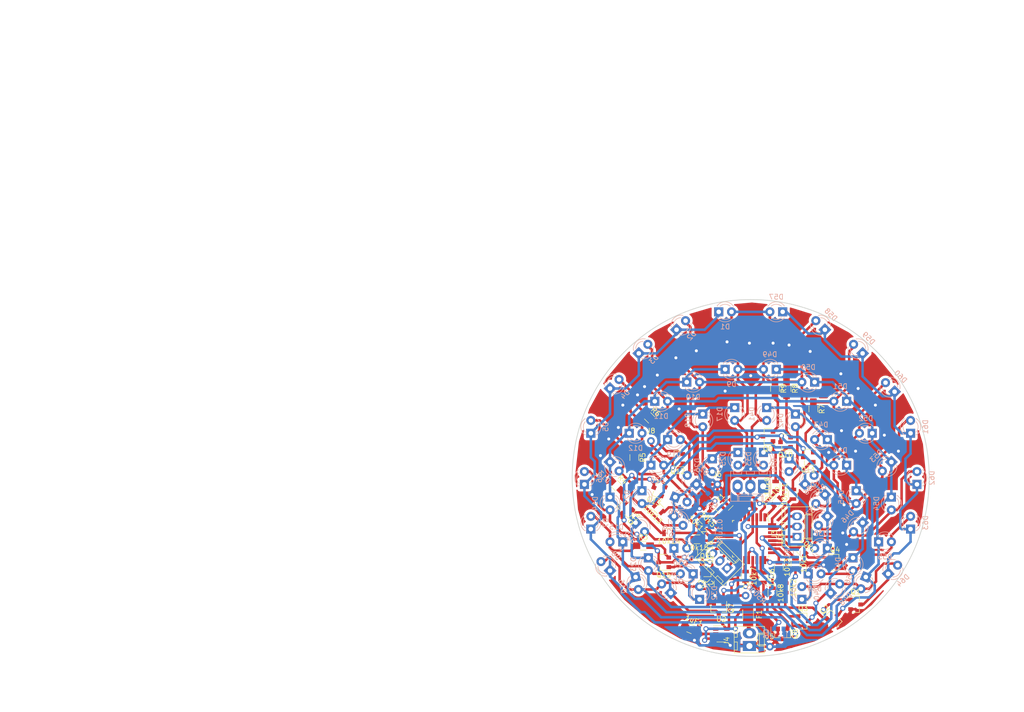
<source format=kicad_pcb>
(kicad_pcb (version 20171130) (host pcbnew "(5.0.0)")
  (layers (0 F.Cu signal) (31 B.Cu signal) (34 B.Paste user) (35 F.Paste user) (36 B.SilkS user) (37 F.SilkS user) (38 B.Mask user) (39 F.Mask user) (44 Edge.Cuts user))
  (net 0 "")
  (net 1 "Net-(1uF1-Pad1)")
  (net 2 GND)
  (net 3 "Net-(D1-Pad1)")
  (net 4 "Net-(D1-Pad2)")
  (net 5 "Net-(D10-Pad1)")
  (net 6 "Net-(D10-Pad2)")
  (net 7 +5V)
  (net 8 "Net-(D11-Pad2)")
  (net 9 "Net-(D12-Pad2)")
  (net 10 "Net-(D13-Pad2)")
  (net 11 "Net-(D14-Pad2)")
  (net 12 "Net-(D15-Pad2)")
  (net 13 "Net-(D16-Pad2)")
  (net 14 "Net-(D17-Pad1)")
  (net 15 "Net-(D25-Pad1)")
  (net 16 "Net-(D33-Pad1)")
  (net 17 "Net-(D41-Pad1)")
  (net 18 "Net-(D49-Pad1)")
  (net 19 "Net-(D57-Pad1)")
  (net 20 "Net-(J1-Pad3)")
  (net 21 "Net-(J2-Pad1)")
  (net 22 "Net-(J3-Pad1)")
  (net 23 "Net-(J2-Pad3)")
  (net 24 "Net-(J2-Pad2)")
  (net 25 "Net-(J3-Pad2)")
  (net 26 "Net-(J3-Pad3)")
  (net 27 "Net-(R5000-Pad2)")
  (net 28 "Net-(0.1uF1-Pad1)")
  (net 29 "Net-(10k1-Pad1)")
  (net 30 "Net-(10k1-Pad2)")
  (net 31 "Net-(10k2-Pad1)")
  (net 32 "Net-(10k2-Pad2)")
  (net 33 "Net-(10k3-Pad1)")
  (net 34 "Net-(10k3-Pad2)")
  (net 35 "Net-(10k4-Pad1)")
  (net 36 "Net-(10k4-Pad2)")
  (net 37 "Net-(10k5-Pad1)")
  (net 38 "Net-(10k5-Pad2)")
  (net 39 "Net-(10k6-Pad1)")
  (net 40 "Net-(10k6-Pad2)")
  (net 41 "Net-(10k7-Pad1)")
  (net 42 "Net-(10k7-Pad2)")
  (net 43 "Net-(10k8-Pad1)")
  (net 44 "Net-(10k8-Pad2)")
  (net 45 "Net-(10k9-Pad1)")
  (net 46 "Net-(10k9-Pad2)")
  (net 47 "Net-(10k10-Pad1)")
  (net 48 "Net-(10k10-Pad2)")
  (net 49 "Net-(10k11-Pad1)")
  (net 50 "Net-(10k11-Pad2)")
  (net 51 "Net-(10k12-Pad1)")
  (net 52 "Net-(10k12-Pad2)")
  (net 53 "Net-(10k13-Pad1)")
  (net 54 "Net-(10k13-Pad2)")
  (net 55 "Net-(10k14-Pad1)")
  (net 56 "Net-(10k14-Pad2)")
  (net 57 "Net-(10k15-Pad1)")
  (net 58 "Net-(10k15-Pad2)")
  (net 59 "Net-(10k16-Pad1)")
  (net 60 "Net-(10k16-Pad2)")
  (net 61 "Net-(Q9-Pad2)")
  (net 62 "Net-(Q10-Pad2)")
  (net 63 "Net-(Q11-Pad2)")
  (net 64 "Net-(Q12-Pad2)")
  (net 65 "Net-(Q13-Pad2)")
  (net 66 "Net-(Q14-Pad2)")
  (net 67 "Net-(Q15-Pad2)")
  (net 68 "Net-(Q16-Pad2)")
  (net 69 "Net-(U3-Pad7)")
  (net 70 "Net-(U3-Pad8)")
  (module LEDs:LED_D3.0mm (layer B.Cu) (at 132.715 106.426 135)
    (fp_text reference D27 (at 1.270001 2.96 135) (layer B.SilkS) (effects (justify mirror)))
    (fp_text value IR204A)
    (pad 1 thru_hole rect (at 0 0 135) (size 1.8 1.8) (drill 0.9) (layers *.Cu *.Mask) (net 15 "Net-(D25-Pad1)"))
    (pad 2 thru_hole circle (at 2.54 0 135) (size 1.8 1.8) (drill 0.9) (layers *.Cu *.Mask) (net 8 "Net-(D11-Pad2)"))
  )
  (module Resistors_SMD:R_0805_HandSoldering (layer F.Cu) (at 122.174 118.618)
    (fp_text reference R3 (at 0 -1.700001) (layer F.SilkS))
    (fp_text value R)
    (pad 1 smd rect (at -1.35 0) (size 1.5 1.3) (layers F.Cu F.Paste F.Mask) (net 12 "Net-(D15-Pad2)"))
    (pad 2 smd rect (at 1.35 0) (size 1.5 1.3) (layers F.Cu F.Paste F.Mask) (net 67 "Net-(Q15-Pad2)"))
  )
  (module TO_SOT_Packages_SMD:SOT-23-5 (layer F.Cu) (at 137.668 136.144)
    (fp_text reference U2 (at 0 -2.9) (layer F.SilkS))
    (fp_text value LP2985-3.3)
    (pad 1 smd rect (at -1.1 -0.95) (size 1.06 0.65) (layers F.Cu F.Paste F.Mask) (net 28 "Net-(0.1uF1-Pad1)"))
    (pad 2 smd rect (at -1.1 0) (size 1.06 0.65) (layers F.Cu F.Paste F.Mask) (net 2 GND))
    (pad 3 smd rect (at -1.1 0.95) (size 1.06 0.65) (layers F.Cu F.Paste F.Mask) (net 28 "Net-(0.1uF1-Pad1)"))
    (pad 4 smd rect (at 1.1 0.95) (size 1.06 0.65) (layers F.Cu F.Paste F.Mask))
    (pad 5 smd rect (at 1.1 -0.95) (size 1.06 0.65) (layers F.Cu F.Paste F.Mask) (net 1 "Net-(1uF1-Pad1)"))
  )
  (module Housings_QFP:TQFP-32_7x7mm_Pitch0.8mm (layer F.Cu) (at 143.51 117.221 270)
    (fp_text reference U3 (at 0 -6.05 270) (layer F.SilkS))
    (fp_text value ATMEGA328PB-AU)
    (pad 1 smd rect (at -4.25 -2.8 270) (size 1.6 0.55) (layers F.Cu F.Paste F.Mask) (net 47 "Net-(10k10-Pad1)"))
    (pad 2 smd rect (at -4.25 -2 270) (size 1.6 0.55) (layers F.Cu F.Paste F.Mask) (net 45 "Net-(10k9-Pad1)"))
    (pad 3 smd rect (at -4.25 -1.2 270) (size 1.6 0.55) (layers F.Cu F.Paste F.Mask) (net 43 "Net-(10k8-Pad1)"))
    (pad 4 smd rect (at -4.25 -0.4 270) (size 1.6 0.55) (layers F.Cu F.Paste F.Mask) (net 28 "Net-(0.1uF1-Pad1)"))
    (pad 5 smd rect (at -4.25 0.4 270) (size 1.6 0.55) (layers F.Cu F.Paste F.Mask) (net 2 GND))
    (pad 6 smd rect (at -4.25 1.2 270) (size 1.6 0.55) (layers F.Cu F.Paste F.Mask))
    (pad 7 smd rect (at -4.25 2 270) (size 1.6 0.55) (layers F.Cu F.Paste F.Mask) (net 69 "Net-(U3-Pad7)"))
    (pad 8 smd rect (at -4.25 2.8 270) (size 1.6 0.55) (layers F.Cu F.Paste F.Mask) (net 70 "Net-(U3-Pad8)"))
    (pad 9 smd rect (at -2.8 4.25) (size 1.6 0.55) (layers F.Cu F.Paste F.Mask) (net 37 "Net-(10k5-Pad1)"))
    (pad 10 smd rect (at -2 4.25) (size 1.6 0.55) (layers F.Cu F.Paste F.Mask) (net 51 "Net-(10k12-Pad1)"))
    (pad 11 smd rect (at -1.2 4.25) (size 1.6 0.55) (layers F.Cu F.Paste F.Mask) (net 53 "Net-(10k13-Pad1)"))
    (pad 12 smd rect (at -0.4 4.25) (size 1.6 0.55) (layers F.Cu F.Paste F.Mask) (net 55 "Net-(10k14-Pad1)"))
    (pad 13 smd rect (at 0.4 4.25) (size 1.6 0.55) (layers F.Cu F.Paste F.Mask) (net 57 "Net-(10k15-Pad1)"))
    (pad 14 smd rect (at 1.2 4.25) (size 1.6 0.55) (layers F.Cu F.Paste F.Mask) (net 59 "Net-(10k16-Pad1)"))
    (pad 15 smd rect (at 2 4.25) (size 1.6 0.55) (layers F.Cu F.Paste F.Mask) (net 23 "Net-(J2-Pad3)"))
    (pad 16 smd rect (at 2.8 4.25) (size 1.6 0.55) (layers F.Cu F.Paste F.Mask) (net 24 "Net-(J2-Pad2)"))
    (pad 17 smd rect (at 4.25 2.8 270) (size 1.6 0.55) (layers F.Cu F.Paste F.Mask) (net 21 "Net-(J2-Pad1)"))
    (pad 18 smd rect (at 4.25 2 270) (size 1.6 0.55) (layers F.Cu F.Paste F.Mask) (net 28 "Net-(0.1uF1-Pad1)"))
    (pad 19 smd rect (at 4.25 1.2 270) (size 1.6 0.55) (layers F.Cu F.Paste F.Mask) (net 41 "Net-(10k7-Pad1)"))
    (pad 20 smd rect (at 4.25 0.4 270) (size 1.6 0.55) (layers F.Cu F.Paste F.Mask) (net 27 "Net-(R5000-Pad2)"))
    (pad 21 smd rect (at 4.25 -0.4 270) (size 1.6 0.55) (layers F.Cu F.Paste F.Mask) (net 2 GND))
    (pad 22 smd rect (at 4.25 -1.2 270) (size 1.6 0.55) (layers F.Cu F.Paste F.Mask))
    (pad 23 smd rect (at 4.25 -2 270) (size 1.6 0.55) (layers F.Cu F.Paste F.Mask) (net 39 "Net-(10k6-Pad1)"))
    (pad 24 smd rect (at 4.25 -2.8 270) (size 1.6 0.55) (layers F.Cu F.Paste F.Mask) (net 20 "Net-(J1-Pad3)"))
    (pad 25 smd rect (at 2.8 -4.25) (size 1.6 0.55) (layers F.Cu F.Paste F.Mask) (net 33 "Net-(10k3-Pad1)"))
    (pad 26 smd rect (at 2 -4.25) (size 1.6 0.55) (layers F.Cu F.Paste F.Mask) (net 31 "Net-(10k2-Pad1)"))
    (pad 27 smd rect (at 1.2 -4.25) (size 1.6 0.55) (layers F.Cu F.Paste F.Mask) (net 29 "Net-(10k1-Pad1)"))
    (pad 28 smd rect (at 0.4 -4.25) (size 1.6 0.55) (layers F.Cu F.Paste F.Mask) (net 35 "Net-(10k4-Pad1)"))
    (pad 29 smd rect (at -0.4 -4.25) (size 1.6 0.55) (layers F.Cu F.Paste F.Mask) (net 22 "Net-(J3-Pad1)"))
    (pad 30 smd rect (at -1.2 -4.25) (size 1.6 0.55) (layers F.Cu F.Paste F.Mask) (net 25 "Net-(J3-Pad2)"))
    (pad 31 smd rect (at -2 -4.25) (size 1.6 0.55) (layers F.Cu F.Paste F.Mask) (net 26 "Net-(J3-Pad3)"))
    (pad 32 smd rect (at -2.8 -4.25) (size 1.6 0.55) (layers F.Cu F.Paste F.Mask) (net 49 "Net-(10k11-Pad1)"))
  )
  (module Connectors_Molex:Molex_KK-6410-03_03x2.54mm_Straight (layer B.Cu) (at 145.9865 106.807 180)
    (fp_text reference J1 (at 1 4.5 180) (layer B.SilkS) (effects (justify mirror)))
    (fp_text value Conn_01x03)
    (pad 1 thru_hole rect (at 0 0 180) (size 2 2.6) (drill 1.2) (layers *.Cu *.Mask) (net 1 "Net-(1uF1-Pad1)"))
    (pad 2 thru_hole oval (at 2.54 0 180) (size 2 2.6) (drill 1.2) (layers *.Cu *.Mask) (net 2 GND))
    (pad 3 thru_hole oval (at 5.08 0 180) (size 2 2.6) (drill 1.2) (layers *.Cu *.Mask) (net 20 "Net-(J1-Pad3)"))
  )
  (module Inductors_SMD:L_0603 (layer B.Cu) (at 152.654 120.142 270)
    (fp_text reference R1 (at 0 1.9 270) (layer B.SilkS) (effects (justify mirror)))
    (fp_text value 10kohm)
    (pad 1 smd rect (at -0.75 0 270) (size 0.5 0.9) (layers B.Cu B.Paste B.Mask) (net 28 "Net-(0.1uF1-Pad1)"))
    (pad 2 smd rect (at 0.75 0 270) (size 0.5 0.9) (layers B.Cu B.Paste B.Mask) (net 22 "Net-(J3-Pad1)"))
  )
  (module Resistors_SMD:R_0805_HandSoldering (layer B.Cu) (at 145.796 127 315)
    (fp_text reference R5000 (at 0 1.700001 315) (layer B.SilkS) (effects (justify mirror)))
    (fp_text value 5K)
    (pad 1 smd rect (at -1.35 0 315) (size 1.5 1.3) (layers B.Cu B.Paste B.Mask) (net 1 "Net-(1uF1-Pad1)"))
    (pad 2 smd rect (at 1.35 0 315) (size 1.5 1.3) (layers B.Cu B.Paste B.Mask) (net 27 "Net-(R5000-Pad2)"))
  )
  (module Connectors_Molex:Molex_KK-6410-02_02x2.54mm_Straight (layer F.Cu) (at 143.256 138.557 90)
    (fp_text reference J4 (at 1 -4.5 90) (layer F.SilkS))
    (fp_text value Conn_01x02)
    (pad 1 thru_hole rect (at 0 0 90) (size 2 2.6) (drill 1.2) (layers *.Cu *.Mask) (net 2 GND))
    (pad 2 thru_hole oval (at 2.54 0 90) (size 2 2.6) (drill 1.2) (layers *.Cu *.Mask) (net 7 +5V))
  )
  (module Capacitors_SMD:C_0805_HandSoldering (layer F.Cu) (at 131.572 135.128 337.5)
    (fp_text reference 1uF1 (at 0 -1.75 337.5) (layer F.SilkS))
    (fp_text value C_Small)
    (pad 1 smd rect (at -1.25 0 337.5) (size 1.5 1.25) (layers F.Cu F.Paste F.Mask) (net 1 "Net-(1uF1-Pad1)"))
    (pad 2 smd rect (at 1.25 0 337.5) (size 1.5 1.25) (layers F.Cu F.Paste F.Mask) (net 2 GND))
  )
  (module Capacitors_SMD:C_0805_HandSoldering (layer B.Cu) (at 135.636 115.824 90)
    (fp_text reference 0.1uF1 (at 0 1.75 90) (layer B.SilkS) (effects (justify mirror)))
    (fp_text value C)
    (pad 1 smd rect (at -1.25 0 90) (size 1.5 1.25) (layers B.Cu B.Paste B.Mask) (net 28 "Net-(0.1uF1-Pad1)"))
    (pad 2 smd rect (at 1.25 0 90) (size 1.5 1.25) (layers B.Cu B.Paste B.Mask) (net 2 GND))
  )
  (module Resistors_SMD:R_0805_HandSoldering (layer F.Cu) (at 150.622 87.376 270)
    (fp_text reference R8 (at 0 -1.700001 270) (layer F.SilkS))
    (fp_text value R)
    (pad 1 smd rect (at -1.35 0 270) (size 1.5 1.3) (layers F.Cu F.Paste F.Mask) (net 6 "Net-(D10-Pad2)"))
    (pad 2 smd rect (at 1.35 0 270) (size 1.5 1.3) (layers F.Cu F.Paste F.Mask) (net 62 "Net-(Q10-Pad2)"))
  )
  (module Resistors_SMD:R_0805_HandSoldering (layer F.Cu) (at 155.956 91.44 270)
    (fp_text reference R7 (at 0 -1.700001 270) (layer F.SilkS))
    (fp_text value R)
    (pad 1 smd rect (at -1.35 0 270) (size 1.5 1.3) (layers F.Cu F.Paste F.Mask) (net 8 "Net-(D11-Pad2)"))
    (pad 2 smd rect (at 1.35 0 270) (size 1.5 1.3) (layers F.Cu F.Paste F.Mask) (net 63 "Net-(Q11-Pad2)"))
  )
  (module Resistors_SMD:R_0805_HandSoldering (layer F.Cu) (at 123.444 93.218 315)
    (fp_text reference R6 (at 0 -1.700001 315) (layer F.SilkS))
    (fp_text value R)
    (pad 1 smd rect (at -1.35 0 315) (size 1.5 1.3) (layers F.Cu F.Paste F.Mask) (net 9 "Net-(D12-Pad2)"))
    (pad 2 smd rect (at 1.35 0 315) (size 1.5 1.3) (layers F.Cu F.Paste F.Mask) (net 64 "Net-(Q12-Pad2)"))
  )
  (module Resistors_SMD:R_0805_HandSoldering (layer F.Cu) (at 120.396 101.092 270)
    (fp_text reference R5 (at 0 -1.700001 270) (layer F.SilkS))
    (fp_text value R)
    (pad 1 smd rect (at -1.35 0 270) (size 1.5 1.3) (layers F.Cu F.Paste F.Mask) (net 10 "Net-(D13-Pad2)"))
    (pad 2 smd rect (at 1.35 0 270) (size 1.5 1.3) (layers F.Cu F.Paste F.Mask) (net 65 "Net-(Q13-Pad2)"))
  )
  (module Resistors_SMD:R_0805_HandSoldering (layer F.Cu) (at 116.84 106.68 315)
    (fp_text reference R4 (at 0 -1.7 315) (layer F.SilkS))
    (fp_text value R)
    (pad 1 smd rect (at -1.35 0 315) (size 1.5 1.3) (layers F.Cu F.Paste F.Mask) (net 11 "Net-(D14-Pad2)"))
    (pad 2 smd rect (at 1.35 0 315) (size 1.5 1.3) (layers F.Cu F.Paste F.Mask) (net 66 "Net-(Q14-Pad2)"))
  )
  (module Resistors_SMD:R_0805_HandSoldering (layer F.Cu) (at 148.336 87.376 270)
    (fp_text reference R9 (at 0 -1.7 270) (layer F.SilkS))
    (fp_text value R)
    (pad 1 smd rect (at -1.35 0 270) (size 1.5 1.3) (layers F.Cu F.Paste F.Mask) (net 4 "Net-(D1-Pad2)"))
    (pad 2 smd rect (at 1.35 0 270) (size 1.5 1.3) (layers F.Cu F.Paste F.Mask) (net 61 "Net-(Q9-Pad2)"))
  )
  (module LEDs:LED_D3.0mm (layer B.Cu) (at 115.57 123.571 135)
    (fp_text reference D8 (at 1.270001 2.96 135) (layer B.SilkS) (effects (justify mirror)))
    (fp_text value IR204A)
    (pad 1 thru_hole rect (at 0 0 135) (size 1.8 1.8) (drill 0.9) (layers *.Cu *.Mask) (net 3 "Net-(D1-Pad1)"))
    (pad 2 thru_hole circle (at 2.54 0 135) (size 1.8 1.8) (drill 0.9) (layers *.Cu *.Mask) (net 13 "Net-(D16-Pad2)"))
  )
  (module LEDs:LED_D3.0mm (layer B.Cu) (at 137.16 72.136)
    (fp_text reference D1 (at 1.27 2.96) (layer B.SilkS) (effects (justify mirror)))
    (fp_text value IR204A)
    (pad 1 thru_hole rect (at 0 0) (size 1.8 1.8) (drill 0.9) (layers *.Cu *.Mask) (net 3 "Net-(D1-Pad1)"))
    (pad 2 thru_hole circle (at 2.54 0) (size 1.8 1.8) (drill 0.9) (layers *.Cu *.Mask) (net 4 "Net-(D1-Pad2)"))
  )
  (module LEDs:LED_D3.0mm (layer B.Cu) (at 176.53 106.426 90)
    (fp_text reference D62 (at 1.27 2.96 90) (layer B.SilkS) (effects (justify mirror)))
    (fp_text value IR204A)
    (pad 1 thru_hole rect (at 0 0 90) (size 1.8 1.8) (drill 0.9) (layers *.Cu *.Mask) (net 19 "Net-(D57-Pad1)"))
    (pad 2 thru_hole circle (at 2.54 0 90) (size 1.8 1.8) (drill 0.9) (layers *.Cu *.Mask) (net 11 "Net-(D14-Pad2)"))
  )
  (module LEDs:LED_D3.0mm (layer B.Cu) (at 168.91 117.856)
    (fp_text reference D55 (at 1.27 2.96) (layer B.SilkS) (effects (justify mirror)))
    (fp_text value IR204A)
    (pad 1 thru_hole rect (at 0 0) (size 1.8 1.8) (drill 0.9) (layers *.Cu *.Mask) (net 18 "Net-(D49-Pad1)"))
    (pad 2 thru_hole circle (at 2.54 0) (size 1.8 1.8) (drill 0.9) (layers *.Cu *.Mask) (net 12 "Net-(D15-Pad2)"))
  )
  (module LEDs:LED_D3.0mm (layer B.Cu) (at 166.37 124.841 247.5)
    (fp_text reference D56 (at 1.27 2.96 247.5) (layer B.SilkS) (effects (justify mirror)))
    (fp_text value IR204A)
    (pad 1 thru_hole rect (at 0 0 247.5) (size 1.8 1.8) (drill 0.9) (layers *.Cu *.Mask) (net 18 "Net-(D49-Pad1)"))
    (pad 2 thru_hole circle (at 2.54 0 247.5) (size 1.8 1.8) (drill 0.9) (layers *.Cu *.Mask) (net 13 "Net-(D16-Pad2)"))
  )
  (module LEDs:LED_D3.0mm (layer B.Cu) (at 154.305 106.426 45)
    (fp_text reference D35 (at 1.270001 2.96 45) (layer B.SilkS) (effects (justify mirror)))
    (fp_text value IR204A)
    (pad 1 thru_hole rect (at 0 0 45) (size 1.8 1.8) (drill 0.9) (layers *.Cu *.Mask) (net 16 "Net-(D33-Pad1)"))
    (pad 2 thru_hole circle (at 2.54 0 45) (size 1.8 1.8) (drill 0.9) (layers *.Cu *.Mask) (net 8 "Net-(D11-Pad2)"))
  )
  (module LEDs:LED_D3.0mm (layer B.Cu) (at 158.75 97.536 180)
    (fp_text reference D43 (at 1.27 2.96 180) (layer B.SilkS) (effects (justify mirror)))
    (fp_text value IR204A)
    (pad 1 thru_hole rect (at 0 0 180) (size 1.8 1.8) (drill 0.9) (layers *.Cu *.Mask) (net 17 "Net-(D41-Pad1)"))
    (pad 2 thru_hole circle (at 2.54 0 180) (size 1.8 1.8) (drill 0.9) (layers *.Cu *.Mask) (net 8 "Net-(D11-Pad2)"))
  )
  (module LEDs:LED_D3.0mm (layer B.Cu) (at 170.815 124.206 42.5)
    (fp_text reference D64 (at 1.27 2.96 42.5) (layer B.SilkS) (effects (justify mirror)))
    (fp_text value IR204A)
    (pad 1 thru_hole rect (at 0 0 42.5) (size 1.8 1.8) (drill 0.9) (layers *.Cu *.Mask) (net 19 "Net-(D57-Pad1)"))
    (pad 2 thru_hole circle (at 2.54 0 42.5) (size 1.8 1.8) (drill 0.9) (layers *.Cu *.Mask) (net 13 "Net-(D16-Pad2)"))
  )
  (module LEDs:LED_D3.0mm (layer B.Cu) (at 175.26 115.316 90)
    (fp_text reference D63 (at 1.27 2.96 90) (layer B.SilkS) (effects (justify mirror)))
    (fp_text value IR204A)
    (pad 1 thru_hole rect (at 0 0 90) (size 1.8 1.8) (drill 0.9) (layers *.Cu *.Mask) (net 19 "Net-(D57-Pad1)"))
    (pad 2 thru_hole circle (at 2.54 0 90) (size 1.8 1.8) (drill 0.9) (layers *.Cu *.Mask) (net 12 "Net-(D15-Pad2)"))
  )
  (module LEDs:LED_D3.0mm (layer B.Cu) (at 175.26 96.266 90)
    (fp_text reference D61 (at 1.27 2.96 90) (layer B.SilkS) (effects (justify mirror)))
    (fp_text value IR204A)
    (pad 1 thru_hole rect (at 0 0 90) (size 1.8 1.8) (drill 0.9) (layers *.Cu *.Mask) (net 19 "Net-(D57-Pad1)"))
    (pad 2 thru_hole circle (at 2.54 0 90) (size 1.8 1.8) (drill 0.9) (layers *.Cu *.Mask) (net 10 "Net-(D13-Pad2)"))
  )
  (module LEDs:LED_D3.0mm (layer B.Cu) (at 172.085 88.011 135)
    (fp_text reference D60 (at 1.270001 2.96 135) (layer B.SilkS) (effects (justify mirror)))
    (fp_text value IR204A)
    (pad 1 thru_hole rect (at 0 0 135) (size 1.8 1.8) (drill 0.9) (layers *.Cu *.Mask) (net 19 "Net-(D57-Pad1)"))
    (pad 2 thru_hole circle (at 2.54 0 135) (size 1.8 1.8) (drill 0.9) (layers *.Cu *.Mask) (net 9 "Net-(D12-Pad2)"))
  )
  (module LEDs:LED_D3.0mm (layer B.Cu) (at 165.735 80.391 135)
    (fp_text reference D59 (at 1.270001 2.96 135) (layer B.SilkS) (effects (justify mirror)))
    (fp_text value IR204A)
    (pad 1 thru_hole rect (at 0 0 135) (size 1.8 1.8) (drill 0.9) (layers *.Cu *.Mask) (net 19 "Net-(D57-Pad1)"))
    (pad 2 thru_hole circle (at 2.54 0 135) (size 1.8 1.8) (drill 0.9) (layers *.Cu *.Mask) (net 8 "Net-(D11-Pad2)"))
  )
  (module LEDs:LED_D3.0mm (layer B.Cu) (at 158.242 75.692 135)
    (fp_text reference D58 (at 1.270001 2.96 135) (layer B.SilkS) (effects (justify mirror)))
    (fp_text value IR204A)
    (pad 1 thru_hole rect (at 0 0 135) (size 1.8 1.8) (drill 0.9) (layers *.Cu *.Mask) (net 19 "Net-(D57-Pad1)"))
    (pad 2 thru_hole circle (at 2.54 0 135) (size 1.8 1.8) (drill 0.9) (layers *.Cu *.Mask) (net 6 "Net-(D10-Pad2)"))
  )
  (module LEDs:LED_D3.0mm (layer B.Cu) (at 149.86 72.136 180)
    (fp_text reference D57 (at 1.27 2.96 180) (layer B.SilkS) (effects (justify mirror)))
    (fp_text value IR204A)
    (pad 1 thru_hole rect (at 0 0 180) (size 1.8 1.8) (drill 0.9) (layers *.Cu *.Mask) (net 19 "Net-(D57-Pad1)"))
    (pad 2 thru_hole circle (at 2.54 0 180) (size 1.8 1.8) (drill 0.9) (layers *.Cu *.Mask) (net 4 "Net-(D1-Pad2)"))
  )
  (module LEDs:LED_D3.0mm (layer B.Cu) (at 171.45 108.966 270)
    (fp_text reference D54 (at 1.27 2.96 270) (layer B.SilkS) (effects (justify mirror)))
    (fp_text value IR204A)
    (pad 1 thru_hole rect (at 0 0 270) (size 1.8 1.8) (drill 0.9) (layers *.Cu *.Mask) (net 18 "Net-(D49-Pad1)"))
    (pad 2 thru_hole circle (at 2.54 0 270) (size 1.8 1.8) (drill 0.9) (layers *.Cu *.Mask) (net 11 "Net-(D14-Pad2)"))
  )
  (module LEDs:LED_D3.0mm (layer B.Cu) (at 171.45 101.981 225)
    (fp_text reference D53 (at 1.270001 2.96 225) (layer B.SilkS) (effects (justify mirror)))
    (fp_text value IR204A)
    (pad 1 thru_hole rect (at 0 0 225) (size 1.8 1.8) (drill 0.9) (layers *.Cu *.Mask) (net 18 "Net-(D49-Pad1)"))
    (pad 2 thru_hole circle (at 2.54 0 225) (size 1.8 1.8) (drill 0.9) (layers *.Cu *.Mask) (net 10 "Net-(D13-Pad2)"))
  )
  (module LEDs:LED_D3.0mm (layer B.Cu) (at 167.64 96.266 180)
    (fp_text reference D52 (at 1.27 2.96 180) (layer B.SilkS) (effects (justify mirror)))
    (fp_text value IR204A)
    (pad 1 thru_hole rect (at 0 0 180) (size 1.8 1.8) (drill 0.9) (layers *.Cu *.Mask) (net 18 "Net-(D49-Pad1)"))
    (pad 2 thru_hole circle (at 2.54 0 180) (size 1.8 1.8) (drill 0.9) (layers *.Cu *.Mask) (net 9 "Net-(D12-Pad2)"))
  )
  (module LEDs:LED_D3.0mm (layer B.Cu) (at 156.21 86.106 180)
    (fp_text reference D50 (at 1.27 2.96 180) (layer B.SilkS) (effects (justify mirror)))
    (fp_text value IR204A)
    (pad 1 thru_hole rect (at 0 0 180) (size 1.8 1.8) (drill 0.9) (layers *.Cu *.Mask) (net 18 "Net-(D49-Pad1)"))
    (pad 2 thru_hole circle (at 2.54 0 180) (size 1.8 1.8) (drill 0.9) (layers *.Cu *.Mask) (net 6 "Net-(D10-Pad2)"))
  )
  (module LEDs:LED_D3.0mm (layer B.Cu) (at 159.385 128.016 45)
    (fp_text reference D48 (at 1.270001 2.96 45) (layer B.SilkS) (effects (justify mirror)))
    (fp_text value IR204A)
    (pad 1 thru_hole rect (at 0 0 45) (size 1.8 1.8) (drill 0.9) (layers *.Cu *.Mask) (net 17 "Net-(D41-Pad1)"))
    (pad 2 thru_hole circle (at 2.54 0 45) (size 1.8 1.8) (drill 0.9) (layers *.Cu *.Mask) (net 13 "Net-(D16-Pad2)"))
  )
  (module LEDs:LED_D3.0mm (layer B.Cu) (at 163.83 121.031 270)
    (fp_text reference D47 (at 1.27 2.96 270) (layer B.SilkS) (effects (justify mirror)))
    (fp_text value IR204A)
    (pad 1 thru_hole rect (at 0 0 270) (size 1.8 1.8) (drill 0.9) (layers *.Cu *.Mask) (net 17 "Net-(D41-Pad1)"))
    (pad 2 thru_hole circle (at 2.54 0 270) (size 1.8 1.8) (drill 0.9) (layers *.Cu *.Mask) (net 12 "Net-(D15-Pad2)"))
  )
  (module LEDs:LED_D3.0mm (layer B.Cu) (at 165.735 114.046 225)
    (fp_text reference D46 (at 1.270001 2.96 225) (layer B.SilkS) (effects (justify mirror)))
    (fp_text value IR204A)
    (pad 1 thru_hole rect (at 0 0 225) (size 1.8 1.8) (drill 0.9) (layers *.Cu *.Mask) (net 17 "Net-(D41-Pad1)"))
    (pad 2 thru_hole circle (at 2.54 0 225) (size 1.8 1.8) (drill 0.9) (layers *.Cu *.Mask) (net 11 "Net-(D14-Pad2)"))
  )
  (module LEDs:LED_D3.0mm (layer B.Cu) (at 164.465 107.696 270)
    (fp_text reference D45 (at 1.27 2.96 270) (layer B.SilkS) (effects (justify mirror)))
    (fp_text value IR204A)
    (pad 1 thru_hole rect (at 0 0 270) (size 1.8 1.8) (drill 0.9) (layers *.Cu *.Mask) (net 17 "Net-(D41-Pad1)"))
    (pad 2 thru_hole circle (at 2.54 0 270) (size 1.8 1.8) (drill 0.9) (layers *.Cu *.Mask) (net 10 "Net-(D13-Pad2)"))
  )
  (module LEDs:LED_D3.0mm (layer B.Cu) (at 162.56 102.616 180)
    (fp_text reference D44 (at 1.27 2.96 180) (layer B.SilkS) (effects (justify mirror)))
    (fp_text value IR204A)
    (pad 1 thru_hole rect (at 0 0 180) (size 1.8 1.8) (drill 0.9) (layers *.Cu *.Mask) (net 17 "Net-(D41-Pad1)"))
    (pad 2 thru_hole circle (at 2.54 0 180) (size 1.8 1.8) (drill 0.9) (layers *.Cu *.Mask) (net 9 "Net-(D12-Pad2)"))
  )
  (module LEDs:LED_D3.0mm (layer B.Cu) (at 152.4 92.456 270)
    (fp_text reference D42 (at 1.27 2.96 270) (layer B.SilkS) (effects (justify mirror)))
    (fp_text value IR204A)
    (pad 1 thru_hole rect (at 0 0 270) (size 1.8 1.8) (drill 0.9) (layers *.Cu *.Mask) (net 17 "Net-(D41-Pad1)"))
    (pad 2 thru_hole circle (at 2.54 0 270) (size 1.8 1.8) (drill 0.9) (layers *.Cu *.Mask) (net 6 "Net-(D10-Pad2)"))
  )
  (module LEDs:LED_D3.0mm (layer B.Cu) (at 146.685 91.186 270)
    (fp_text reference D41 (at 1.27 2.96 270) (layer B.SilkS) (effects (justify mirror)))
    (fp_text value IR204A)
    (pad 1 thru_hole rect (at 0 0 270) (size 1.8 1.8) (drill 0.9) (layers *.Cu *.Mask) (net 17 "Net-(D41-Pad1)"))
    (pad 2 thru_hole circle (at 2.54 0 270) (size 1.8 1.8) (drill 0.9) (layers *.Cu *.Mask) (net 4 "Net-(D1-Pad2)"))
  )
  (module LEDs:LED_D3.0mm (layer B.Cu) (at 153.67 129.286 90)
    (fp_text reference D40 (at 1.27 2.96 90) (layer B.SilkS) (effects (justify mirror)))
    (fp_text value IR204A)
    (pad 1 thru_hole rect (at 0 0 90) (size 1.8 1.8) (drill 0.9) (layers *.Cu *.Mask) (net 16 "Net-(D33-Pad1)"))
    (pad 2 thru_hole circle (at 2.54 0 90) (size 1.8 1.8) (drill 0.9) (layers *.Cu *.Mask) (net 13 "Net-(D16-Pad2)"))
  )
  (module LEDs:LED_D3.0mm (layer B.Cu) (at 154.94 124.206)
    (fp_text reference D39 (at 1.27 2.96) (layer B.SilkS) (effects (justify mirror)))
    (fp_text value IR204A)
    (pad 1 thru_hole rect (at 0 0) (size 1.8 1.8) (drill 0.9) (layers *.Cu *.Mask) (net 16 "Net-(D33-Pad1)"))
    (pad 2 thru_hole circle (at 2.54 0) (size 1.8 1.8) (drill 0.9) (layers *.Cu *.Mask) (net 12 "Net-(D15-Pad2)"))
  )
  (module LEDs:LED_D3.0mm (layer B.Cu) (at 158.75 119.126 180)
    (fp_text reference D38 (at 1.27 2.96 180) (layer B.SilkS) (effects (justify mirror)))
    (fp_text value IR204A)
    (pad 1 thru_hole rect (at 0 0 180) (size 1.8 1.8) (drill 0.9) (layers *.Cu *.Mask) (net 16 "Net-(D33-Pad1)"))
    (pad 2 thru_hole circle (at 2.54 0 180) (size 1.8 1.8) (drill 0.9) (layers *.Cu *.Mask) (net 11 "Net-(D14-Pad2)"))
  )
  (module LEDs:LED_D3.0mm (layer B.Cu) (at 158.75 112.776 225)
    (fp_text reference D37 (at 1.270001 2.96 225) (layer B.SilkS) (effects (justify mirror)))
    (fp_text value IR204A)
    (pad 1 thru_hole rect (at 0 0 225) (size 1.8 1.8) (drill 0.9) (layers *.Cu *.Mask) (net 16 "Net-(D33-Pad1)"))
    (pad 2 thru_hole circle (at 2.54 0 225) (size 1.8 1.8) (drill 0.9) (layers *.Cu *.Mask) (net 10 "Net-(D13-Pad2)"))
  )
  (module LEDs:LED_D3.0mm (layer B.Cu) (at 158.242 108.458 225)
    (fp_text reference D36 (at 1.270001 2.96 225) (layer B.SilkS) (effects (justify mirror)))
    (fp_text value IR204A)
    (pad 1 thru_hole rect (at 0 0 225) (size 1.8 1.8) (drill 0.9) (layers *.Cu *.Mask) (net 16 "Net-(D33-Pad1)"))
    (pad 2 thru_hole circle (at 2.54 0 225) (size 1.8 1.8) (drill 0.9) (layers *.Cu *.Mask) (net 9 "Net-(D12-Pad2)"))
  )
  (module LEDs:LED_D3.0mm (layer B.Cu) (at 151.13 101.346 270)
    (fp_text reference D34 (at 1.27 2.96 270) (layer B.SilkS) (effects (justify mirror)))
    (fp_text value IR204A)
    (pad 1 thru_hole rect (at 0 0 270) (size 1.8 1.8) (drill 0.9) (layers *.Cu *.Mask) (net 16 "Net-(D33-Pad1)"))
    (pad 2 thru_hole circle (at 2.54 0 270) (size 1.8 1.8) (drill 0.9) (layers *.Cu *.Mask) (net 6 "Net-(D10-Pad2)"))
  )
  (module LEDs:LED_D3.0mm (layer B.Cu) (at 146.05 100.076 270)
    (fp_text reference D33 (at 1.27 2.96 270) (layer B.SilkS) (effects (justify mirror)))
    (fp_text value IR204A)
    (pad 1 thru_hole rect (at 0 0 270) (size 1.8 1.8) (drill 0.9) (layers *.Cu *.Mask) (net 16 "Net-(D33-Pad1)"))
    (pad 2 thru_hole circle (at 2.54 0 270) (size 1.8 1.8) (drill 0.9) (layers *.Cu *.Mask) (net 4 "Net-(D1-Pad2)"))
  )
  (module LEDs:LED_D3.0mm (layer B.Cu) (at 133.35 129.286 90)
    (fp_text reference D32 (at 1.27 2.96 90) (layer B.SilkS) (effects (justify mirror)))
    (fp_text value IR204A)
    (pad 1 thru_hole rect (at 0 0 90) (size 1.8 1.8) (drill 0.9) (layers *.Cu *.Mask) (net 15 "Net-(D25-Pad1)"))
    (pad 2 thru_hole circle (at 2.54 0 90) (size 1.8 1.8) (drill 0.9) (layers *.Cu *.Mask) (net 13 "Net-(D16-Pad2)"))
  )
  (module LEDs:LED_D3.0mm (layer B.Cu) (at 132.08 124.206 180)
    (fp_text reference D31 (at 1.27 2.96 180) (layer B.SilkS) (effects (justify mirror)))
    (fp_text value IR204A)
    (pad 1 thru_hole rect (at 0 0 180) (size 1.8 1.8) (drill 0.9) (layers *.Cu *.Mask) (net 15 "Net-(D25-Pad1)"))
    (pad 2 thru_hole circle (at 2.54 0 180) (size 1.8 1.8) (drill 0.9) (layers *.Cu *.Mask) (net 12 "Net-(D15-Pad2)"))
  )
  (module LEDs:LED_D3.0mm (layer B.Cu) (at 128.27 119.126)
    (fp_text reference D30 (at 1.27 2.96) (layer B.SilkS) (effects (justify mirror)))
    (fp_text value IR204A)
    (pad 1 thru_hole rect (at 0 0) (size 1.8 1.8) (drill 0.9) (layers *.Cu *.Mask) (net 15 "Net-(D25-Pad1)"))
    (pad 2 thru_hole circle (at 2.54 0) (size 1.8 1.8) (drill 0.9) (layers *.Cu *.Mask) (net 11 "Net-(D14-Pad2)"))
  )
  (module LEDs:LED_D3.0mm (layer B.Cu) (at 128.524 108.966 337.5)
    (fp_text reference D28 (at 1.27 2.96 337.5) (layer B.SilkS) (effects (justify mirror)))
    (fp_text value IR204A)
    (pad 1 thru_hole rect (at 0 0 337.5) (size 1.8 1.8) (drill 0.9) (layers *.Cu *.Mask) (net 15 "Net-(D25-Pad1)"))
    (pad 2 thru_hole circle (at 2.54 0 337.5) (size 1.8 1.8) (drill 0.9) (layers *.Cu *.Mask) (net 9 "Net-(D12-Pad2)"))
  )
  (module LEDs:LED_D3.0mm (layer B.Cu) (at 135.89 101.346 270)
    (fp_text reference D26 (at 1.27 2.96 270) (layer B.SilkS) (effects (justify mirror)))
    (fp_text value IR204A)
    (pad 1 thru_hole rect (at 0 0 270) (size 1.8 1.8) (drill 0.9) (layers *.Cu *.Mask) (net 15 "Net-(D25-Pad1)"))
    (pad 2 thru_hole circle (at 2.54 0 270) (size 1.8 1.8) (drill 0.9) (layers *.Cu *.Mask) (net 6 "Net-(D10-Pad2)"))
  )
  (module LEDs:LED_D3.0mm (layer B.Cu) (at 140.97 100.076 270)
    (fp_text reference D25 (at 1.27 2.96 270) (layer B.SilkS) (effects (justify mirror)))
    (fp_text value IR204A)
    (pad 1 thru_hole rect (at 0 0 270) (size 1.8 1.8) (drill 0.9) (layers *.Cu *.Mask) (net 15 "Net-(D25-Pad1)"))
    (pad 2 thru_hole circle (at 2.54 0 270) (size 1.8 1.8) (drill 0.9) (layers *.Cu *.Mask) (net 4 "Net-(D1-Pad2)"))
  )
  (module LEDs:LED_D3.0mm (layer B.Cu) (at 127.635 128.016 135)
    (fp_text reference D24 (at 1.270001 2.96 135) (layer B.SilkS) (effects (justify mirror)))
    (fp_text value IR204A)
    (pad 1 thru_hole rect (at 0 0 135) (size 1.8 1.8) (drill 0.9) (layers *.Cu *.Mask) (net 14 "Net-(D17-Pad1)"))
    (pad 2 thru_hole circle (at 2.54 0 135) (size 1.8 1.8) (drill 0.9) (layers *.Cu *.Mask) (net 13 "Net-(D16-Pad2)"))
  )
  (module LEDs:LED_D3.0mm (layer B.Cu) (at 123.19 121.031 270)
    (fp_text reference D23 (at 1.27 2.96 270) (layer B.SilkS) (effects (justify mirror)))
    (fp_text value IR204A)
    (pad 1 thru_hole rect (at 0 0 270) (size 1.8 1.8) (drill 0.9) (layers *.Cu *.Mask) (net 14 "Net-(D17-Pad1)"))
    (pad 2 thru_hole circle (at 2.54 0 270) (size 1.8 1.8) (drill 0.9) (layers *.Cu *.Mask) (net 12 "Net-(D15-Pad2)"))
  )
  (module LEDs:LED_D3.0mm (layer B.Cu) (at 120.65 114.046 315)
    (fp_text reference D22 (at 1.270001 2.96 315) (layer B.SilkS) (effects (justify mirror)))
    (fp_text value IR204A)
    (pad 1 thru_hole rect (at 0 0 315) (size 1.8 1.8) (drill 0.9) (layers *.Cu *.Mask) (net 14 "Net-(D17-Pad1)"))
    (pad 2 thru_hole circle (at 2.54 0 315) (size 1.8 1.8) (drill 0.9) (layers *.Cu *.Mask) (net 11 "Net-(D14-Pad2)"))
  )
  (module LEDs:LED_D3.0mm (layer B.Cu) (at 121.92 107.696 270)
    (fp_text reference D21 (at 1.27 2.96 270) (layer B.SilkS) (effects (justify mirror)))
    (fp_text value IR204A)
    (pad 1 thru_hole rect (at 0 0 270) (size 1.8 1.8) (drill 0.9) (layers *.Cu *.Mask) (net 14 "Net-(D17-Pad1)"))
    (pad 2 thru_hole circle (at 2.54 0 270) (size 1.8 1.8) (drill 0.9) (layers *.Cu *.Mask) (net 10 "Net-(D13-Pad2)"))
  )
  (module LEDs:LED_D3.0mm (layer B.Cu) (at 123.698 102.616)
    (fp_text reference D20 (at 1.27 2.96) (layer B.SilkS) (effects (justify mirror)))
    (fp_text value IR204A)
    (pad 1 thru_hole rect (at 0 0) (size 1.8 1.8) (drill 0.9) (layers *.Cu *.Mask) (net 14 "Net-(D17-Pad1)"))
    (pad 2 thru_hole circle (at 2.54 0) (size 1.8 1.8) (drill 0.9) (layers *.Cu *.Mask) (net 9 "Net-(D12-Pad2)"))
  )
  (module LEDs:LED_D3.0mm (layer B.Cu) (at 127 97.536)
    (fp_text reference D19 (at 1.27 2.96) (layer B.SilkS) (effects (justify mirror)))
    (fp_text value IR204A)
    (pad 1 thru_hole rect (at 0 0) (size 1.8 1.8) (drill 0.9) (layers *.Cu *.Mask) (net 14 "Net-(D17-Pad1)"))
    (pad 2 thru_hole circle (at 2.54 0) (size 1.8 1.8) (drill 0.9) (layers *.Cu *.Mask) (net 8 "Net-(D11-Pad2)"))
  )
  (module LEDs:LED_D3.0mm (layer B.Cu) (at 133.985 92.456 270)
    (fp_text reference D18 (at 1.27 2.96 270) (layer B.SilkS) (effects (justify mirror)))
    (fp_text value IR204A)
    (pad 1 thru_hole rect (at 0 0 270) (size 1.8 1.8) (drill 0.9) (layers *.Cu *.Mask) (net 14 "Net-(D17-Pad1)"))
    (pad 2 thru_hole circle (at 2.54 0 270) (size 1.8 1.8) (drill 0.9) (layers *.Cu *.Mask) (net 6 "Net-(D10-Pad2)"))
  )
  (module LEDs:LED_D3.0mm (layer B.Cu) (at 120.65 124.841 282.5)
    (fp_text reference D16 (at 1.27 2.96 282.5) (layer B.SilkS) (effects (justify mirror)))
    (fp_text value IR204A)
    (pad 1 thru_hole rect (at 0 0 282.5) (size 1.8 1.8) (drill 0.9) (layers *.Cu *.Mask) (net 5 "Net-(D10-Pad1)"))
    (pad 2 thru_hole circle (at 2.54 0 282.5) (size 1.8 1.8) (drill 0.9) (layers *.Cu *.Mask) (net 13 "Net-(D16-Pad2)"))
  )
  (module LEDs:LED_D3.0mm (layer B.Cu) (at 118.11 117.856 180)
    (fp_text reference D15 (at 1.27 2.96 180) (layer B.SilkS) (effects (justify mirror)))
    (fp_text value IR204A)
    (pad 1 thru_hole rect (at 0 0 180) (size 1.8 1.8) (drill 0.9) (layers *.Cu *.Mask) (net 5 "Net-(D10-Pad1)"))
    (pad 2 thru_hole circle (at 2.54 0 180) (size 1.8 1.8) (drill 0.9) (layers *.Cu *.Mask) (net 12 "Net-(D15-Pad2)"))
  )
  (module LEDs:LED_D3.0mm (layer B.Cu) (at 115.57 108.966 270)
    (fp_text reference D14 (at 1.27 2.96 270) (layer B.SilkS) (effects (justify mirror)))
    (fp_text value IR204A)
    (pad 1 thru_hole rect (at 0 0 270) (size 1.8 1.8) (drill 0.9) (layers *.Cu *.Mask) (net 5 "Net-(D10-Pad1)"))
    (pad 2 thru_hole circle (at 2.54 0 270) (size 1.8 1.8) (drill 0.9) (layers *.Cu *.Mask) (net 11 "Net-(D14-Pad2)"))
  )
  (module LEDs:LED_D3.0mm (layer B.Cu) (at 115.57 101.981 315)
    (fp_text reference D13 (at 1.270001 2.96 315) (layer B.SilkS) (effects (justify mirror)))
    (fp_text value IR204A)
    (pad 1 thru_hole rect (at 0 0 315) (size 1.8 1.8) (drill 0.9) (layers *.Cu *.Mask) (net 5 "Net-(D10-Pad1)"))
    (pad 2 thru_hole circle (at 2.54 0 315) (size 1.8 1.8) (drill 0.9) (layers *.Cu *.Mask) (net 10 "Net-(D13-Pad2)"))
  )
  (module LEDs:LED_D3.0mm (layer B.Cu) (at 124.46 89.916)
    (fp_text reference D11 (at 1.27 2.96) (layer B.SilkS) (effects (justify mirror)))
    (fp_text value IR204A)
    (pad 1 thru_hole rect (at 0 0) (size 1.8 1.8) (drill 0.9) (layers *.Cu *.Mask) (net 5 "Net-(D10-Pad1)"))
    (pad 2 thru_hole circle (at 2.54 0) (size 1.8 1.8) (drill 0.9) (layers *.Cu *.Mask) (net 8 "Net-(D11-Pad2)"))
  )
  (module LEDs:LED_D3.0mm (layer B.Cu) (at 130.81 86.106)
    (fp_text reference D10 (at 1.27 2.96) (layer B.SilkS) (effects (justify mirror)))
    (fp_text value IR204A)
    (pad 1 thru_hole rect (at 0 0) (size 1.8 1.8) (drill 0.9) (layers *.Cu *.Mask) (net 5 "Net-(D10-Pad1)"))
    (pad 2 thru_hole circle (at 2.54 0) (size 1.8 1.8) (drill 0.9) (layers *.Cu *.Mask) (net 6 "Net-(D10-Pad2)"))
  )
  (module LEDs:LED_D3.0mm (layer B.Cu) (at 138.43 83.566)
    (fp_text reference D9 (at 1.27 2.96) (layer B.SilkS) (effects (justify mirror)))
    (fp_text value IR204A)
    (pad 1 thru_hole rect (at 0 0) (size 1.8 1.8) (drill 0.9) (layers *.Cu *.Mask) (net 5 "Net-(D10-Pad1)"))
    (pad 2 thru_hole circle (at 2.54 0) (size 1.8 1.8) (drill 0.9) (layers *.Cu *.Mask) (net 4 "Net-(D1-Pad2)"))
  )
  (module LEDs:LED_D3.0mm (layer B.Cu) (at 111.76 115.316 90)
    (fp_text reference D7 (at 1.27 2.96 90) (layer B.SilkS) (effects (justify mirror)))
    (fp_text value IR204A)
    (pad 1 thru_hole rect (at 0 0 90) (size 1.8 1.8) (drill 0.9) (layers *.Cu *.Mask) (net 3 "Net-(D1-Pad1)"))
    (pad 2 thru_hole circle (at 2.54 0 90) (size 1.8 1.8) (drill 0.9) (layers *.Cu *.Mask) (net 12 "Net-(D15-Pad2)"))
  )
  (module LEDs:LED_D3.0mm (layer B.Cu) (at 111.76 96.266 90)
    (fp_text reference D5 (at 1.27 2.96 90) (layer B.SilkS) (effects (justify mirror)))
    (fp_text value IR204A)
    (pad 1 thru_hole rect (at 0 0 90) (size 1.8 1.8) (drill 0.9) (layers *.Cu *.Mask) (net 3 "Net-(D1-Pad1)"))
    (pad 2 thru_hole circle (at 2.54 0 90) (size 1.8 1.8) (drill 0.9) (layers *.Cu *.Mask) (net 10 "Net-(D13-Pad2)"))
  )
  (module LEDs:LED_D3.0mm (layer B.Cu) (at 115.57 87.376 45)
    (fp_text reference D4 (at 1.270001 2.96 45) (layer B.SilkS) (effects (justify mirror)))
    (fp_text value IR204A)
    (pad 1 thru_hole rect (at 0 0 45) (size 1.8 1.8) (drill 0.9) (layers *.Cu *.Mask) (net 3 "Net-(D1-Pad1)"))
    (pad 2 thru_hole circle (at 2.54 0 45) (size 1.8 1.8) (drill 0.9) (layers *.Cu *.Mask) (net 9 "Net-(D12-Pad2)"))
  )
  (module LEDs:LED_D3.0mm (layer B.Cu) (at 121.285 80.391 45)
    (fp_text reference D3 (at 1.270001 2.96 45) (layer B.SilkS) (effects (justify mirror)))
    (fp_text value IR204A)
    (pad 1 thru_hole rect (at 0 0 45) (size 1.8 1.8) (drill 0.9) (layers *.Cu *.Mask) (net 3 "Net-(D1-Pad1)"))
    (pad 2 thru_hole circle (at 2.54 0 45) (size 1.8 1.8) (drill 0.9) (layers *.Cu *.Mask) (net 8 "Net-(D11-Pad2)"))
  )
  (module LEDs:LED_D3.0mm (layer B.Cu) (at 128.778 75.692 45)
    (fp_text reference D2 (at 1.270001 2.96 45) (layer B.SilkS) (effects (justify mirror)))
    (fp_text value IR204A)
    (pad 1 thru_hole rect (at 0 0 45) (size 1.8 1.8) (drill 0.9) (layers *.Cu *.Mask) (net 3 "Net-(D1-Pad1)"))
    (pad 2 thru_hole circle (at 2.54 0 45) (size 1.8 1.8) (drill 0.9) (layers *.Cu *.Mask) (net 6 "Net-(D10-Pad2)"))
  )
  (module LEDs:LED_D3.0mm (layer B.Cu) (at 140.335 91.186 270)
    (fp_text reference D17 (at 1.27 2.96 270) (layer B.SilkS) (effects (justify mirror)))
    (fp_text value IR204A)
    (pad 1 thru_hole rect (at 0 0 270) (size 1.8 1.8) (drill 0.9) (layers *.Cu *.Mask) (net 14 "Net-(D17-Pad1)"))
    (pad 2 thru_hole circle (at 2.54 0 270) (size 1.8 1.8) (drill 0.9) (layers *.Cu *.Mask) (net 4 "Net-(D1-Pad2)"))
  )
  (module LEDs:LED_D3.0mm (layer B.Cu) (at 110.49 106.426 90)
    (fp_text reference D6 (at 1.27 2.96 90) (layer B.SilkS) (effects (justify mirror)))
    (fp_text value IR204A)
    (pad 1 thru_hole rect (at 0 0 90) (size 1.8 1.8) (drill 0.9) (layers *.Cu *.Mask) (net 3 "Net-(D1-Pad1)"))
    (pad 2 thru_hole circle (at 2.54 0 90) (size 1.8 1.8) (drill 0.9) (layers *.Cu *.Mask) (net 11 "Net-(D14-Pad2)"))
  )
  (module LEDs:LED_D3.0mm (layer B.Cu) (at 148.59 83.566 180)
    (fp_text reference D49 (at 1.27 2.96 180) (layer B.SilkS) (effects (justify mirror)))
    (fp_text value IR204A)
    (pad 1 thru_hole rect (at 0 0 180) (size 1.8 1.8) (drill 0.9) (layers *.Cu *.Mask) (net 18 "Net-(D49-Pad1)"))
    (pad 2 thru_hole circle (at 2.54 0 180) (size 1.8 1.8) (drill 0.9) (layers *.Cu *.Mask) (net 4 "Net-(D1-Pad2)"))
  )
  (module LEDs:LED_D3.0mm (layer B.Cu) (at 162.56 89.916 180)
    (fp_text reference D51 (at 1.27 2.96 180) (layer B.SilkS) (effects (justify mirror)))
    (fp_text value IR204A)
    (pad 1 thru_hole rect (at 0 0 180) (size 1.8 1.8) (drill 0.9) (layers *.Cu *.Mask) (net 18 "Net-(D49-Pad1)"))
    (pad 2 thru_hole circle (at 2.54 0 180) (size 1.8 1.8) (drill 0.9) (layers *.Cu *.Mask) (net 8 "Net-(D11-Pad2)"))
  )
  (module LEDs:LED_D3.0mm (layer B.Cu) (at 119.38 96.266)
    (fp_text reference D12 (at 1.27 2.96) (layer B.SilkS) (effects (justify mirror)))
    (fp_text value IR204A)
    (pad 1 thru_hole rect (at 0 0) (size 1.8 1.8) (drill 0.9) (layers *.Cu *.Mask) (net 5 "Net-(D10-Pad1)"))
    (pad 2 thru_hole circle (at 2.54 0) (size 1.8 1.8) (drill 0.9) (layers *.Cu *.Mask) (net 9 "Net-(D12-Pad2)"))
  )
  (module LEDs:LED_D3.0mm (layer B.Cu) (at 128.27 112.776 315)
    (fp_text reference D29 (at 1.270001 2.96 315) (layer B.SilkS) (effects (justify mirror)))
    (fp_text value IR204A)
    (pad 1 thru_hole rect (at 0 0 315) (size 1.8 1.8) (drill 0.9) (layers *.Cu *.Mask) (net 15 "Net-(D25-Pad1)"))
    (pad 2 thru_hole circle (at 2.54 0 315) (size 1.8 1.8) (drill 0.9) (layers *.Cu *.Mask) (net 10 "Net-(D13-Pad2)"))
  )
  (module Resistors_SMD:R_0805 (layer F.Cu) (at 152.4 122.174 270)
    (fp_text reference 10k1 (at 0 -1.65 270) (layer F.SilkS))
    (fp_text value R)
    (pad 1 smd rect (at -0.95 0 270) (size 0.7 1.3) (layers F.Cu F.Paste F.Mask) (net 29 "Net-(10k1-Pad1)"))
    (pad 2 smd rect (at 0.95 0 270) (size 0.7 1.3) (layers F.Cu F.Paste F.Mask) (net 30 "Net-(10k1-Pad2)"))
  )
  (module Resistors_SMD:R_0805 (layer F.Cu) (at 150.368 127 270)
    (fp_text reference 10k2 (at 0 -1.65 270) (layer F.SilkS))
    (fp_text value R)
    (pad 1 smd rect (at -0.95 0 270) (size 0.7 1.3) (layers F.Cu F.Paste F.Mask) (net 31 "Net-(10k2-Pad1)"))
    (pad 2 smd rect (at 0.95 0 270) (size 0.7 1.3) (layers F.Cu F.Paste F.Mask) (net 32 "Net-(10k2-Pad2)"))
  )
  (module Resistors_SMD:R_0805 (layer F.Cu) (at 149.098 122.936 270)
    (fp_text reference 10k3 (at 0 -1.65 270) (layer F.SilkS))
    (fp_text value R)
    (pad 1 smd rect (at -0.95 0 270) (size 0.7 1.3) (layers F.Cu F.Paste F.Mask) (net 33 "Net-(10k3-Pad1)"))
    (pad 2 smd rect (at 0.95 0 270) (size 0.7 1.3) (layers F.Cu F.Paste F.Mask) (net 34 "Net-(10k3-Pad2)"))
  )
  (module Resistors_SMD:R_0805 (layer F.Cu) (at 153.67 119.634 315)
    (fp_text reference 10k4 (at 0 -1.65 315) (layer F.SilkS))
    (fp_text value R)
    (pad 1 smd rect (at -0.949999 0 315) (size 0.7 1.3) (layers F.Cu F.Paste F.Mask) (net 35 "Net-(10k4-Pad1)"))
    (pad 2 smd rect (at 0.949999 0 315) (size 0.7 1.3) (layers F.Cu F.Paste F.Mask) (net 36 "Net-(10k4-Pad2)"))
  )
  (module Resistors_SMD:R_0805 (layer F.Cu) (at 136.144 112.268 135)
    (fp_text reference 10k5 (at 0 -1.65 135) (layer F.SilkS))
    (fp_text value R)
    (pad 1 smd rect (at -0.949999 0 135) (size 0.7 1.3) (layers F.Cu F.Paste F.Mask) (net 37 "Net-(10k5-Pad1)"))
    (pad 2 smd rect (at 0.949999 0 135) (size 0.7 1.3) (layers F.Cu F.Paste F.Mask) (net 38 "Net-(10k5-Pad2)"))
  )
  (module Resistors_SMD:R_0805 (layer F.Cu) (at 146.05 124.968 270)
    (fp_text reference 10k6 (at 0 -1.65 270) (layer F.SilkS))
    (fp_text value R)
    (pad 1 smd rect (at -0.95 0 270) (size 0.7 1.3) (layers F.Cu F.Paste F.Mask) (net 39 "Net-(10k6-Pad1)"))
    (pad 2 smd rect (at 0.95 0 270) (size 0.7 1.3) (layers F.Cu F.Paste F.Mask) (net 40 "Net-(10k6-Pad2)"))
  )
  (module Resistors_SMD:R_0805 (layer F.Cu) (at 142.494 124.714 270)
    (fp_text reference 10k7 (at 0 -1.65 270) (layer F.SilkS))
    (fp_text value R)
    (pad 1 smd rect (at -0.95 0 270) (size 0.7 1.3) (layers F.Cu F.Paste F.Mask) (net 41 "Net-(10k7-Pad1)"))
    (pad 2 smd rect (at 0.95 0 270) (size 0.7 1.3) (layers F.Cu F.Paste F.Mask) (net 42 "Net-(10k7-Pad2)"))
  )
  (module Resistors_SMD:R_0805 (layer F.Cu) (at 147.828 128.016 270)
    (fp_text reference 10k8 (at 0 -1.65 270) (layer F.SilkS))
    (fp_text value R)
    (pad 1 smd rect (at -0.95 0 270) (size 0.7 1.3) (layers F.Cu F.Paste F.Mask) (net 43 "Net-(10k8-Pad1)"))
    (pad 2 smd rect (at 0.95 0 270) (size 0.7 1.3) (layers F.Cu F.Paste F.Mask) (net 44 "Net-(10k8-Pad2)"))
  )
  (module TO_SOT_Packages_SMD:SOT-23 (layer F.Cu) (at 164.338 130.302)
    (fp_text reference Q1 (at 0 -2.5) (layer F.SilkS))
    (fp_text value MMBT3904)
    (pad 1 smd rect (at -1 -0.95) (size 0.9 0.8) (layers F.Cu F.Paste F.Mask) (net 30 "Net-(10k1-Pad2)"))
    (pad 2 smd rect (at -1 0.95) (size 0.9 0.8) (layers F.Cu F.Paste F.Mask) (net 2 GND))
    (pad 3 smd rect (at 1 0) (size 0.9 0.8) (layers F.Cu F.Paste F.Mask) (net 19 "Net-(D57-Pad1)"))
  )
  (module TO_SOT_Packages_SMD:SOT-23 (layer F.Cu) (at 160.02 133.096 45)
    (fp_text reference Q2 (at 0 -2.5 45) (layer F.SilkS))
    (fp_text value MMBT3904)
    (pad 1 smd rect (at -1 -0.95 45) (size 0.9 0.8) (layers F.Cu F.Paste F.Mask) (net 32 "Net-(10k2-Pad2)"))
    (pad 2 smd rect (at -1 0.95 45) (size 0.9 0.8) (layers F.Cu F.Paste F.Mask) (net 2 GND))
    (pad 3 smd rect (at 1 0 45) (size 0.9 0.8) (layers F.Cu F.Paste F.Mask) (net 18 "Net-(D49-Pad1)"))
  )
  (module TO_SOT_Packages_SMD:SOT-23 (layer F.Cu) (at 153.924 133.604)
    (fp_text reference Q3 (at 0 -2.5) (layer F.SilkS))
    (fp_text value MMBT3904)
    (pad 1 smd rect (at -1 -0.95) (size 0.9 0.8) (layers F.Cu F.Paste F.Mask) (net 34 "Net-(10k3-Pad2)"))
    (pad 2 smd rect (at -1 0.95) (size 0.9 0.8) (layers F.Cu F.Paste F.Mask) (net 2 GND))
    (pad 3 smd rect (at 1 0) (size 0.9 0.8) (layers F.Cu F.Paste F.Mask) (net 17 "Net-(D41-Pad1)"))
  )
  (module TO_SOT_Packages_SMD:SOT-23 (layer F.Cu) (at 160.274 121.92)
    (fp_text reference Q4 (at 0 -2.5) (layer F.SilkS))
    (fp_text value MMBT3904)
    (pad 1 smd rect (at -1 -0.95) (size 0.9 0.8) (layers F.Cu F.Paste F.Mask) (net 36 "Net-(10k4-Pad2)"))
    (pad 2 smd rect (at -1 0.95) (size 0.9 0.8) (layers F.Cu F.Paste F.Mask) (net 2 GND))
    (pad 3 smd rect (at 1 0) (size 0.9 0.8) (layers F.Cu F.Paste F.Mask) (net 16 "Net-(D33-Pad1)"))
  )
  (module TO_SOT_Packages_SMD:SOT-23 (layer B.Cu) (at 134.366 108.966 45)
    (fp_text reference Q5 (at 0 2.5 45) (layer B.SilkS) (effects (justify mirror)))
    (fp_text value MMBT3904)
    (pad 1 smd rect (at -1 0.95 45) (size 0.9 0.8) (layers B.Cu B.Paste B.Mask) (net 38 "Net-(10k5-Pad2)"))
    (pad 2 smd rect (at -1 -0.95 45) (size 0.9 0.8) (layers B.Cu B.Paste B.Mask) (net 2 GND))
    (pad 3 smd rect (at 1 0 45) (size 0.9 0.8) (layers B.Cu B.Paste B.Mask) (net 15 "Net-(D25-Pad1)"))
  )
  (module TO_SOT_Packages_SMD:SOT-23 (layer B.Cu) (at 149.098 136.144 270)
    (fp_text reference Q6 (at 0 2.5 270) (layer B.SilkS) (effects (justify mirror)))
    (fp_text value MMBT3904)
    (pad 1 smd rect (at -1 0.95 270) (size 0.9 0.8) (layers B.Cu B.Paste B.Mask) (net 40 "Net-(10k6-Pad2)"))
    (pad 2 smd rect (at -1 -0.95 270) (size 0.9 0.8) (layers B.Cu B.Paste B.Mask) (net 2 GND))
    (pad 3 smd rect (at 1 0 270) (size 0.9 0.8) (layers B.Cu B.Paste B.Mask) (net 3 "Net-(D1-Pad1)"))
  )
  (module TO_SOT_Packages_SMD:SOT-23 (layer F.Cu) (at 137.16 131.064 270)
    (fp_text reference Q7 (at 0 -2.5 270) (layer F.SilkS))
    (fp_text value MMBT3904)
    (pad 1 smd rect (at -1 -0.95 270) (size 0.9 0.8) (layers F.Cu F.Paste F.Mask) (net 42 "Net-(10k7-Pad2)"))
    (pad 2 smd rect (at -1 0.95 270) (size 0.9 0.8) (layers F.Cu F.Paste F.Mask) (net 2 GND))
    (pad 3 smd rect (at 1 0 270) (size 0.9 0.8) (layers F.Cu F.Paste F.Mask) (net 14 "Net-(D17-Pad1)"))
  )
  (module TO_SOT_Packages_SMD:SOT-23 (layer F.Cu) (at 149.86 136.144 270)
    (fp_text reference Q8 (at 0 -2.5 270) (layer F.SilkS))
    (fp_text value MMBT3904)
    (pad 1 smd rect (at -1 -0.95 270) (size 0.9 0.8) (layers F.Cu F.Paste F.Mask) (net 44 "Net-(10k8-Pad2)"))
    (pad 2 smd rect (at -1 0.95 270) (size 0.9 0.8) (layers F.Cu F.Paste F.Mask) (net 2 GND))
    (pad 3 smd rect (at 1 0 270) (size 0.9 0.8) (layers F.Cu F.Paste F.Mask) (net 5 "Net-(D10-Pad1)"))
  )
  (module Resistors_SMD:R_0805 (layer F.Cu) (at 148.463 106.807 90)
    (fp_text reference 10k9 (at 0 -1.65 90) (layer F.SilkS))
    (fp_text value R)
    (pad 1 smd rect (at -0.95 0 90) (size 0.7 1.3) (layers F.Cu F.Paste F.Mask) (net 45 "Net-(10k9-Pad1)"))
    (pad 2 smd rect (at 0.95 0 90) (size 0.7 1.3) (layers F.Cu F.Paste F.Mask) (net 46 "Net-(10k9-Pad2)"))
  )
  (module Resistors_SMD:R_0805 (layer F.Cu) (at 148.717 109.9185 45)
    (fp_text reference 10k10 (at 0 -1.65 45) (layer F.SilkS))
    (fp_text value R)
    (pad 1 smd rect (at -0.949999 0 45) (size 0.7 1.3) (layers F.Cu F.Paste F.Mask) (net 47 "Net-(10k10-Pad1)"))
    (pad 2 smd rect (at 0.949999 0 45) (size 0.7 1.3) (layers F.Cu F.Paste F.Mask) (net 48 "Net-(10k10-Pad2)"))
  )
  (module Resistors_SMD:R_0805 (layer F.Cu) (at 151.892 108.3945 90)
    (fp_text reference 10k11 (at 0 -1.65 90) (layer F.SilkS))
    (fp_text value R)
    (pad 1 smd rect (at -0.95 0 90) (size 0.7 1.3) (layers F.Cu F.Paste F.Mask) (net 49 "Net-(10k11-Pad1)"))
    (pad 2 smd rect (at 0.95 0 90) (size 0.7 1.3) (layers F.Cu F.Paste F.Mask) (net 50 "Net-(10k11-Pad2)"))
  )
  (module Resistors_SMD:R_0805 (layer F.Cu) (at 134.112 113.284 135)
    (fp_text reference 10k12 (at 0 -1.65 135) (layer F.SilkS))
    (fp_text value R)
    (pad 1 smd rect (at -0.949999 0 135) (size 0.7 1.3) (layers F.Cu F.Paste F.Mask) (net 51 "Net-(10k12-Pad1)"))
    (pad 2 smd rect (at 0.949999 0 135) (size 0.7 1.3) (layers F.Cu F.Paste F.Mask) (net 52 "Net-(10k12-Pad2)"))
  )
  (module Resistors_SMD:R_0805 (layer F.Cu) (at 125.222 111.252 135)
    (fp_text reference 10k13 (at 0 -1.65 135) (layer F.SilkS))
    (fp_text value R)
    (pad 1 smd rect (at -0.949999 0 135) (size 0.7 1.3) (layers F.Cu F.Paste F.Mask) (net 53 "Net-(10k13-Pad1)"))
    (pad 2 smd rect (at 0.949999 0 135) (size 0.7 1.3) (layers F.Cu F.Paste F.Mask) (net 54 "Net-(10k13-Pad2)"))
  )
  (module Resistors_SMD:R_0805 (layer F.Cu) (at 127.254 116.078 180)
    (fp_text reference 10k14 (at 0 -1.65 180) (layer F.SilkS))
    (fp_text value R)
    (pad 1 smd rect (at -0.95 0 180) (size 0.7 1.3) (layers F.Cu F.Paste F.Mask) (net 55 "Net-(10k14-Pad1)"))
    (pad 2 smd rect (at 0.95 0 180) (size 0.7 1.3) (layers F.Cu F.Paste F.Mask) (net 56 "Net-(10k14-Pad2)"))
  )
  (module Resistors_SMD:R_0805 (layer F.Cu) (at 132.842 117.348 180)
    (fp_text reference 10k15 (at 0 -1.65 180) (layer F.SilkS))
    (fp_text value R)
    (pad 1 smd rect (at -0.95 0 180) (size 0.7 1.3) (layers F.Cu F.Paste F.Mask) (net 57 "Net-(10k15-Pad1)"))
    (pad 2 smd rect (at 0.95 0 180) (size 0.7 1.3) (layers F.Cu F.Paste F.Mask) (net 58 "Net-(10k15-Pad2)"))
  )
  (module Resistors_SMD:R_0805 (layer F.Cu) (at 133.858 119.888 270)
    (fp_text reference 10k16 (at 0 -1.65 270) (layer F.SilkS))
    (fp_text value R)
    (pad 1 smd rect (at -0.95 0 270) (size 0.7 1.3) (layers F.Cu F.Paste F.Mask) (net 59 "Net-(10k16-Pad1)"))
    (pad 2 smd rect (at 0.95 0 270) (size 0.7 1.3) (layers F.Cu F.Paste F.Mask) (net 60 "Net-(10k16-Pad2)"))
  )
  (module TO_SOT_Packages_SMD:SOT-23 (layer F.Cu) (at 146.939 96.901 180)
    (fp_text reference Q9 (at 0 -2.5 180) (layer F.SilkS))
    (fp_text value MMBT3904)
    (pad 1 smd rect (at -1 -0.95 180) (size 0.9 0.8) (layers F.Cu F.Paste F.Mask) (net 46 "Net-(10k9-Pad2)"))
    (pad 2 smd rect (at -1 0.95 180) (size 0.9 0.8) (layers F.Cu F.Paste F.Mask) (net 61 "Net-(Q9-Pad2)"))
    (pad 3 smd rect (at 1 0 180) (size 0.9 0.8) (layers F.Cu F.Paste F.Mask) (net 28 "Net-(0.1uF1-Pad1)"))
  )
  (module TO_SOT_Packages_SMD:SOT-23 (layer F.Cu) (at 150.4315 98.044 180)
    (fp_text reference Q10 (at 0 -2.5 180) (layer F.SilkS))
    (fp_text value MMBT3904)
    (pad 1 smd rect (at -1 -0.95 180) (size 0.9 0.8) (layers F.Cu F.Paste F.Mask) (net 48 "Net-(10k10-Pad2)"))
    (pad 2 smd rect (at -1 0.95 180) (size 0.9 0.8) (layers F.Cu F.Paste F.Mask) (net 62 "Net-(Q10-Pad2)"))
    (pad 3 smd rect (at 1 0 180) (size 0.9 0.8) (layers F.Cu F.Paste F.Mask) (net 28 "Net-(0.1uF1-Pad1)"))
  )
  (module TO_SOT_Packages_SMD:SOT-23 (layer F.Cu) (at 154.94 101.0285 180)
    (fp_text reference Q11 (at 0 -2.5 180) (layer F.SilkS))
    (fp_text value MMBT3904)
    (pad 1 smd rect (at -1 -0.95 180) (size 0.9 0.8) (layers F.Cu F.Paste F.Mask) (net 50 "Net-(10k11-Pad2)"))
    (pad 2 smd rect (at -1 0.95 180) (size 0.9 0.8) (layers F.Cu F.Paste F.Mask) (net 63 "Net-(Q11-Pad2)"))
    (pad 3 smd rect (at 1 0 180) (size 0.9 0.8) (layers F.Cu F.Paste F.Mask) (net 28 "Net-(0.1uF1-Pad1)"))
  )
  (module TO_SOT_Packages_SMD:SOT-23 (layer F.Cu) (at 129.032 101.346 180)
    (fp_text reference Q12 (at 0 -2.5 180) (layer F.SilkS))
    (fp_text value MMBT3904)
    (pad 1 smd rect (at -1 -0.95 180) (size 0.9 0.8) (layers F.Cu F.Paste F.Mask) (net 52 "Net-(10k12-Pad2)"))
    (pad 2 smd rect (at -1 0.95 180) (size 0.9 0.8) (layers F.Cu F.Paste F.Mask) (net 64 "Net-(Q12-Pad2)"))
    (pad 3 smd rect (at 1 0 180) (size 0.9 0.8) (layers F.Cu F.Paste F.Mask) (net 28 "Net-(0.1uF1-Pad1)"))
  )
  (module TO_SOT_Packages_SMD:SOT-23 (layer F.Cu) (at 125.222 107.442 157.5)
    (fp_text reference Q13 (at 0 -2.5 157.5) (layer F.SilkS))
    (fp_text value MMBT3904)
    (pad 1 smd rect (at -1 -0.95 157.5) (size 0.9 0.8) (layers F.Cu F.Paste F.Mask) (net 54 "Net-(10k13-Pad2)"))
    (pad 2 smd rect (at -1 0.95 157.5) (size 0.9 0.8) (layers F.Cu F.Paste F.Mask) (net 65 "Net-(Q13-Pad2)"))
    (pad 3 smd rect (at 1 -0.000001 157.5) (size 0.9 0.8) (layers F.Cu F.Paste F.Mask) (net 28 "Net-(0.1uF1-Pad1)"))
  )
  (module TO_SOT_Packages_SMD:SOT-23 (layer F.Cu) (at 118.618 111.506 225)
    (fp_text reference Q14 (at 0 -2.5 225) (layer F.SilkS))
    (fp_text value MMBT3904)
    (pad 1 smd rect (at -1 -0.95 225) (size 0.9 0.8) (layers F.Cu F.Paste F.Mask) (net 56 "Net-(10k14-Pad2)"))
    (pad 2 smd rect (at -1 0.95 225) (size 0.9 0.8) (layers F.Cu F.Paste F.Mask) (net 66 "Net-(Q14-Pad2)"))
    (pad 3 smd rect (at 1 0 225) (size 0.9 0.8) (layers F.Cu F.Paste F.Mask) (net 28 "Net-(0.1uF1-Pad1)"))
  )
  (module TO_SOT_Packages_SMD:SOT-23 (layer F.Cu) (at 126.238 121.92 180)
    (fp_text reference Q15 (at 0 -2.5 180) (layer F.SilkS))
    (fp_text value MMBT3904)
    (pad 1 smd rect (at -1 -0.95 180) (size 0.9 0.8) (layers F.Cu F.Paste F.Mask) (net 58 "Net-(10k15-Pad2)"))
    (pad 2 smd rect (at -1 0.95 180) (size 0.9 0.8) (layers F.Cu F.Paste F.Mask) (net 67 "Net-(Q15-Pad2)"))
    (pad 3 smd rect (at 1 0 180) (size 0.9 0.8) (layers F.Cu F.Paste F.Mask) (net 28 "Net-(0.1uF1-Pad1)"))
  )
  (module TO_SOT_Packages_SMD:SOT-23 (layer F.Cu) (at 134.874 123.19)
    (fp_text reference Q16 (at 0 -2.5) (layer F.SilkS))
    (fp_text value MMBT3904)
    (pad 1 smd rect (at -1 -0.95) (size 0.9 0.8) (layers F.Cu F.Paste F.Mask) (net 60 "Net-(10k16-Pad2)"))
    (pad 2 smd rect (at -1 0.95) (size 0.9 0.8) (layers F.Cu F.Paste F.Mask) (net 68 "Net-(Q16-Pad2)"))
    (pad 3 smd rect (at 1 0) (size 0.9 0.8) (layers F.Cu F.Paste F.Mask) (net 28 "Net-(0.1uF1-Pad1)"))
  )
  (module .pretty:resonator (layer F.Cu) (at 138.938 110.49 45)
    (fp_text reference Y1 (at 0 -2 45) (layer F.SilkS))
    (fp_text value Resonator)
    (pad 1 smd rect (at -1.036001 0 45) (size 0.6 1.4) (layers F.Cu F.Paste F.Mask) (net 70 "Net-(U3-Pad8)"))
    (pad 2 smd rect (at -0.02 0 45) (size 0.6 1.4) (layers F.Cu F.Paste F.Mask) (net 2 GND))
    (pad 3 smd rect (at 0.995999 0 45) (size 0.6 1.4) (layers F.Cu F.Paste F.Mask) (net 69 "Net-(U3-Pad7)"))
  )
  (module Fuse_Holders_and_Fuses:Fuse_SMD1206_Wave (layer F.Cu) (at 143.002 132.334 270)
    (fp_text reference F1 (at -0.05 -2.2 270) (layer F.SilkS))
    (fp_text value 500mA)
    (pad 1 smd rect (at -1.58 0) (size 2.03 1.65) (layers F.Cu F.Paste F.Mask) (net 28 "Net-(0.1uF1-Pad1)"))
    (pad 2 smd rect (at 1.58 0) (size 2.03 1.65) (layers F.Cu F.Paste F.Mask) (net 7 +5V))
  )
  (module .pretty:kolmijalka (layer F.Cu) (at 152.7175 117.348 90)
    (fp_text reference J3 (at 1 -4.5 90) (layer F.SilkS))
    (fp_text value Conn_01x03)
    (pad 1 thru_hole rect (at 0.508 0 90) (size 1.5 1.75) (drill 1) (layers *.Cu *.Mask) (net 22 "Net-(J3-Pad1)"))
    (pad 2 thru_hole oval (at 2.54 0 90) (size 1.5 2) (drill 1) (layers *.Cu *.Mask) (net 25 "Net-(J3-Pad2)"))
    (pad 3 thru_hole oval (at 4.572 0 90) (size 1.5 2) (drill 1) (layers *.Cu *.Mask) (net 26 "Net-(J3-Pad3)"))
  )
  (module .pretty:kolmijalka (layer F.Cu) (at 139.192 123.444 135)
    (fp_text reference J2 (at 1 -4.5 135) (layer F.SilkS))
    (fp_text value Conn_01x03)
    (pad 1 thru_hole rect (at 0.508 0 135) (size 1.5 1.75) (drill 1) (layers *.Cu *.Mask) (net 21 "Net-(J2-Pad1)"))
    (pad 2 thru_hole oval (at 2.54 0 135) (size 1.5 2) (drill 1) (layers *.Cu *.Mask) (net 24 "Net-(J2-Pad2)"))
    (pad 3 thru_hole oval (at 4.572 0 135) (size 1.5 2) (drill 1) (layers *.Cu *.Mask) (net 23 "Net-(J2-Pad3)"))
  )
  (module Resistors_SMD:R_0805 (layer F.Cu) (at 135.382 126.238 90)
    (fp_text reference R2 (at 0 -1.65 90) (layer F.SilkS))
    (fp_text value R)
    (pad 1 smd rect (at -0.95 0 90) (size 0.7 1.3) (layers F.Cu F.Paste F.Mask) (net 13 "Net-(D16-Pad2)"))
    (pad 2 smd rect (at 0.95 0 90) (size 0.7 1.3) (layers F.Cu F.Paste F.Mask) (net 68 "Net-(Q16-Pad2)"))
  )
  (module Measurement_Points:Measurement_Point_Round-TH_Small (layer F.Cu) (at 147.32 138.684)
    (fp_text reference J5 (at 0 -2) (layer F.SilkS))
    (fp_text value Conn_01x01)
    (pad 1 thru_hole circle (at 0 0) (size 1.5 1.5) (drill 0.8) (layers *.Cu *.Mask) (net 2 GND))
  )
  (module Measurement_Points:Measurement_Point_Round-TH_Small (layer F.Cu) (at 136.906 106.426)
    (fp_text reference J6 (at 0 -2) (layer F.SilkS))
    (fp_text value Conn_01x01)
    (pad 1 thru_hole circle (at 0 0) (size 1.5 1.5) (drill 0.8) (layers *.Cu *.Mask) (net 2 GND))
  )
  (module Measurement_Points:Measurement_Point_Round-TH_Small (layer F.Cu) (at 142.494 128.524)
    (fp_text reference J7 (at 0 -2) (layer F.SilkS))
    (fp_text value Conn_01x01)
    (pad 1 thru_hole circle (at 0 0) (size 1.5 1.5) (drill 0.8) (layers *.Cu *.Mask) (net 28 "Net-(0.1uF1-Pad1)"))
  )
  (module Measurement_Points:Measurement_Point_Round-TH_Small (layer F.Cu) (at 123.698 97.79)
    (fp_text reference J8 (at 0 -2) (layer F.SilkS))
    (fp_text value Conn_01x01)
    (pad 1 thru_hole circle (at 0 0) (size 1.5 1.5) (drill 0.8) (layers *.Cu *.Mask) (net 28 "Net-(0.1uF1-Pad1)"))
  )
  (gr_circle (center 143.51 105.156) (end 178.562 110.49) (layer Edge.Cuts) (width 0.15))
  (segment (start 142.494 125.476) (end 144.272 125.476) (width 0.5) (layer B.Cu) (net 1))
  (segment (start 144.272 125.476) (end 144.841406 126.045406) (width 0.5) (layer B.Cu) (net 1))
  (segment (start 142.494 117.348) (end 142.494 125.476) (width 0.5) (layer B.Cu) (net 1))
  (segment (start 139.7 126.238) (end 140.462 125.476) (width 0.5) (layer B.Cu) (net 1))
  (via (at 139.7 126.238) (size 1) (drill 0.6) (layers F.Cu B.Cu) (net 1))
  (segment (start 139.192 131.318) (end 139.192 134.77) (width 0.5) (layer F.Cu) (net 1))
  (segment (start 139.192 134.77) (end 138.768 135.194) (width 0.5) (layer F.Cu) (net 1))
  (segment (start 139.7 126.238) (end 139.7 130.048) (width 0.5) (layer F.Cu) (net 1))
  (segment (start 139.7 130.81) (end 139.192 131.318) (width 0.5) (layer F.Cu) (net 1))
  (segment (start 139.7 130.048) (end 139.7 130.81) (width 0.5) (layer F.Cu) (net 1))
  (segment (start 140.462 125.476) (end 142.494 125.476) (width 0.5) (layer B.Cu) (net 1))
  (segment (start 143.51 112.522) (end 144.272 111.76) (width 0.5) (layer B.Cu) (net 1))
  (segment (start 142.494 116.078) (end 142.494 117.348) (width 0.5) (layer B.Cu) (net 1))
  (segment (start 144.272 109.474) (end 144.272 111.76) (width 0.5) (layer B.Cu) (net 1))
  (segment (start 145.9865 107.7595) (end 144.272 109.474) (width 0.5) (layer B.Cu) (net 1))
  (segment (start 143.51 112.522) (end 141.732 114.3) (width 0.5) (layer B.Cu) (net 1))
  (segment (start 141.732 114.3) (end 141.732 115.316) (width 0.5) (layer B.Cu) (net 1))
  (segment (start 141.732 115.316) (end 142.494 116.078) (width 0.5) (layer B.Cu) (net 1))
  (segment (start 145.9865 106.807) (end 145.9865 107.7595) (width 0.5) (layer B.Cu) (net 1))
  (segment (start 131.445 133.477) (end 137.258873 133.477) (width 0.5) (layer F.Cu) (net 1))
  (segment (start 137.414 133.604) (end 137.414 133.653495) (width 0.5) (layer F.Cu) (net 1))
  (segment (start 137.385873 133.604) (end 137.414 133.604) (width 0.5) (layer F.Cu) (net 1))
  (segment (start 137.258873 133.477) (end 137.385873 133.604) (width 0.5) (layer F.Cu) (net 1))
  (segment (start 130.417151 134.649646) (end 130.417151 134.504849) (width 0.5) (layer F.Cu) (net 1))
  (segment (start 130.417151 134.504849) (end 131.445 133.477) (width 0.5) (layer F.Cu) (net 1))
  (segment (start 137.414 133.653495) (end 138.768 135.194) (width 0.5) (layer F.Cu) (net 1))
  (segment (start 138.768 135.194) (end 138.872 135.194) (width 0.5) (layer F.Cu) (net 1))
  (segment (start 147.32 138.684) (end 143.383 138.684) (width 0.5) (layer F.Cu) (net 2))
  (segment (start 143.383 138.684) (end 143.256 138.557) (width 0.5) (layer F.Cu) (net 2))
  (segment (start 152.924 134.554) (end 152.924 134.636) (width 0.5) (layer F.Cu) (net 2))
  (segment (start 152.924 134.636) (end 153.924 135.636) (width 0.5) (layer F.Cu) (net 2))
  (segment (start 151.638 138.684) (end 147.32 138.684) (width 0.5) (layer F.Cu) (net 2))
  (segment (start 153.924 136.398) (end 151.638 138.684) (width 0.5) (layer F.Cu) (net 2))
  (segment (start 153.924 135.636) (end 153.924 136.398) (width 0.5) (layer F.Cu) (net 2))
  (segment (start 159.984645 134.474858) (end 160.673142 134.474858) (width 0.5) (layer F.Cu) (net 2))
  (segment (start 163.338 131.81) (end 163.338 131.252) (width 0.5) (layer F.Cu) (net 2))
  (segment (start 160.673142 134.474858) (end 163.338 131.81) (width 0.5) (layer F.Cu) (net 2))
  (segment (start 152.924 134.554) (end 154.366 134.554) (width 0.5) (layer F.Cu) (net 2))
  (segment (start 158.315503 136.144) (end 159.984645 134.474858) (width 0.5) (layer F.Cu) (net 2))
  (segment (start 155.956 136.144) (end 158.315503 136.144) (width 0.5) (layer F.Cu) (net 2))
  (segment (start 154.366 134.554) (end 155.956 136.144) (width 0.5) (layer F.Cu) (net 2))
  (segment (start 136.906 106.426) (end 136.906 107.696) (width 0.5) (layer F.Cu) (net 2))
  (segment (start 132.987142 110.889142) (end 132.987142 109.001355) (width 0.5) (layer B.Cu) (net 2))
  (segment (start 133.35 111.252) (end 132.987142 110.889142) (width 0.5) (layer B.Cu) (net 2))
  (via (at 133.35 111.252) (size 1) (drill 0.6) (layers F.Cu B.Cu) (net 2))
  (segment (start 136.906 107.696) (end 133.35 111.252) (width 0.5) (layer F.Cu) (net 2))
  (segment (start 132.842 103.378) (end 132.842 103.632) (width 0.5) (layer F.Cu) (net 2))
  (segment (start 135.636 106.426) (end 136.906 106.426) (width 0.5) (layer F.Cu) (net 2))
  (segment (start 132.842 103.632) (end 135.636 106.426) (width 0.5) (layer F.Cu) (net 2))
  (segment (start 143.256 138.557) (end 144.653 138.557) (width 0.5) (layer F.Cu) (net 2))
  (segment (start 144.653 138.557) (end 145.288 139.192) (width 0.5) (layer F.Cu) (net 2))
  (segment (start 151.384 136.906) (end 151.384 137.668) (width 0.5) (layer B.Cu) (net 2))
  (segment (start 150.048 135.57) (end 151.384 136.906) (width 0.5) (layer B.Cu) (net 2))
  (segment (start 150.368 138.684) (end 147.32 138.684) (width 0.5) (layer B.Cu) (net 2))
  (segment (start 151.384 137.668) (end 150.368 138.684) (width 0.5) (layer B.Cu) (net 2))
  (segment (start 131.572 96.52) (end 132.842 97.79) (width 0.5) (layer F.Cu) (net 2))
  (segment (start 132.842 97.79) (end 132.842 103.378) (width 0.5) (layer F.Cu) (net 2))
  (segment (start 132.842 103.378) (end 132.842 103.124) (width 0.5) (layer F.Cu) (net 2))
  (segment (start 132.842 103.124) (end 132.842 103.378) (width 0.5) (layer F.Cu) (net 2))
  (segment (start 143.256 138.557) (end 144.2085 138.557) (width 0.5) (layer F.Cu) (net 2))
  (segment (start 144.2085 138.557) (end 147.6215 135.144) (width 0.5) (layer F.Cu) (net 2))
  (segment (start 147.6215 135.144) (end 148.91 135.144) (width 0.5) (layer F.Cu) (net 2))
  (segment (start 143.4465 106.807) (end 143.4465 106.172) (width 0.5) (layer B.Cu) (net 2))
  (segment (start 136.568 136.144) (end 133.264495 136.144) (width 0.5) (layer F.Cu) (net 2))
  (segment (start 133.264495 136.144) (end 132.726849 135.606354) (width 0.5) (layer F.Cu) (net 2))
  (segment (start 161.798 116.078) (end 161.798 110.744) (width 0.5) (layer B.Cu) (net 2))
  (via (at 161.544 95.758) (size 1) (drill 0.6) (layers F.Cu B.Cu) (net 2))
  (segment (start 161.544 97.028) (end 161.544 95.758) (width 0.5) (layer B.Cu) (net 2))
  (segment (start 164.338 99.822) (end 161.544 97.028) (width 0.5) (layer B.Cu) (net 2))
  (via (at 164.338 99.822) (size 1) (drill 0.6) (layers F.Cu B.Cu) (net 2))
  (segment (start 165.862 101.346) (end 164.338 99.822) (width 0.5) (layer F.Cu) (net 2))
  (segment (start 165.862 102.87) (end 165.862 101.346) (width 0.5) (layer F.Cu) (net 2))
  (segment (start 164.592 104.14) (end 165.862 102.87) (width 0.5) (layer F.Cu) (net 2))
  (segment (start 162.306 106.426) (end 164.592 104.14) (width 0.5) (layer F.Cu) (net 2))
  (segment (start 162.306 110.236) (end 162.306 106.426) (width 0.5) (layer F.Cu) (net 2))
  (segment (start 162.052 110.49) (end 162.306 110.236) (width 0.5) (layer F.Cu) (net 2))
  (via (at 162.052 110.49) (size 1) (drill 0.6) (layers F.Cu B.Cu) (net 2))
  (segment (start 161.798 110.744) (end 162.052 110.49) (width 0.5) (layer B.Cu) (net 2))
  (segment (start 161.544 97.028) (end 161.544 95.758) (width 0.5) (layer F.Cu) (net 2))
  (via (at 159.004 100.076) (size 1) (drill 0.6) (layers F.Cu B.Cu) (net 2))
  (segment (start 160.782 98.298) (end 159.004 100.076) (width 0.5) (layer F.Cu) (net 2))
  (segment (start 160.782 97.79) (end 160.782 98.298) (width 0.5) (layer F.Cu) (net 2))
  (segment (start 161.544 97.028) (end 160.782 97.79) (width 0.5) (layer F.Cu) (net 2))
  (segment (start 161.544 95.758) (end 162.306 94.996) (width 0.5) (layer F.Cu) (net 2))
  (segment (start 162.306 93.472) (end 162.306 94.996) (width 0.5) (layer F.Cu) (net 2))
  (segment (start 165.1 90.678) (end 162.306 93.472) (width 0.5) (layer F.Cu) (net 2))
  (segment (start 165.1 89.662) (end 165.1 90.678) (width 0.5) (layer F.Cu) (net 2))
  (segment (start 139.68 114.574) (end 135.636 114.574) (width 0.5) (layer B.Cu) (net 2))
  (segment (start 143.002 111.252) (end 139.68 114.574) (width 0.5) (layer B.Cu) (net 2))
  (segment (start 143.256 111.252) (end 143.002 111.252) (width 0.5) (layer B.Cu) (net 2))
  (segment (start 136.21 130.064) (end 136.21 128.712) (width 0.5) (layer F.Cu) (net 2))
  (segment (start 136.21 128.712) (end 136.398 128.524) (width 0.5) (layer F.Cu) (net 2))
  (segment (start 162.56 118.364) (end 162.56 116.84) (width 0.5) (layer B.Cu) (net 2))
  (segment (start 158.43 122.87) (end 157.988 122.428) (width 0.5) (layer F.Cu) (net 2))
  (via (at 157.988 122.428) (size 1) (drill 0.6) (layers F.Cu B.Cu) (net 2))
  (segment (start 157.988 122.428) (end 159.004 121.412) (width 0.5) (layer B.Cu) (net 2))
  (segment (start 159.004 121.412) (end 159.512 121.412) (width 0.5) (layer B.Cu) (net 2))
  (segment (start 159.512 121.412) (end 162.56 118.364) (width 0.5) (layer B.Cu) (net 2))
  (via (at 162.56 118.364) (size 1) (drill 0.6) (layers F.Cu B.Cu) (net 2))
  (segment (start 159.274 122.87) (end 158.43 122.87) (width 0.5) (layer F.Cu) (net 2))
  (via (at 156.21 116.332) (size 1) (drill 0.6) (layers F.Cu B.Cu) (net 2))
  (segment (start 161.544 116.332) (end 156.21 116.332) (width 0.5) (layer F.Cu) (net 2))
  (segment (start 161.798 116.078) (end 161.544 116.332) (width 0.5) (layer F.Cu) (net 2))
  (via (at 161.798 116.078) (size 1) (drill 0.6) (layers F.Cu B.Cu) (net 2))
  (segment (start 162.56 116.84) (end 161.798 116.078) (width 0.5) (layer B.Cu) (net 2))
  (segment (start 143.91 121.471) (end 143.91 123.082) (width 0.5) (layer F.Cu) (net 2))
  (segment (start 144.145 123.317) (end 143.91 123.082) (width 0.5) (layer F.Cu) (net 2))
  (segment (start 144.145 126.492) (end 144.145 123.317) (width 0.5) (layer F.Cu) (net 2))
  (via (at 144.018 127.762) (size 1) (drill 0.6) (layers F.Cu B.Cu) (net 2))
  (segment (start 144.018 127.762) (end 144.145 127.635) (width 0.5) (layer F.Cu) (net 2))
  (segment (start 144.145 127.635) (end 144.145 126.619) (width 0.5) (layer F.Cu) (net 2))
  (segment (start 144.145 126.619) (end 144.272 126.492) (width 0.5) (layer F.Cu) (net 2))
  (segment (start 144.272 126.492) (end 144.145 126.492) (width 0.5) (layer F.Cu) (net 2))
  (segment (start 150.048 135.144) (end 150.048 135.57) (width 0.5) (layer B.Cu) (net 2))
  (segment (start 134.62 138.43) (end 139.446 138.43) (width 0.5) (layer B.Cu) (net 2))
  (segment (start 139.7 138.176) (end 140.208 138.176) (width 0.5) (layer F.Cu) (net 2))
  (segment (start 139.446 138.43) (end 139.7 138.176) (width 0.5) (layer F.Cu) (net 2))
  (via (at 139.446 138.43) (size 1) (drill 0.6) (layers F.Cu B.Cu) (net 2))
  (segment (start 132.334 137.414) (end 133.35 138.43) (width 0.5) (layer B.Cu) (net 2))
  (segment (start 133.35 138.43) (end 134.62 138.43) (width 0.5) (layer B.Cu) (net 2))
  (segment (start 132.726849 135.606354) (end 132.726849 137.021151) (width 0.5) (layer F.Cu) (net 2))
  (segment (start 140.208 138.176) (end 143.256 138.557) (width 0.5) (layer F.Cu) (net 2))
  (via (at 132.334 137.414) (size 1) (drill 0.6) (layers F.Cu B.Cu) (net 2))
  (segment (start 132.726849 137.021151) (end 132.334 137.414) (width 0.5) (layer F.Cu) (net 2))
  (segment (start 132.726849 135.606354) (end 133.066354 135.606354) (width 0.5) (layer F.Cu) (net 2))
  (segment (start 132.951203 135.382) (end 132.726849 135.606354) (width 0.5) (layer F.Cu) (net 2))
  (segment (start 143.256 138.557) (end 142.494 138.557) (width 0.5) (layer F.Cu) (net 2))
  (segment (start 143.8465 106.407) (end 143.4465 106.807) (width 0.5) (layer F.Cu) (net 2))
  (segment (start 148.91 134.94) (end 148.91 135.144) (width 0.5) (layer F.Cu) (net 2))
  (via (at 164.846 87.376) (size 1) (drill 0.6) (layers F.Cu B.Cu) (net 2))
  (segment (start 165.1 87.63) (end 164.846 87.376) (width 0.5) (layer F.Cu) (net 2))
  (segment (start 165.1 89.662) (end 165.1 87.63) (width 0.5) (layer F.Cu) (net 2))
  (segment (start 168.275 90.678) (end 168.148 90.678) (width 0.5) (layer B.Cu) (net 2))
  (segment (start 168.148 90.678) (end 164.846 87.376) (width 0.5) (layer B.Cu) (net 2))
  (segment (start 129.286 91.44) (end 129.286 94.234) (width 0.5) (layer F.Cu) (net 2))
  (segment (start 125.095 84.709) (end 129.286 88.9) (width 0.5) (layer F.Cu) (net 2))
  (segment (start 129.286 88.9) (end 129.286 91.44) (width 0.5) (layer F.Cu) (net 2))
  (via (at 129.286 91.44) (size 1) (drill 0.6) (layers F.Cu B.Cu) (net 2))
  (segment (start 124.968 84.709) (end 125.095 84.709) (width 0.5) (layer F.Cu) (net 2))
  (segment (start 129.286 94.234) (end 131.572 96.52) (width 0.5) (layer F.Cu) (net 2))
  (segment (start 113.665 100.711) (end 113.665 106.807) (width 0.5) (layer B.Cu) (net 2))
  (via (at 124.968 84.709) (size 1) (drill 0.6) (layers F.Cu B.Cu) (net 2))
  (segment (start 124.968 84.709) (end 122.682 86.995) (width 0.5) (layer B.Cu) (net 2))
  (segment (start 122.682 86.995) (end 122.428 86.995) (width 0.5) (layer B.Cu) (net 2))
  (via (at 122.428 86.995) (size 1) (drill 0.6) (layers F.Cu B.Cu) (net 2))
  (segment (start 122.428 86.995) (end 121.031 88.392) (width 0.5) (layer F.Cu) (net 2))
  (segment (start 121.031 88.392) (end 121.031 88.646) (width 0.5) (layer F.Cu) (net 2))
  (via (at 121.031 88.646) (size 1) (drill 0.6) (layers F.Cu B.Cu) (net 2))
  (segment (start 121.031 88.646) (end 118.999 90.678) (width 0.5) (layer B.Cu) (net 2))
  (segment (start 118.999 90.678) (end 118.11 90.678) (width 0.5) (layer B.Cu) (net 2))
  (via (at 118.11 90.678) (size 1) (drill 0.6) (layers F.Cu B.Cu) (net 2))
  (segment (start 118.11 90.678) (end 117.221 91.567) (width 0.5) (layer F.Cu) (net 2))
  (segment (start 117.221 91.567) (end 117.221 95.123) (width 0.5) (layer F.Cu) (net 2))
  (via (at 117.221 95.123) (size 1) (drill 0.6) (layers F.Cu B.Cu) (net 2))
  (segment (start 117.221 95.123) (end 115.316 97.028) (width 0.5) (layer B.Cu) (net 2))
  (segment (start 115.316 97.028) (end 115.316 97.409) (width 0.5) (layer B.Cu) (net 2))
  (via (at 115.316 97.409) (size 1) (drill 0.6) (layers F.Cu B.Cu) (net 2))
  (segment (start 115.316 97.409) (end 113.665 99.06) (width 0.5) (layer F.Cu) (net 2))
  (segment (start 113.665 99.06) (end 113.665 100.711) (width 0.5) (layer F.Cu) (net 2))
  (via (at 113.665 100.711) (size 1) (drill 0.6) (layers F.Cu B.Cu) (net 2))
  (via (at 112.014 108.458) (size 1) (drill 0.6) (layers F.Cu B.Cu) (net 2))
  (segment (start 113.665 106.807) (end 112.014 108.458) (width 0.5) (layer B.Cu) (net 2))
  (segment (start 143.256 78.359) (end 143.256 84.582) (width 0.5) (layer F.Cu) (net 2))
  (via (at 143.256 78.359) (size 1) (drill 0.6) (layers F.Cu B.Cu) (net 2))
  (via (at 143.51 84.836) (size 1) (drill 0.6) (layers F.Cu B.Cu) (net 2))
  (segment (start 143.256 84.582) (end 143.51 84.836) (width 0.5) (layer F.Cu) (net 2))
  (segment (start 135.382 81.534) (end 134.366 81.534) (width 0.5) (layer F.Cu) (net 2))
  (segment (start 125.222 84.709) (end 124.968 84.709) (width 0.5) (layer F.Cu) (net 2))
  (segment (start 128.651 81.28) (end 125.222 84.709) (width 0.5) (layer F.Cu) (net 2))
  (via (at 128.651 81.28) (size 1) (drill 0.6) (layers F.Cu B.Cu) (net 2))
  (segment (start 131.318 81.28) (end 128.651 81.28) (width 0.5) (layer B.Cu) (net 2))
  (segment (start 132.715 79.883) (end 131.318 81.28) (width 0.5) (layer B.Cu) (net 2))
  (via (at 132.715 79.883) (size 1) (drill 0.6) (layers F.Cu B.Cu) (net 2))
  (segment (start 134.366 81.534) (end 132.715 79.883) (width 0.5) (layer F.Cu) (net 2))
  (segment (start 156.972 80.01) (end 161.417 84.455) (width 0.5) (layer F.Cu) (net 2))
  (segment (start 155.321 80.01) (end 156.972 80.01) (width 0.5) (layer F.Cu) (net 2))
  (segment (start 164.338 87.376) (end 161.417 84.455) (width 0.5) (layer B.Cu) (net 2))
  (segment (start 164.846 87.376) (end 164.338 87.376) (width 0.5) (layer B.Cu) (net 2))
  (via (at 161.417 84.455) (size 1) (drill 0.6) (layers F.Cu B.Cu) (net 2))
  (segment (start 150.749 78.359) (end 151.13 78.74) (width 0.5) (layer F.Cu) (net 2))
  (via (at 147.955 78.359) (size 1) (drill 0.6) (layers F.Cu B.Cu) (net 2))
  (segment (start 143.256 78.359) (end 147.955 78.359) (width 0.5) (layer B.Cu) (net 2))
  (via (at 151.13 78.74) (size 1) (drill 0.6) (layers F.Cu B.Cu) (net 2))
  (via (at 155.321 80.01) (size 1) (drill 0.6) (layers F.Cu B.Cu) (net 2))
  (segment (start 155.321 80.01) (end 152.4 80.01) (width 0.5) (layer B.Cu) (net 2))
  (segment (start 152.4 80.01) (end 151.13 78.74) (width 0.5) (layer B.Cu) (net 2))
  (segment (start 147.955 78.359) (end 150.749 78.359) (width 0.5) (layer F.Cu) (net 2))
  (segment (start 137.033 86.233) (end 135.382 84.582) (width 0.5) (layer F.Cu) (net 2))
  (segment (start 135.382 84.582) (end 135.382 81.534) (width 0.5) (layer F.Cu) (net 2))
  (segment (start 135.382 81.534) (end 138.811 78.105) (width 0.5) (layer F.Cu) (net 2))
  (segment (start 139.065 78.359) (end 138.811 78.105) (width 0.5) (layer B.Cu) (net 2))
  (segment (start 143.256 78.359) (end 139.065 78.359) (width 0.5) (layer B.Cu) (net 2))
  (via (at 138.811 78.105) (size 1) (drill 0.6) (layers F.Cu B.Cu) (net 2))
  (segment (start 174.498 101.473) (end 176.784 101.473) (width 0.5) (layer F.Cu) (net 2))
  (segment (start 172.847 99.822) (end 174.498 101.473) (width 0.5) (layer F.Cu) (net 2))
  (via (at 172.847 99.822) (size 1) (drill 0.6) (layers F.Cu B.Cu) (net 2))
  (segment (start 172.847 99.441) (end 172.847 99.822) (width 0.5) (layer B.Cu) (net 2))
  (segment (start 170.053 96.647) (end 172.847 99.441) (width 0.5) (layer B.Cu) (net 2))
  (via (at 170.053 96.647) (size 1) (drill 0.6) (layers F.Cu B.Cu) (net 2))
  (segment (start 170.053 92.456) (end 170.053 96.647) (width 0.5) (layer F.Cu) (net 2))
  (segment (start 168.275 90.678) (end 170.053 92.456) (width 0.5) (layer F.Cu) (net 2))
  (via (at 168.275 90.678) (size 1) (drill 0.6) (layers F.Cu B.Cu) (net 2))
  (segment (start 143.11 112.971) (end 143.11 111.398) (width 0.5) (layer F.Cu) (net 2))
  (segment (start 137.033 91.821) (end 137.033 87.884) (width 0.5) (layer F.Cu) (net 2))
  (via (at 143.256 111.252) (size 1) (drill 0.6) (layers F.Cu B.Cu) (net 2))
  (segment (start 137.033 87.884) (end 138.43 87.884) (width 0.5) (layer F.Cu) (net 2))
  (via (at 138.43 87.884) (size 1) (drill 0.6) (layers F.Cu B.Cu) (net 2))
  (segment (start 137.033 87.884) (end 137.033 86.233) (width 0.5) (layer F.Cu) (net 2))
  (segment (start 143.11 111.398) (end 143.256 111.252) (width 0.5) (layer F.Cu) (net 2))
  (segment (start 137.033 94.996) (end 137.033 97.79) (width 0.5) (layer F.Cu) (net 2))
  (segment (start 137.033 94.996) (end 137.033 91.821) (width 0.5) (layer F.Cu) (net 2))
  (segment (start 137.033 97.917) (end 138.43 99.314) (width 0.5) (layer F.Cu) (net 2))
  (segment (start 138.43 99.314) (end 138.43 102.362) (width 0.5) (layer F.Cu) (net 2))
  (segment (start 137.033 97.79) (end 137.033 97.917) (width 0.5) (layer F.Cu) (net 2))
  (segment (start 138.43 102.362) (end 138.176 102.362) (width 0.5) (layer F.Cu) (net 2))
  (segment (start 138.43 104.648) (end 142.24 104.648) (width 0.5) (layer F.Cu) (net 2))
  (segment (start 142.24 104.648) (end 143.51 103.378) (width 0.5) (layer F.Cu) (net 2))
  (segment (start 138.43 102.362) (end 138.43 104.648) (width 0.5) (layer F.Cu) (net 2))
  (via (at 143.51 103.378) (size 1) (drill 0.6) (layers F.Cu B.Cu) (net 2))
  (via (at 137.668 102.87) (size 1) (drill 0.6) (layers F.Cu B.Cu) (net 2))
  (segment (start 138.176 102.362) (end 137.668 102.87) (width 0.5) (layer F.Cu) (net 2))
  (segment (start 136.398 128.524) (end 137.922 130.048) (width 0.5) (layer B.Cu) (net 2))
  (segment (start 144.018 129.794) (end 144.018 127.762) (width 0.5) (layer B.Cu) (net 2))
  (segment (start 143.764 130.048) (end 144.018 129.794) (width 0.5) (layer B.Cu) (net 2))
  (segment (start 137.922 130.048) (end 143.764 130.048) (width 0.5) (layer B.Cu) (net 2))
  (via (at 136.398 128.524) (size 1) (drill 0.6) (layers F.Cu B.Cu) (net 2))
  (segment (start 144.272 133.858) (end 145.034 133.858) (width 0.5) (layer B.Cu) (net 3))
  (segment (start 145.034 133.858) (end 148.32 137.144) (width 0.5) (layer B.Cu) (net 3))
  (segment (start 147.066 135.89) (end 145.034 133.858) (width 0.5) (layer B.Cu) (net 3))
  (segment (start 147.066 135.89) (end 148.32 137.144) (width 0.5) (layer B.Cu) (net 3))
  (segment (start 115.57 123.571) (end 115.57 124.714) (width 0.5) (layer B.Cu) (net 3))
  (segment (start 115.57 124.714) (end 117.856 127) (width 0.5) (layer B.Cu) (net 3))
  (segment (start 117.856 127) (end 117.856 128.016) (width 0.5) (layer B.Cu) (net 3))
  (segment (start 117.856 128.016) (end 121.666 131.826) (width 0.5) (layer B.Cu) (net 3))
  (segment (start 121.666 131.826) (end 122.428 131.826) (width 0.5) (layer B.Cu) (net 3))
  (segment (start 122.428 131.826) (end 124.46 133.858) (width 0.5) (layer B.Cu) (net 3))
  (segment (start 124.46 133.858) (end 144.272 133.858) (width 0.5) (layer B.Cu) (net 3))
  (segment (start 148.32 137.144) (end 149.098 137.144) (width 0.5) (layer B.Cu) (net 3))
  (segment (start 115.57 124.46) (end 115.57 123.571) (width 0.5) (layer B.Cu) (net 3))
  (segment (start 128.778 75.692) (end 134.366 75.692) (width 0.5) (layer B.Cu) (net 3))
  (segment (start 134.366 75.692) (end 137.16 72.898) (width 0.5) (layer B.Cu) (net 3))
  (segment (start 137.16 72.898) (end 137.16 72.136) (width 0.5) (layer B.Cu) (net 3))
  (segment (start 111.76 115.316) (end 111.76 117.348) (width 0.5) (layer B.Cu) (net 3))
  (segment (start 115.57 121.158) (end 115.57 123.571) (width 0.5) (layer B.Cu) (net 3))
  (segment (start 111.76 117.348) (end 115.57 121.158) (width 0.5) (layer B.Cu) (net 3))
  (segment (start 110.49 106.426) (end 110.49 108.712) (width 0.5) (layer B.Cu) (net 3))
  (segment (start 113.792 113.284) (end 111.76 115.316) (width 0.5) (layer B.Cu) (net 3))
  (segment (start 113.792 112.014) (end 113.792 113.284) (width 0.5) (layer B.Cu) (net 3))
  (segment (start 110.49 108.712) (end 113.792 112.014) (width 0.5) (layer B.Cu) (net 3))
  (segment (start 111.76 96.266) (end 111.76 101.092) (width 0.5) (layer B.Cu) (net 3))
  (segment (start 112.522 104.394) (end 110.49 106.426) (width 0.5) (layer B.Cu) (net 3))
  (segment (start 112.522 101.854) (end 112.522 104.394) (width 0.5) (layer B.Cu) (net 3))
  (segment (start 111.76 101.092) (end 112.522 101.854) (width 0.5) (layer B.Cu) (net 3))
  (segment (start 115.57 87.376) (end 115.57 92.456) (width 0.5) (layer B.Cu) (net 3))
  (segment (start 115.57 92.456) (end 111.76 96.266) (width 0.5) (layer B.Cu) (net 3))
  (segment (start 121.285 80.391) (end 121.285 84.709) (width 0.5) (layer B.Cu) (net 3))
  (segment (start 118.618 87.376) (end 115.57 87.376) (width 0.5) (layer B.Cu) (net 3))
  (segment (start 121.285 84.709) (end 118.618 87.376) (width 0.5) (layer B.Cu) (net 3))
  (segment (start 128.778 75.692) (end 128.778 76.454) (width 0.5) (layer B.Cu) (net 3))
  (segment (start 128.778 76.454) (end 124.841 80.391) (width 0.5) (layer B.Cu) (net 3))
  (segment (start 124.841 80.391) (end 121.285 80.391) (width 0.5) (layer B.Cu) (net 3))
  (segment (start 146.685 93.726) (end 145.034 93.726) (width 0.5) (layer F.Cu) (net 4))
  (segment (start 143.764 101.6) (end 144.78 102.616) (width 0.5) (layer F.Cu) (net 4))
  (segment (start 143.764 94.996) (end 143.764 101.6) (width 0.5) (layer F.Cu) (net 4))
  (segment (start 145.034 93.726) (end 143.764 94.996) (width 0.5) (layer F.Cu) (net 4))
  (segment (start 144.78 102.616) (end 146.05 102.616) (width 0.5) (layer F.Cu) (net 4))
  (segment (start 139.7 72.136) (end 147.32 72.136) (width 0.5) (layer B.Cu) (net 4))
  (segment (start 146.05 83.566) (end 146.05 85.852) (width 0.5) (layer F.Cu) (net 4))
  (segment (start 146.05 85.852) (end 144.526 87.376) (width 0.5) (layer F.Cu) (net 4))
  (segment (start 140.97 83.566) (end 140.97 85.598) (width 0.5) (layer F.Cu) (net 4))
  (segment (start 140.97 85.598) (end 142.875 87.503) (width 0.5) (layer F.Cu) (net 4))
  (segment (start 139.7 72.136) (end 139.7 75.438) (width 0.5) (layer F.Cu) (net 4))
  (segment (start 140.97 76.708) (end 140.97 83.566) (width 0.5) (layer F.Cu) (net 4))
  (segment (start 139.7 75.438) (end 140.97 76.708) (width 0.5) (layer F.Cu) (net 4))
  (segment (start 147.32 72.136) (end 147.32 75.692) (width 0.5) (layer F.Cu) (net 4))
  (segment (start 146.05 76.962) (end 146.05 83.566) (width 0.5) (layer F.Cu) (net 4))
  (segment (start 147.32 75.692) (end 146.05 76.962) (width 0.5) (layer F.Cu) (net 4))
  (segment (start 140.97 83.566) (end 146.05 83.566) (width 0.5) (layer B.Cu) (net 4))
  (segment (start 140.335 93.726) (end 141.478 93.726) (width 0.5) (layer F.Cu) (net 4))
  (segment (start 142.875 92.329) (end 142.875 87.503) (width 0.5) (layer F.Cu) (net 4))
  (segment (start 141.478 93.726) (end 142.875 92.329) (width 0.5) (layer F.Cu) (net 4))
  (segment (start 146.05 83.566) (end 146.05 84.709) (width 0.5) (layer F.Cu) (net 4))
  (segment (start 147.367 86.026) (end 148.336 86.026) (width 0.5) (layer F.Cu) (net 4))
  (segment (start 146.05 84.709) (end 147.367 86.026) (width 0.5) (layer F.Cu) (net 4))
  (segment (start 146.685 93.726) (end 145.796 93.726) (width 0.5) (layer F.Cu) (net 4))
  (segment (start 145.796 93.726) (end 144.526 92.456) (width 0.5) (layer F.Cu) (net 4))
  (segment (start 144.526 92.456) (end 144.526 87.376) (width 0.5) (layer F.Cu) (net 4))
  (segment (start 140.335 93.726) (end 140.335 93.853) (width 0.5) (layer F.Cu) (net 4))
  (segment (start 140.335 93.853) (end 142.748 96.266) (width 0.5) (layer F.Cu) (net 4))
  (segment (start 148.416 86.106) (end 148.336 86.026) (width 0.5) (layer F.Cu) (net 4))
  (segment (start 148.336 86.026) (end 148.336 85.598) (width 0.5) (layer F.Cu) (net 4))
  (segment (start 140.97 94.361) (end 140.335 93.726) (width 0.5) (layer F.Cu) (net 4))
  (segment (start 146.05 102.616) (end 144.78 102.616) (width 0.5) (layer F.Cu) (net 4))
  (segment (start 142.748 96.266) (end 142.748 101.854) (width 0.5) (layer F.Cu) (net 4))
  (segment (start 141.986 102.616) (end 140.97 102.616) (width 0.5) (layer F.Cu) (net 4))
  (segment (start 142.748 101.854) (end 141.986 102.616) (width 0.5) (layer F.Cu) (net 4))
  (segment (start 149.86 137.144) (end 151.4 137.144) (width 0.5) (layer F.Cu) (net 5))
  (segment (start 152.146 135.89) (end 152.146 135.382) (width 0.5) (layer B.Cu) (net 5))
  (segment (start 152.4 136.144) (end 152.146 135.89) (width 0.5) (layer B.Cu) (net 5))
  (via (at 152.4 136.144) (size 1) (drill 0.6) (layers F.Cu B.Cu) (net 5))
  (segment (start 151.4 137.144) (end 152.4 136.144) (width 0.5) (layer F.Cu) (net 5))
  (segment (start 120.523 129.159) (end 122.047 129.159) (width 0.5) (layer B.Cu) (net 5))
  (segment (start 122.047 129.159) (end 125.73 132.842) (width 0.5) (layer B.Cu) (net 5))
  (segment (start 152.146 135.382) (end 149.606 132.842) (width 0.5) (layer B.Cu) (net 5))
  (segment (start 149.606 132.842) (end 125.73 132.842) (width 0.5) (layer B.Cu) (net 5))
  (segment (start 119.126 126.365) (end 120.65 124.841) (width 0.5) (layer B.Cu) (net 5))
  (segment (start 119.126 127.762) (end 119.126 126.365) (width 0.5) (layer B.Cu) (net 5))
  (segment (start 120.523 129.159) (end 119.126 127.762) (width 0.5) (layer B.Cu) (net 5))
  (segment (start 118.11 117.856) (end 118.11 122.301) (width 0.5) (layer B.Cu) (net 5))
  (segment (start 118.11 122.301) (end 120.65 124.841) (width 0.5) (layer B.Cu) (net 5))
  (segment (start 115.57 108.966) (end 117.348 110.744) (width 0.5) (layer B.Cu) (net 5))
  (segment (start 117.094 116.84) (end 118.11 117.856) (width 0.5) (layer B.Cu) (net 5))
  (segment (start 117.094 113.03) (end 117.094 116.84) (width 0.5) (layer B.Cu) (net 5))
  (segment (start 117.348 112.776) (end 117.094 113.03) (width 0.5) (layer B.Cu) (net 5))
  (segment (start 117.348 110.744) (end 117.348 112.776) (width 0.5) (layer B.Cu) (net 5))
  (segment (start 115.57 101.981) (end 115.57 108.966) (width 0.5) (layer B.Cu) (net 5))
  (segment (start 119.38 96.266) (end 118.872 96.266) (width 0.5) (layer B.Cu) (net 5))
  (segment (start 118.872 96.266) (end 115.57 99.568) (width 0.5) (layer B.Cu) (net 5))
  (segment (start 115.57 99.568) (end 115.57 101.981) (width 0.5) (layer B.Cu) (net 5))
  (segment (start 124.46 89.916) (end 122.428 89.916) (width 0.5) (layer B.Cu) (net 5))
  (segment (start 119.38 92.964) (end 119.38 96.266) (width 0.5) (layer B.Cu) (net 5))
  (segment (start 122.428 89.916) (end 119.38 92.964) (width 0.5) (layer B.Cu) (net 5))
  (segment (start 130.81 86.106) (end 126.746 86.106) (width 0.5) (layer B.Cu) (net 5))
  (segment (start 124.46 88.392) (end 124.46 89.916) (width 0.5) (layer B.Cu) (net 5))
  (segment (start 126.746 86.106) (end 124.46 88.392) (width 0.5) (layer B.Cu) (net 5))
  (segment (start 138.43 83.566) (end 132.334 83.566) (width 0.5) (layer B.Cu) (net 5))
  (segment (start 130.81 85.09) (end 130.81 86.106) (width 0.5) (layer B.Cu) (net 5))
  (segment (start 132.334 83.566) (end 130.81 85.09) (width 0.5) (layer B.Cu) (net 5))
  (segment (start 152.781 99.695) (end 152.781 95.377) (width 0.5) (layer F.Cu) (net 6))
  (segment (start 152.781 95.377) (end 152.4 94.996) (width 0.5) (layer F.Cu) (net 6))
  (segment (start 152.4 94.996) (end 152.4 95.25) (width 0.5) (layer F.Cu) (net 6))
  (segment (start 151.5745 103.886) (end 152.781 102.6795) (width 0.5) (layer F.Cu) (net 6))
  (segment (start 152.781 102.6795) (end 152.781 99.695) (width 0.5) (layer F.Cu) (net 6))
  (segment (start 151.13 103.886) (end 151.5745 103.886) (width 0.5) (layer F.Cu) (net 6))
  (segment (start 152.781 95.377) (end 152.4 94.996) (width 0.5) (layer F.Cu) (net 6))
  (segment (start 152.4 94.996) (end 152.4 95.377) (width 0.5) (layer F.Cu) (net 6))
  (segment (start 130.574051 73.895949) (end 130.574051 74.186051) (width 0.5) (layer F.Cu) (net 6))
  (segment (start 130.574051 74.186051) (end 131.572 75.184) (width 0.5) (layer F.Cu) (net 6))
  (segment (start 131.572 78.994) (end 130.574051 79.991949) (width 0.5) (layer F.Cu) (net 6))
  (segment (start 131.572 75.184) (end 131.572 78.994) (width 0.5) (layer F.Cu) (net 6))
  (segment (start 133.35 86.106) (end 133.35 87.884) (width 0.5) (layer F.Cu) (net 6))
  (segment (start 132.334 94.996) (end 133.985 94.996) (width 0.5) (layer F.Cu) (net 6))
  (segment (start 131.572 94.234) (end 132.334 94.996) (width 0.5) (layer F.Cu) (net 6))
  (segment (start 131.572 89.662) (end 131.572 94.234) (width 0.5) (layer F.Cu) (net 6))
  (segment (start 133.35 87.884) (end 131.572 89.662) (width 0.5) (layer F.Cu) (net 6))
  (segment (start 151.13 103.886) (end 151.892 103.886) (width 0.5) (layer F.Cu) (net 6))
  (segment (start 153.67 86.106) (end 153.67 90.17) (width 0.5) (layer F.Cu) (net 6))
  (segment (start 153.416 94.996) (end 152.4 94.996) (width 0.5) (layer F.Cu) (net 6))
  (segment (start 154.178 94.234) (end 153.416 94.996) (width 0.5) (layer F.Cu) (net 6))
  (segment (start 154.178 90.678) (end 154.178 94.234) (width 0.5) (layer F.Cu) (net 6))
  (segment (start 153.67 90.17) (end 154.178 90.678) (width 0.5) (layer F.Cu) (net 6))
  (segment (start 150.622 86.026) (end 153.59 86.026) (width 0.5) (layer F.Cu) (net 6))
  (segment (start 153.59 86.026) (end 153.67 86.106) (width 0.5) (layer F.Cu) (net 6))
  (segment (start 130.574051 73.895949) (end 130.791949 73.895949) (width 0.5) (layer F.Cu) (net 6))
  (segment (start 133.35 86.106) (end 153.67 86.106) (width 0.5) (layer B.Cu) (net 6))
  (segment (start 153.67 86.106) (end 153.67 76.671898) (width 0.5) (layer F.Cu) (net 6))
  (segment (start 153.67 76.671898) (end 156.445949 73.895949) (width 0.5) (layer F.Cu) (net 6))
  (segment (start 133.985 94.996) (end 133.985 101.981) (width 0.5) (layer F.Cu) (net 6))
  (segment (start 133.985 101.981) (end 135.89 103.886) (width 0.5) (layer F.Cu) (net 6))
  (segment (start 130.574051 79.991949) (end 130.574051 83.330051) (width 0.5) (layer F.Cu) (net 6))
  (segment (start 130.574051 83.330051) (end 133.35 86.106) (width 0.5) (layer F.Cu) (net 6))
  (segment (start 143.002 133.914) (end 143.002 135.763) (width 0.5) (layer F.Cu) (net 7))
  (segment (start 143.002 135.763) (end 143.256 136.017) (width 0.5) (layer F.Cu) (net 7))
  (segment (start 143.256 136.017) (end 143.256 135.128) (width 0.5) (layer F.Cu) (net 7))
  (segment (start 143.256 135.128) (end 143.002 134.874) (width 0.5) (layer F.Cu) (net 7))
  (segment (start 143.256 136.017) (end 143.256 134.168) (width 0.5) (layer F.Cu) (net 7))
  (segment (start 143.256 134.168) (end 143.002 133.914) (width 0.5) (layer F.Cu) (net 7))
  (segment (start 143.256 136.017) (end 143.256 135.584458) (width 0.5) (layer F.Cu) (net 7))
  (segment (start 129.54 97.536) (end 130.048 97.536) (width 0.5) (layer F.Cu) (net 8))
  (segment (start 130.048 97.536) (end 131.318 98.806) (width 0.5) (layer F.Cu) (net 8))
  (segment (start 131.318 98.806) (end 131.318 104.230898) (width 0.5) (layer F.Cu) (net 8))
  (segment (start 131.318 104.230898) (end 130.918949 104.629949) (width 0.5) (layer F.Cu) (net 8))
  (segment (start 156.21 97.536) (end 156.21 98.2345) (width 0.5) (layer F.Cu) (net 8))
  (segment (start 156.21 98.2345) (end 157.6705 99.695) (width 0.5) (layer F.Cu) (net 8))
  (segment (start 157.6705 103.0605) (end 156.101051 104.629949) (width 0.5) (layer F.Cu) (net 8))
  (segment (start 157.6705 99.695) (end 157.6705 103.0605) (width 0.5) (layer F.Cu) (net 8))
  (segment (start 163.068 83.82) (end 163.068 86.868) (width 0.5) (layer F.Cu) (net 8))
  (segment (start 163.068 86.868) (end 163.068 86.614) (width 0.5) (layer F.Cu) (net 8))
  (segment (start 163.068 86.614) (end 163.068 86.868) (width 0.5) (layer F.Cu) (net 8))
  (segment (start 163.938949 78.594949) (end 163.938949 79.139051) (width 0.5) (layer F.Cu) (net 8))
  (segment (start 163.938949 79.139051) (end 163.068 80.01) (width 0.5) (layer F.Cu) (net 8))
  (segment (start 163.068 80.01) (end 163.068 83.82) (width 0.5) (layer F.Cu) (net 8))
  (segment (start 163.068 86.868) (end 160.02 89.916) (width 0.5) (layer F.Cu) (net 8))
  (segment (start 123.081051 78.594949) (end 123.081051 78.885051) (width 0.5) (layer F.Cu) (net 8))
  (segment (start 123.081051 78.885051) (end 123.952 79.756) (width 0.5) (layer F.Cu) (net 8))
  (segment (start 123.952 83.058) (end 123.081051 83.928949) (width 0.5) (layer F.Cu) (net 8))
  (segment (start 123.952 79.756) (end 123.952 83.058) (width 0.5) (layer F.Cu) (net 8))
  (segment (start 129.286 89.916) (end 136.525 89.916) (width 0.5) (layer B.Cu) (net 8))
  (segment (start 149.352 89.916) (end 160.02 89.916) (width 0.5) (layer B.Cu) (net 8))
  (segment (start 148.717 89.281) (end 149.352 89.916) (width 0.5) (layer B.Cu) (net 8))
  (segment (start 137.16 89.281) (end 148.717 89.281) (width 0.5) (layer B.Cu) (net 8))
  (segment (start 136.525 89.916) (end 137.16 89.281) (width 0.5) (layer B.Cu) (net 8))
  (segment (start 155.956 90.09) (end 159.846 90.09) (width 0.5) (layer F.Cu) (net 8))
  (segment (start 159.846 90.09) (end 160.02 89.916) (width 0.5) (layer F.Cu) (net 8))
  (segment (start 123.081051 78.594949) (end 123.081051 79.139051) (width 0.5) (layer F.Cu) (net 8))
  (segment (start 156.21 104.521) (end 156.101051 104.629949) (width 0.5) (layer F.Cu) (net 8))
  (segment (start 160.02 89.916) (end 160.02 93.726) (width 0.5) (layer F.Cu) (net 8))
  (segment (start 160.02 93.726) (end 156.21 97.536) (width 0.5) (layer F.Cu) (net 8))
  (segment (start 127 89.916) (end 129.286 89.916) (width 0.5) (layer B.Cu) (net 8))
  (segment (start 130.918949 104.629949) (end 131.299949 104.629949) (width 0.5) (layer F.Cu) (net 8))
  (segment (start 127 89.916) (end 127 94.996) (width 0.5) (layer F.Cu) (net 8))
  (segment (start 127 94.996) (end 129.54 97.536) (width 0.5) (layer F.Cu) (net 8))
  (segment (start 123.081051 83.928949) (end 123.081051 85.997051) (width 0.5) (layer F.Cu) (net 8))
  (segment (start 123.081051 85.997051) (end 127 89.916) (width 0.5) (layer F.Cu) (net 8))
  (segment (start 135.128 96.774) (end 132.842 96.774) (width 0.5) (layer B.Cu) (net 9))
  (segment (start 132.842 96.774) (end 132.334 97.282) (width 0.5) (layer B.Cu) (net 9))
  (segment (start 126.238 102.616) (end 127 102.616) (width 0.5) (layer B.Cu) (net 9))
  (segment (start 127 102.616) (end 132.334 97.282) (width 0.5) (layer B.Cu) (net 9))
  (segment (start 144.018 95.758) (end 136.144 95.758) (width 0.5) (layer B.Cu) (net 9))
  (segment (start 136.144 95.758) (end 135.128 96.774) (width 0.5) (layer B.Cu) (net 9))
  (segment (start 160.02 102.616) (end 158.75 102.616) (width 0.5) (layer B.Cu) (net 9))
  (segment (start 153.162 97.028) (end 151.384 97.028) (width 0.5) (layer B.Cu) (net 9))
  (segment (start 158.75 102.616) (end 153.162 97.028) (width 0.5) (layer B.Cu) (net 9))
  (segment (start 151.384 97.028) (end 151.13 96.774) (width 0.5) (layer B.Cu) (net 9))
  (segment (start 150.114 95.758) (end 144.018 95.758) (width 0.5) (layer B.Cu) (net 9))
  (segment (start 151.384 97.028) (end 151.13 96.774) (width 0.5) (layer B.Cu) (net 9))
  (segment (start 151.13 96.774) (end 150.114 95.758) (width 0.5) (layer B.Cu) (net 9))
  (segment (start 165.1 92.456) (end 166.624 90.932) (width 0.5) (layer F.Cu) (net 9))
  (segment (start 167.132 89.408) (end 167.132 89.371898) (width 0.5) (layer F.Cu) (net 9))
  (segment (start 166.624 89.916) (end 167.132 89.408) (width 0.5) (layer F.Cu) (net 9))
  (segment (start 166.624 90.932) (end 166.624 89.916) (width 0.5) (layer F.Cu) (net 9))
  (segment (start 126.238 104.14) (end 126.238 102.616) (width 0.5) (layer F.Cu) (net 9))
  (segment (start 127.254 105.156) (end 126.238 104.14) (width 0.5) (layer F.Cu) (net 9))
  (segment (start 130.870654 108.772654) (end 127.254 105.156) (width 0.5) (layer F.Cu) (net 9))
  (segment (start 130.870654 109.938016) (end 130.870654 108.772654) (width 0.5) (layer F.Cu) (net 9))
  (segment (start 130.701051 110.381051) (end 130.320051 109.455949) (width 0.5) (layer F.Cu) (net 9))
  (segment (start 130.320051 109.455949) (end 130.429 109.347) (width 0.5) (layer F.Cu) (net 9))
  (segment (start 119.634 87.884) (end 119.634 89.408) (width 0.5) (layer F.Cu) (net 9))
  (segment (start 119.634 89.408) (end 122.489406 92.263406) (width 0.5) (layer F.Cu) (net 9))
  (segment (start 121.92 96.266) (end 121.92 94.234) (width 0.5) (layer F.Cu) (net 9))
  (segment (start 121.92 94.234) (end 119.634 91.948) (width 0.5) (layer F.Cu) (net 9))
  (segment (start 119.634 91.948) (end 119.634 87.884) (width 0.5) (layer F.Cu) (net 9))
  (segment (start 119.634 87.884) (end 119.634 87.847898) (width 0.5) (layer F.Cu) (net 9))
  (segment (start 119.634 87.847898) (end 117.366051 85.579949) (width 0.5) (layer F.Cu) (net 9))
  (segment (start 117.366051 85.579949) (end 117.583949 85.579949) (width 0.5) (layer F.Cu) (net 9))
  (segment (start 156.445949 110.254051) (end 156.990051 110.254051) (width 0.5) (layer F.Cu) (net 9))
  (segment (start 156.990051 110.254051) (end 157.48 110.744) (width 0.5) (layer F.Cu) (net 9))
  (segment (start 157.48 110.744) (end 159.258 110.744) (width 0.5) (layer F.Cu) (net 9))
  (segment (start 159.258 110.744) (end 160.782 109.22) (width 0.5) (layer F.Cu) (net 9))
  (segment (start 160.782 109.22) (end 160.782 106.172) (width 0.5) (layer F.Cu) (net 9))
  (segment (start 160.782 106.172) (end 160.02 105.41) (width 0.5) (layer F.Cu) (net 9))
  (segment (start 160.02 105.41) (end 160.02 102.616) (width 0.5) (layer F.Cu) (net 9))
  (segment (start 121.92 96.266) (end 121.92 98.298) (width 0.5) (layer F.Cu) (net 9))
  (segment (start 121.92 98.298) (end 126.238 102.616) (width 0.5) (layer F.Cu) (net 9))
  (segment (start 165.1 96.266) (end 165.1 92.456) (width 0.5) (layer F.Cu) (net 9))
  (segment (start 167.132 89.371898) (end 170.288949 86.214949) (width 0.5) (layer F.Cu) (net 9))
  (segment (start 160.02 102.616) (end 160.02 101.346) (width 0.5) (layer F.Cu) (net 9))
  (segment (start 160.02 101.346) (end 165.1 96.266) (width 0.5) (layer F.Cu) (net 9))
  (segment (start 136.652 98.298) (end 135.636 99.314) (width 0.5) (layer B.Cu) (net 10))
  (segment (start 133.604 99.314) (end 133.35 99.568) (width 0.5) (layer B.Cu) (net 10))
  (segment (start 135.636 99.314) (end 133.604 99.314) (width 0.5) (layer B.Cu) (net 10))
  (segment (start 147.574 98.298) (end 148.336 99.06) (width 0.5) (layer B.Cu) (net 10))
  (segment (start 153.162 100.584) (end 154.051 100.584) (width 0.5) (layer B.Cu) (net 10))
  (segment (start 151.638 99.06) (end 153.162 100.584) (width 0.5) (layer B.Cu) (net 10))
  (segment (start 148.336 99.06) (end 151.638 99.06) (width 0.5) (layer B.Cu) (net 10))
  (segment (start 121.92 110.236) (end 123.952 110.236) (width 0.5) (layer B.Cu) (net 10))
  (segment (start 126.492 106.426) (end 133.35 99.568) (width 0.5) (layer B.Cu) (net 10))
  (segment (start 123.952 110.236) (end 126.238 107.95) (width 0.5) (layer B.Cu) (net 10))
  (segment (start 126.238 107.95) (end 126.238 106.68) (width 0.5) (layer B.Cu) (net 10))
  (segment (start 126.238 106.68) (end 126.492 106.426) (width 0.5) (layer B.Cu) (net 10))
  (segment (start 121.92 110.236) (end 122.682 110.236) (width 0.5) (layer B.Cu) (net 10))
  (segment (start 136.652 98.298) (end 147.574 98.298) (width 0.5) (layer B.Cu) (net 10))
  (segment (start 154.051 100.584) (end 163.322 109.855) (width 0.5) (layer B.Cu) (net 10))
  (segment (start 163.322 109.855) (end 164.084 109.855) (width 0.5) (layer B.Cu) (net 10))
  (segment (start 164.084 109.855) (end 164.465 110.236) (width 0.5) (layer B.Cu) (net 10))
  (segment (start 121.92 110.236) (end 121.158 110.236) (width 0.5) (layer F.Cu) (net 10))
  (segment (start 121.158 110.236) (end 119.888 108.966) (width 0.5) (layer F.Cu) (net 10))
  (segment (start 119.888 106.299) (end 117.366051 103.777051) (width 0.5) (layer F.Cu) (net 10))
  (segment (start 119.888 108.966) (end 119.888 106.299) (width 0.5) (layer F.Cu) (net 10))
  (segment (start 120.396 99.742) (end 119.714 99.742) (width 0.5) (layer F.Cu) (net 10))
  (segment (start 118.364 102.779102) (end 117.366051 103.777051) (width 0.5) (layer F.Cu) (net 10))
  (segment (start 118.364 101.092) (end 118.364 102.779102) (width 0.5) (layer F.Cu) (net 10))
  (segment (start 119.714 99.742) (end 118.364 101.092) (width 0.5) (layer F.Cu) (net 10))
  (segment (start 120.396 99.742) (end 119.554 99.742) (width 0.5) (layer F.Cu) (net 10))
  (segment (start 113.538 93.726) (end 117.348 97.536) (width 0.5) (layer F.Cu) (net 10))
  (segment (start 111.76 93.726) (end 113.538 93.726) (width 0.5) (layer F.Cu) (net 10))
  (segment (start 119.554 99.742) (end 117.348 97.536) (width 0.5) (layer F.Cu) (net 10))
  (segment (start 117.366051 103.777051) (end 117.456949 103.777051) (width 0.5) (layer F.Cu) (net 10))
  (segment (start 119.986051 99.332051) (end 120.396 99.742) (width 0.5) (layer F.Cu) (net 10))
  (segment (start 164.465 110.236) (end 164.465 110.363) (width 0.5) (layer F.Cu) (net 10))
  (segment (start 164.465 110.363) (end 161.036 113.792) (width 0.5) (layer F.Cu) (net 10))
  (segment (start 157.697898 115.316) (end 156.953949 114.572051) (width 0.5) (layer F.Cu) (net 10))
  (segment (start 160.528 115.316) (end 157.697898 115.316) (width 0.5) (layer F.Cu) (net 10))
  (segment (start 161.036 114.808) (end 160.528 115.316) (width 0.5) (layer F.Cu) (net 10))
  (segment (start 161.036 113.792) (end 161.036 114.808) (width 0.5) (layer F.Cu) (net 10))
  (segment (start 169.653949 103.777051) (end 169.653949 103.105949) (width 0.5) (layer F.Cu) (net 10))
  (segment (start 169.653949 103.105949) (end 168.656 102.108) (width 0.5) (layer F.Cu) (net 10))
  (segment (start 172.974 95.25) (end 174.498 93.726) (width 0.5) (layer F.Cu) (net 10))
  (segment (start 172.974 97.282) (end 172.974 95.25) (width 0.5) (layer F.Cu) (net 10))
  (segment (start 168.656 101.6) (end 172.974 97.282) (width 0.5) (layer F.Cu) (net 10))
  (segment (start 168.656 102.108) (end 168.656 101.6) (width 0.5) (layer F.Cu) (net 10))
  (segment (start 174.498 93.726) (end 175.26 93.726) (width 0.5) (layer F.Cu) (net 10))
  (segment (start 121.92 110.236) (end 122.174 110.236) (width 0.5) (layer B.Cu) (net 10))
  (segment (start 169.653949 103.777051) (end 169.653949 105.047051) (width 0.5) (layer F.Cu) (net 10))
  (segment (start 169.653949 105.047051) (end 164.465 110.236) (width 0.5) (layer F.Cu) (net 10))
  (segment (start 130.066051 114.572051) (end 126.256051 114.572051) (width 0.5) (layer F.Cu) (net 10))
  (segment (start 126.256051 114.572051) (end 121.92 110.236) (width 0.5) (layer F.Cu) (net 10))
  (segment (start 138.684 108.204) (end 138.684 109.728) (width 0.5) (layer B.Cu) (net 11))
  (segment (start 138.684 109.728) (end 136.144 112.268) (width 0.5) (layer B.Cu) (net 11))
  (segment (start 122.446051 115.842051) (end 122.446051 116.567949) (width 0.5) (layer F.Cu) (net 11))
  (segment (start 122.446051 116.567949) (end 121.666 117.348) (width 0.5) (layer F.Cu) (net 11))
  (segment (start 120.396 117.348) (end 119.38 116.332) (width 0.5) (layer F.Cu) (net 11))
  (segment (start 121.666 117.348) (end 120.396 117.348) (width 0.5) (layer F.Cu) (net 11))
  (segment (start 115.57 113.792) (end 115.57 111.506) (width 0.5) (layer F.Cu) (net 11))
  (segment (start 117.856 116.078) (end 115.57 113.792) (width 0.5) (layer F.Cu) (net 11))
  (segment (start 119.126 116.078) (end 117.856 116.078) (width 0.5) (layer F.Cu) (net 11))
  (segment (start 119.38 116.332) (end 119.126 116.078) (width 0.5) (layer F.Cu) (net 11))
  (segment (start 154.686 110.744) (end 152.654 108.712) (width 0.5) (layer B.Cu) (net 11))
  (segment (start 154.686 111.252) (end 154.686 110.744) (width 0.5) (layer B.Cu) (net 11))
  (segment (start 110.49 103.886) (end 111.506 103.886) (width 0.5) (layer F.Cu) (net 11))
  (segment (start 113.284 105.664) (end 113.284 106.233406) (width 0.5) (layer F.Cu) (net 11))
  (segment (start 111.506 103.886) (end 113.284 105.664) (width 0.5) (layer F.Cu) (net 11))
  (segment (start 130.81 119.126) (end 130.81 117.094) (width 0.5) (layer B.Cu) (net 11))
  (segment (start 132.207 113.411) (end 133.35 112.268) (width 0.5) (layer B.Cu) (net 11))
  (segment (start 130.81 117.094) (end 132.207 115.697) (width 0.5) (layer B.Cu) (net 11))
  (segment (start 132.207 115.697) (end 132.207 113.411) (width 0.5) (layer B.Cu) (net 11))
  (segment (start 135.128 112.268) (end 133.35 112.268) (width 0.5) (layer B.Cu) (net 11))
  (segment (start 135.128 112.268) (end 136.144 112.268) (width 0.5) (layer B.Cu) (net 11))
  (segment (start 154.686 111.252) (end 154.686 117.602) (width 0.5) (layer B.Cu) (net 11))
  (segment (start 154.686 117.602) (end 156.21 119.126) (width 0.5) (layer B.Cu) (net 11))
  (segment (start 113.345406 106.233406) (end 113.284 106.233406) (width 0.5) (layer F.Cu) (net 11))
  (segment (start 114.615406 106.233406) (end 113.345406 106.233406) (width 0.5) (layer F.Cu) (net 11))
  (segment (start 113.345406 106.233406) (end 113.284 106.172) (width 0.5) (layer F.Cu) (net 11))
  (segment (start 113.284 110.49) (end 114.3 111.506) (width 0.5) (layer F.Cu) (net 11))
  (segment (start 113.284 106.172) (end 113.284 110.49) (width 0.5) (layer F.Cu) (net 11))
  (segment (start 114.3 111.506) (end 115.57 111.506) (width 0.5) (layer F.Cu) (net 11))
  (segment (start 122.446051 115.842051) (end 122.954051 115.842051) (width 0.5) (layer F.Cu) (net 11))
  (segment (start 122.954051 115.842051) (end 124.46 117.348) (width 0.5) (layer F.Cu) (net 11))
  (segment (start 129.794 117.348) (end 130.81 118.364) (width 0.5) (layer F.Cu) (net 11))
  (segment (start 124.46 117.348) (end 129.794 117.348) (width 0.5) (layer F.Cu) (net 11))
  (segment (start 130.81 118.364) (end 130.81 119.126) (width 0.5) (layer F.Cu) (net 11))
  (segment (start 115.57 111.506) (end 115.57 112.268) (width 0.5) (layer F.Cu) (net 11))
  (segment (start 110.49 103.886) (end 110.998 103.886) (width 0.5) (layer F.Cu) (net 11))
  (segment (start 115.885406 105.725406) (end 114.615406 106.233406) (width 0.5) (layer F.Cu) (net 11))
  (segment (start 163.938949 115.842051) (end 164.102051 115.842051) (width 0.5) (layer F.Cu) (net 11))
  (segment (start 164.102051 115.842051) (end 164.846 116.586) (width 0.5) (layer F.Cu) (net 11))
  (segment (start 166.624 116.586) (end 171.45 111.76) (width 0.5) (layer F.Cu) (net 11))
  (segment (start 164.846 116.586) (end 166.624 116.586) (width 0.5) (layer F.Cu) (net 11))
  (segment (start 171.45 111.76) (end 171.45 111.506) (width 0.5) (layer F.Cu) (net 11))
  (segment (start 156.21 119.126) (end 156.21 118.11) (width 0.5) (layer F.Cu) (net 11))
  (segment (start 162.687 117.094) (end 163.938949 115.842051) (width 0.5) (layer F.Cu) (net 11))
  (segment (start 157.226 117.094) (end 162.687 117.094) (width 0.5) (layer F.Cu) (net 11))
  (segment (start 156.21 118.11) (end 157.226 117.094) (width 0.5) (layer F.Cu) (net 11))
  (segment (start 176.53 103.886) (end 175.006 103.886) (width 0.5) (layer F.Cu) (net 11))
  (segment (start 172.466 111.506) (end 171.45 111.506) (width 0.5) (layer F.Cu) (net 11))
  (segment (start 173.482 110.49) (end 172.466 111.506) (width 0.5) (layer F.Cu) (net 11))
  (segment (start 173.482 105.41) (end 173.482 110.49) (width 0.5) (layer F.Cu) (net 11))
  (segment (start 175.006 103.886) (end 173.482 105.41) (width 0.5) (layer F.Cu) (net 11))
  (segment (start 152.654 108.712) (end 148.59 104.648) (width 0.5) (layer B.Cu) (net 11))
  (segment (start 148.59 104.648) (end 147.828 104.648) (width 0.5) (layer B.Cu) (net 11))
  (segment (start 146.558 104.648) (end 147.828 104.648) (width 0.5) (layer B.Cu) (net 11))
  (segment (start 138.684 104.648) (end 138.684 108.204) (width 0.5) (layer B.Cu) (net 11))
  (segment (start 138.684 104.648) (end 146.558 104.648) (width 0.5) (layer B.Cu) (net 11))
  (segment (start 123.19 123.571) (end 123.571 123.571) (width 0.5) (layer F.Cu) (net 12))
  (segment (start 123.571 123.571) (end 124.206 124.206) (width 0.5) (layer F.Cu) (net 12))
  (segment (start 124.206 124.206) (end 129.54 124.206) (width 0.5) (layer F.Cu) (net 12))
  (segment (start 120.824 118.618) (end 120.65 118.618) (width 0.5) (layer F.Cu) (net 12))
  (segment (start 120.65 118.618) (end 119.634 119.634) (width 0.5) (layer F.Cu) (net 12))
  (segment (start 115.57 118.872) (end 115.57 117.856) (width 0.5) (layer F.Cu) (net 12))
  (segment (start 116.332 119.634) (end 115.57 118.872) (width 0.5) (layer F.Cu) (net 12))
  (segment (start 119.634 119.634) (end 116.332 119.634) (width 0.5) (layer F.Cu) (net 12))
  (segment (start 121.666 122.682) (end 119.126 122.682) (width 0.5) (layer F.Cu) (net 12))
  (segment (start 119.126 122.682) (end 115.824 119.38) (width 0.5) (layer F.Cu) (net 12))
  (segment (start 150.622 130.81) (end 155.194 135.382) (width 0.5) (layer B.Cu) (net 12))
  (segment (start 130.556 130.81) (end 127.762 130.81) (width 0.5) (layer B.Cu) (net 12))
  (segment (start 127.762 130.81) (end 127 130.048) (width 0.5) (layer B.Cu) (net 12))
  (segment (start 159.512 133.096) (end 159.512 132.334) (width 0.5) (layer B.Cu) (net 12))
  (segment (start 157.226 135.382) (end 159.512 133.096) (width 0.5) (layer B.Cu) (net 12))
  (segment (start 155.194 135.382) (end 157.226 135.382) (width 0.5) (layer B.Cu) (net 12))
  (segment (start 127 130.048) (end 126.746 129.794) (width 0.5) (layer B.Cu) (net 12))
  (segment (start 163.83 123.571) (end 163.83 125.984) (width 0.5) (layer B.Cu) (net 12))
  (segment (start 159.512 132.334) (end 159.512 130.556) (width 0.5) (layer B.Cu) (net 12))
  (segment (start 159.512 130.302) (end 163.83 125.984) (width 0.5) (layer B.Cu) (net 12))
  (segment (start 159.512 130.556) (end 159.512 130.302) (width 0.5) (layer B.Cu) (net 12))
  (segment (start 150.622 130.81) (end 130.556 130.81) (width 0.5) (layer B.Cu) (net 12))
  (segment (start 123.19 126.238) (end 126.746 129.794) (width 0.5) (layer B.Cu) (net 12))
  (segment (start 123.19 123.571) (end 123.19 126.238) (width 0.5) (layer B.Cu) (net 12))
  (segment (start 111.76 112.776) (end 112.522 112.776) (width 0.5) (layer F.Cu) (net 12))
  (segment (start 112.522 112.776) (end 115.57 115.824) (width 0.5) (layer F.Cu) (net 12))
  (segment (start 115.57 115.824) (end 115.57 117.856) (width 0.5) (layer F.Cu) (net 12))
  (segment (start 115.57 117.856) (end 115.57 119.126) (width 0.5) (layer F.Cu) (net 12))
  (segment (start 115.57 119.126) (end 115.824 119.38) (width 0.5) (layer F.Cu) (net 12))
  (segment (start 115.57 117.856) (end 115.57 118.11) (width 0.5) (layer F.Cu) (net 12))
  (segment (start 121.666 122.682) (end 122.555 123.571) (width 0.5) (layer F.Cu) (net 12))
  (segment (start 122.555 123.571) (end 123.19 123.571) (width 0.5) (layer F.Cu) (net 12))
  (segment (start 168.91 120.396) (end 170.18 120.396) (width 0.5) (layer F.Cu) (net 12))
  (segment (start 171.45 119.126) (end 171.45 117.856) (width 0.5) (layer F.Cu) (net 12))
  (segment (start 170.18 120.396) (end 171.45 119.126) (width 0.5) (layer F.Cu) (net 12))
  (segment (start 163.83 123.571) (end 164.465 123.571) (width 0.5) (layer F.Cu) (net 12))
  (segment (start 164.465 123.571) (end 167.64 120.396) (width 0.5) (layer F.Cu) (net 12))
  (segment (start 167.64 120.396) (end 168.91 120.396) (width 0.5) (layer F.Cu) (net 12))
  (segment (start 157.48 124.206) (end 163.195 124.206) (width 0.5) (layer F.Cu) (net 12))
  (segment (start 163.195 124.206) (end 163.83 123.571) (width 0.5) (layer F.Cu) (net 12))
  (segment (start 171.45 117.856) (end 171.45 116.586) (width 0.5) (layer F.Cu) (net 12))
  (segment (start 171.45 116.586) (end 175.26 112.776) (width 0.5) (layer F.Cu) (net 12))
  (segment (start 163.195 124.206) (end 163.83 123.571) (width 0.5) (layer F.Cu) (net 12))
  (segment (start 120.65 118.792) (end 120.824 118.618) (width 0.5) (layer F.Cu) (net 12))
  (segment (start 135.382 127.188) (end 133.792 127.188) (width 0.5) (layer F.Cu) (net 13))
  (segment (start 133.792 127.188) (end 133.35 126.746) (width 0.5) (layer F.Cu) (net 13))
  (segment (start 130.048 125.984) (end 130.302 126.238) (width 0.5) (layer F.Cu) (net 13))
  (segment (start 130.302 126.238) (end 130.81 126.746) (width 0.5) (layer F.Cu) (net 13))
  (segment (start 125.838949 126.219949) (end 126.002051 126.219949) (width 0.5) (layer F.Cu) (net 13))
  (segment (start 126.002051 126.219949) (end 126.238 125.984) (width 0.5) (layer F.Cu) (net 13))
  (segment (start 126.238 125.984) (end 130.048 125.984) (width 0.5) (layer F.Cu) (net 13))
  (segment (start 128.778 131.826) (end 126.746 131.826) (width 0.5) (layer B.Cu) (net 13))
  (segment (start 126.746 131.826) (end 125.984 131.064) (width 0.5) (layer B.Cu) (net 13))
  (segment (start 121.199757 127.320792) (end 122.240792 127.320792) (width 0.5) (layer B.Cu) (net 13))
  (segment (start 122.240792 127.320792) (end 125.984 131.064) (width 0.5) (layer B.Cu) (net 13))
  (segment (start 152.019 133.731) (end 154.686 136.398) (width 0.5) (layer B.Cu) (net 13))
  (segment (start 150.114 131.826) (end 128.778 131.826) (width 0.5) (layer B.Cu) (net 13))
  (segment (start 160.5915 131.2545) (end 160.5915 130.6195) (width 0.5) (layer B.Cu) (net 13))
  (segment (start 164.023346 127.187654) (end 165.397984 127.187654) (width 0.5) (layer B.Cu) (net 13))
  (segment (start 160.5915 130.6195) (end 164.023346 127.187654) (width 0.5) (layer B.Cu) (net 13))
  (segment (start 160.5915 133.4135) (end 160.5915 131.2545) (width 0.5) (layer B.Cu) (net 13))
  (segment (start 151.638 133.35) (end 152.019 133.731) (width 0.5) (layer B.Cu) (net 13))
  (segment (start 151.638 133.35) (end 150.114 131.826) (width 0.5) (layer B.Cu) (net 13))
  (segment (start 154.686 136.398) (end 157.734 136.398) (width 0.5) (layer B.Cu) (net 13))
  (segment (start 157.734 136.398) (end 160.5915 133.5405) (width 0.5) (layer B.Cu) (net 13))
  (segment (start 160.5915 133.5405) (end 160.5915 133.4135) (width 0.5) (layer B.Cu) (net 13))
  (segment (start 117.475 122.809) (end 117.475 125.603) (width 0.5) (layer F.Cu) (net 13))
  (segment (start 117.475 125.603) (end 118.618 126.746) (width 0.5) (layer F.Cu) (net 13))
  (segment (start 164.658346 127.187654) (end 165.397984 127.187654) (width 0.5) (layer B.Cu) (net 13))
  (segment (start 161.181051 126.219949) (end 164.430279 126.219949) (width 0.5) (layer F.Cu) (net 13))
  (segment (start 164.430279 126.219949) (end 165.397984 127.187654) (width 0.5) (layer F.Cu) (net 13))
  (segment (start 153.67 126.746) (end 156.972 126.746) (width 0.5) (layer F.Cu) (net 13))
  (segment (start 157.498051 126.219949) (end 161.181051 126.219949) (width 0.5) (layer F.Cu) (net 13))
  (segment (start 156.972 126.746) (end 157.498051 126.219949) (width 0.5) (layer F.Cu) (net 13))
  (segment (start 165.397984 127.187654) (end 166.944346 127.187654) (width 0.5) (layer F.Cu) (net 13))
  (segment (start 169.926 122.174) (end 172.371683 122.174) (width 0.5) (layer F.Cu) (net 13))
  (segment (start 168.402 123.698) (end 169.926 122.174) (width 0.5) (layer F.Cu) (net 13))
  (segment (start 168.402 125.73) (end 168.402 123.698) (width 0.5) (layer F.Cu) (net 13))
  (segment (start 166.944346 127.187654) (end 168.402 125.73) (width 0.5) (layer F.Cu) (net 13))
  (segment (start 172.371683 122.174) (end 172.687684 122.490001) (width 0.5) (layer F.Cu) (net 13))
  (segment (start 130.81 126.746) (end 133.35 126.746) (width 0.5) (layer F.Cu) (net 13))
  (segment (start 121.199757 127.320792) (end 124.738106 127.320792) (width 0.5) (layer F.Cu) (net 13))
  (segment (start 124.738106 127.320792) (end 125.838949 126.219949) (width 0.5) (layer F.Cu) (net 13))
  (segment (start 113.773949 121.774949) (end 114.445051 121.774949) (width 0.5) (layer F.Cu) (net 13))
  (segment (start 114.445051 121.774949) (end 115.316 120.904) (width 0.5) (layer F.Cu) (net 13))
  (segment (start 115.316 120.904) (end 115.57 120.904) (width 0.5) (layer F.Cu) (net 13))
  (segment (start 115.57 120.904) (end 117.475 122.809) (width 0.5) (layer F.Cu) (net 13))
  (segment (start 118.618 126.746) (end 119.192792 127.320792) (width 0.5) (layer F.Cu) (net 13))
  (segment (start 119.192792 127.320792) (end 121.199757 127.320792) (width 0.5) (layer F.Cu) (net 13))
  (segment (start 121.199757 127.320792) (end 121.199757 127.549757) (width 0.5) (layer B.Cu) (net 13))
  (segment (start 154.196051 126.219949) (end 153.67 126.746) (width 0.5) (layer F.Cu) (net 13))
  (segment (start 127.508 125.73) (end 127.508 127.889) (width 0.5) (layer B.Cu) (net 14))
  (segment (start 127.508 127.889) (end 127.635 128.016) (width 0.5) (layer B.Cu) (net 14))
  (segment (start 125.222 123.444) (end 125.222 122.936) (width 0.5) (layer B.Cu) (net 14))
  (segment (start 127.508 125.73) (end 125.222 123.444) (width 0.5) (layer B.Cu) (net 14))
  (segment (start 120.65 114.046) (end 120.65 114.554) (width 0.5) (layer B.Cu) (net 14))
  (segment (start 120.65 114.554) (end 119.888 115.316) (width 0.5) (layer B.Cu) (net 14))
  (segment (start 120.269 121.031) (end 123.19 121.031) (width 0.5) (layer B.Cu) (net 14))
  (segment (start 119.888 120.65) (end 120.269 121.031) (width 0.5) (layer B.Cu) (net 14))
  (segment (start 119.888 115.316) (end 119.888 120.65) (width 0.5) (layer B.Cu) (net 14))
  (segment (start 131.318 131.572) (end 136.668 131.572) (width 0.5) (layer F.Cu) (net 14))
  (segment (start 136.668 131.572) (end 137.16 132.064) (width 0.5) (layer F.Cu) (net 14))
  (segment (start 137.16 132.064) (end 137.16 132.08) (width 0.5) (layer F.Cu) (net 14))
  (segment (start 131.318 131.572) (end 131.191 131.572) (width 0.5) (layer F.Cu) (net 14))
  (segment (start 131.191 131.572) (end 127.635 128.016) (width 0.5) (layer F.Cu) (net 14))
  (segment (start 123.19 120.904) (end 125.222 122.936) (width 0.5) (layer B.Cu) (net 14))
  (segment (start 127.635 128.016) (end 128.016 128.016) (width 0.5) (layer B.Cu) (net 14))
  (segment (start 123.19 121.031) (end 123.19 120.396) (width 0.5) (layer B.Cu) (net 14))
  (segment (start 120.142 114.554) (end 120.65 114.046) (width 0.5) (layer B.Cu) (net 14))
  (segment (start 121.92 107.696) (end 121.158 107.696) (width 0.5) (layer B.Cu) (net 14))
  (segment (start 121.158 107.696) (end 119.634 109.22) (width 0.5) (layer B.Cu) (net 14))
  (segment (start 119.634 113.03) (end 120.65 114.046) (width 0.5) (layer B.Cu) (net 14))
  (segment (start 119.634 109.22) (end 119.634 113.03) (width 0.5) (layer B.Cu) (net 14))
  (segment (start 121.92 107.696) (end 121.92 104.394) (width 0.5) (layer B.Cu) (net 14))
  (segment (start 121.92 104.394) (end 123.698 102.616) (width 0.5) (layer B.Cu) (net 14))
  (segment (start 127 97.536) (end 127 97.79) (width 0.5) (layer B.Cu) (net 14))
  (segment (start 127 97.79) (end 123.698 101.092) (width 0.5) (layer B.Cu) (net 14))
  (segment (start 123.698 101.092) (end 123.698 102.616) (width 0.5) (layer B.Cu) (net 14))
  (segment (start 133.985 92.456) (end 130.81 92.456) (width 0.5) (layer B.Cu) (net 14))
  (segment (start 127 96.266) (end 127 97.536) (width 0.5) (layer B.Cu) (net 14))
  (segment (start 130.81 92.456) (end 127 96.266) (width 0.5) (layer B.Cu) (net 14))
  (segment (start 140.335 91.186) (end 135.255 91.186) (width 0.5) (layer B.Cu) (net 14))
  (segment (start 135.255 91.186) (end 133.985 92.456) (width 0.5) (layer B.Cu) (net 14))
  (segment (start 132.715 106.426) (end 133.240214 106.426) (width 0.5) (layer B.Cu) (net 15))
  (segment (start 133.240214 106.426) (end 135.073107 108.258893) (width 0.5) (layer B.Cu) (net 15))
  (segment (start 134.861601 108.346502) (end 135.073107 108.258893) (width 0.5) (layer B.Cu) (net 15))
  (segment (start 134.861601 108.346502) (end 135.073107 108.258893) (width 0.5) (layer B.Cu) (net 15))
  (segment (start 132.08 124.206) (end 131.826 124.206) (width 0.5) (layer B.Cu) (net 15))
  (segment (start 131.826 124.206) (end 128.27 120.65) (width 0.5) (layer B.Cu) (net 15))
  (segment (start 128.27 120.65) (end 128.27 119.126) (width 0.5) (layer B.Cu) (net 15))
  (segment (start 128.27 119.126) (end 128.27 119.888) (width 0.5) (layer B.Cu) (net 15))
  (segment (start 132.08 124.206) (end 132.08 125.222) (width 0.5) (layer B.Cu) (net 15))
  (segment (start 132.08 129.286) (end 133.35 129.286) (width 0.5) (layer B.Cu) (net 15))
  (segment (start 131.318 128.524) (end 132.08 129.286) (width 0.5) (layer B.Cu) (net 15))
  (segment (start 131.318 125.984) (end 131.318 128.524) (width 0.5) (layer B.Cu) (net 15))
  (segment (start 132.08 125.222) (end 131.318 125.984) (width 0.5) (layer B.Cu) (net 15))
  (segment (start 128.27 119.126) (end 128.27 119.634) (width 0.5) (layer B.Cu) (net 15))
  (segment (start 128.27 112.776) (end 128.27 119.126) (width 0.5) (layer B.Cu) (net 15))
  (segment (start 128.524 108.966) (end 128.524 109.22) (width 0.5) (layer B.Cu) (net 15))
  (segment (start 128.524 109.22) (end 128.27 109.474) (width 0.5) (layer B.Cu) (net 15))
  (segment (start 128.27 109.474) (end 128.27 112.776) (width 0.5) (layer B.Cu) (net 15))
  (segment (start 132.715 106.426) (end 132.08 106.426) (width 0.5) (layer B.Cu) (net 15))
  (segment (start 132.08 106.426) (end 130.175 108.331) (width 0.5) (layer B.Cu) (net 15))
  (segment (start 130.175 108.331) (end 128.524 108.966) (width 0.5) (layer B.Cu) (net 15))
  (segment (start 135.89 101.346) (end 135.128 101.346) (width 0.5) (layer B.Cu) (net 15))
  (segment (start 135.128 101.346) (end 133.35 103.124) (width 0.5) (layer B.Cu) (net 15))
  (segment (start 133.35 103.124) (end 133.35 105.791) (width 0.5) (layer B.Cu) (net 15))
  (segment (start 133.35 105.791) (end 132.715 106.426) (width 0.5) (layer B.Cu) (net 15))
  (segment (start 140.97 100.076) (end 137.16 100.076) (width 0.5) (layer B.Cu) (net 15))
  (segment (start 137.16 100.076) (end 135.89 101.346) (width 0.5) (layer B.Cu) (net 15))
  (segment (start 135.073107 108.258893) (end 134.928893 108.258893) (width 0.5) (layer B.Cu) (net 15))
  (segment (start 158.75 112.776) (end 158.75 108.966) (width 0.5) (layer B.Cu) (net 16))
  (segment (start 158.75 108.966) (end 158.242 108.458) (width 0.5) (layer B.Cu) (net 16))
  (segment (start 161.274 121.92) (end 161.274 119.872) (width 0.5) (layer F.Cu) (net 16))
  (segment (start 160.528 119.126) (end 158.75 119.126) (width 0.5) (layer F.Cu) (net 16))
  (segment (start 161.274 119.872) (end 160.528 119.126) (width 0.5) (layer F.Cu) (net 16))
  (segment (start 153.67 129.286) (end 154.686 129.286) (width 0.5) (layer B.Cu) (net 16))
  (segment (start 155.448 128.524) (end 155.448 124.714) (width 0.5) (layer B.Cu) (net 16))
  (segment (start 154.686 129.286) (end 155.448 128.524) (width 0.5) (layer B.Cu) (net 16))
  (segment (start 155.448 124.714) (end 154.94 124.206) (width 0.5) (layer B.Cu) (net 16))
  (segment (start 158.75 119.126) (end 158.75 119.634) (width 0.5) (layer B.Cu) (net 16))
  (segment (start 158.75 119.634) (end 154.94 123.444) (width 0.5) (layer B.Cu) (net 16))
  (segment (start 154.94 123.444) (end 154.94 124.206) (width 0.5) (layer B.Cu) (net 16))
  (segment (start 158.75 112.776) (end 158.75 119.126) (width 0.5) (layer B.Cu) (net 16))
  (segment (start 154.305 106.426) (end 156.21 106.426) (width 0.5) (layer B.Cu) (net 16))
  (segment (start 156.21 106.426) (end 158.242 108.458) (width 0.5) (layer B.Cu) (net 16))
  (segment (start 151.13 101.346) (end 151.384 101.346) (width 0.5) (layer B.Cu) (net 16))
  (segment (start 151.384 101.346) (end 154.305 104.267) (width 0.5) (layer B.Cu) (net 16))
  (segment (start 154.305 104.267) (end 154.305 106.426) (width 0.5) (layer B.Cu) (net 16))
  (segment (start 146.05 100.076) (end 149.86 100.076) (width 0.5) (layer B.Cu) (net 16))
  (segment (start 149.86 100.076) (end 151.13 101.346) (width 0.5) (layer B.Cu) (net 16))
  (segment (start 154.924 133.604) (end 154.94 133.604) (width 0.5) (layer F.Cu) (net 17))
  (segment (start 154.94 133.604) (end 155.702 132.842) (width 0.5) (layer F.Cu) (net 17))
  (via (at 155.702 132.842) (size 1) (drill 0.6) (layers F.Cu B.Cu) (net 17))
  (segment (start 155.702 132.842) (end 156.464 132.08) (width 0.5) (layer B.Cu) (net 17))
  (segment (start 156.464 132.08) (end 156.464 130.048) (width 0.5) (layer B.Cu) (net 17))
  (via (at 156.464 130.048) (size 1) (drill 0.6) (layers F.Cu B.Cu) (net 17))
  (segment (start 156.464 130.048) (end 158.496 128.016) (width 0.5) (layer F.Cu) (net 17))
  (segment (start 158.496 128.016) (end 159.385 128.016) (width 0.5) (layer F.Cu) (net 17))
  (segment (start 163.83 121.031) (end 163.195 121.031) (width 0.5) (layer B.Cu) (net 17))
  (segment (start 163.195 121.031) (end 159.258 124.968) (width 0.5) (layer B.Cu) (net 17))
  (segment (start 159.258 124.968) (end 159.258 127.889) (width 0.5) (layer B.Cu) (net 17))
  (segment (start 159.258 127.889) (end 159.385 128.016) (width 0.5) (layer B.Cu) (net 17))
  (segment (start 165.735 114.046) (end 165.735 119.253) (width 0.5) (layer B.Cu) (net 17))
  (segment (start 165.735 119.253) (end 163.957 121.031) (width 0.5) (layer B.Cu) (net 17))
  (segment (start 163.957 121.031) (end 163.83 121.031) (width 0.5) (layer B.Cu) (net 17))
  (segment (start 164.465 107.696) (end 164.846 107.696) (width 0.5) (layer B.Cu) (net 17))
  (segment (start 164.846 107.696) (end 166.624 109.474) (width 0.5) (layer B.Cu) (net 17))
  (segment (start 166.624 113.157) (end 165.735 114.046) (width 0.5) (layer B.Cu) (net 17))
  (segment (start 166.624 109.474) (end 166.624 113.157) (width 0.5) (layer B.Cu) (net 17))
  (segment (start 162.56 102.616) (end 162.56 103.886) (width 0.5) (layer B.Cu) (net 17))
  (segment (start 164.465 105.791) (end 164.465 107.696) (width 0.5) (layer B.Cu) (net 17))
  (segment (start 162.56 103.886) (end 164.465 105.791) (width 0.5) (layer B.Cu) (net 17))
  (segment (start 158.75 97.536) (end 162.052 100.838) (width 0.5) (layer B.Cu) (net 17))
  (segment (start 162.052 100.838) (end 162.052 102.108) (width 0.5) (layer B.Cu) (net 17))
  (segment (start 162.052 102.108) (end 162.56 102.616) (width 0.5) (layer B.Cu) (net 17))
  (segment (start 152.4 92.456) (end 153.67 92.456) (width 0.5) (layer B.Cu) (net 17))
  (segment (start 153.67 92.456) (end 158.75 97.536) (width 0.5) (layer B.Cu) (net 17))
  (segment (start 146.685 91.186) (end 151.13 91.186) (width 0.5) (layer B.Cu) (net 17))
  (segment (start 151.13 91.186) (end 152.4 92.456) (width 0.5) (layer B.Cu) (net 17))
  (segment (start 160.727107 132.388893) (end 160.981107 132.388893) (width 0.5) (layer F.Cu) (net 18))
  (segment (start 160.981107 132.388893) (end 161.798 131.064) (width 0.5) (layer F.Cu) (net 18))
  (segment (start 164.465 128.905) (end 167.005 128.905) (width 0.5) (layer B.Cu) (net 18))
  (segment (start 161.798 131.064) (end 164.465 128.905) (width 0.5) (layer B.Cu) (net 18))
  (via (at 161.798 131.064) (size 1) (drill 0.6) (layers F.Cu B.Cu) (net 18))
  (segment (start 168.148 126.492) (end 166.497 124.841) (width 0.5) (layer B.Cu) (net 18))
  (segment (start 168.148 127.762) (end 168.148 126.492) (width 0.5) (layer B.Cu) (net 18))
  (segment (start 167.005 128.905) (end 168.148 127.762) (width 0.5) (layer B.Cu) (net 18))
  (segment (start 166.497 124.841) (end 166.37 124.841) (width 0.5) (layer B.Cu) (net 18))
  (segment (start 166.37 125.222) (end 166.37 124.841) (width 0.5) (layer B.Cu) (net 18))
  (segment (start 168.91 117.856) (end 168.91 122.301) (width 0.5) (layer B.Cu) (net 18))
  (segment (start 168.91 122.301) (end 166.37 124.841) (width 0.5) (layer B.Cu) (net 18))
  (segment (start 171.45 108.966) (end 170.942 108.966) (width 0.5) (layer B.Cu) (net 18))
  (segment (start 170.942 108.966) (end 168.656 111.252) (width 0.5) (layer B.Cu) (net 18))
  (segment (start 168.656 111.252) (end 168.656 117.602) (width 0.5) (layer B.Cu) (net 18))
  (segment (start 168.656 117.602) (end 168.91 117.856) (width 0.5) (layer B.Cu) (net 18))
  (segment (start 171.45 101.981) (end 171.45 108.966) (width 0.5) (layer B.Cu) (net 18))
  (segment (start 167.64 96.266) (end 167.64 98.171) (width 0.5) (layer B.Cu) (net 18))
  (segment (start 167.64 98.171) (end 171.45 101.981) (width 0.5) (layer B.Cu) (net 18))
  (segment (start 162.56 89.916) (end 163.322 89.916) (width 0.5) (layer B.Cu) (net 18))
  (segment (start 163.322 89.916) (end 167.64 94.234) (width 0.5) (layer B.Cu) (net 18))
  (segment (start 167.64 94.234) (end 167.64 96.266) (width 0.5) (layer B.Cu) (net 18))
  (segment (start 156.21 86.106) (end 159.766 86.106) (width 0.5) (layer B.Cu) (net 18))
  (segment (start 162.56 88.9) (end 162.56 89.916) (width 0.5) (layer B.Cu) (net 18))
  (segment (start 159.766 86.106) (end 162.56 88.9) (width 0.5) (layer B.Cu) (net 18))
  (segment (start 148.59 83.566) (end 153.67 83.566) (width 0.5) (layer B.Cu) (net 18))
  (segment (start 153.67 83.566) (end 156.21 86.106) (width 0.5) (layer B.Cu) (net 18))
  (segment (start 149.86 72.136) (end 150.622 72.136) (width 0.5) (layer B.Cu) (net 19))
  (segment (start 165.338 130.302) (end 165.862 130.302) (width 0.5) (layer F.Cu) (net 19))
  (segment (start 165.862 130.302) (end 170.815 125.349) (width 0.5) (layer F.Cu) (net 19))
  (segment (start 170.815 125.349) (end 170.815 124.206) (width 0.5) (layer F.Cu) (net 19))
  (segment (start 150.622 72.136) (end 154.94 76.454) (width 0.5) (layer B.Cu) (net 19))
  (segment (start 154.94 76.454) (end 157.48 76.454) (width 0.5) (layer B.Cu) (net 19))
  (segment (start 157.48 76.454) (end 158.242 75.692) (width 0.5) (layer B.Cu) (net 19))
  (segment (start 175.26 115.316) (end 175.26 117.856) (width 0.5) (layer B.Cu) (net 19))
  (segment (start 175.26 117.856) (end 172.974 120.142) (width 0.5) (layer B.Cu) (net 19))
  (segment (start 172.974 120.142) (end 171.958 120.142) (width 0.5) (layer B.Cu) (net 19))
  (segment (start 171.958 120.142) (end 170.815 121.285) (width 0.5) (layer B.Cu) (net 19))
  (segment (start 170.815 121.285) (end 170.815 124.206) (width 0.5) (layer B.Cu) (net 19))
  (segment (start 176.53 106.426) (end 176.53 108.204) (width 0.5) (layer B.Cu) (net 19))
  (segment (start 173.482 115.316) (end 175.26 115.316) (width 0.5) (layer B.Cu) (net 19))
  (segment (start 173.228 115.062) (end 173.482 115.316) (width 0.5) (layer B.Cu) (net 19))
  (segment (start 173.228 111.506) (end 173.228 115.062) (width 0.5) (layer B.Cu) (net 19))
  (segment (start 176.53 108.204) (end 173.228 111.506) (width 0.5) (layer B.Cu) (net 19))
  (segment (start 175.26 96.266) (end 175.26 100.33) (width 0.5) (layer B.Cu) (net 19))
  (segment (start 175.006 106.426) (end 176.53 106.426) (width 0.5) (layer B.Cu) (net 19))
  (segment (start 174.244 105.664) (end 175.006 106.426) (width 0.5) (layer B.Cu) (net 19))
  (segment (start 174.244 101.346) (end 174.244 105.664) (width 0.5) (layer B.Cu) (net 19))
  (segment (start 175.26 100.33) (end 174.244 101.346) (width 0.5) (layer B.Cu) (net 19))
  (segment (start 172.085 88.011) (end 172.085 94.869) (width 0.5) (layer B.Cu) (net 19))
  (segment (start 173.482 96.266) (end 175.26 96.266) (width 0.5) (layer B.Cu) (net 19))
  (segment (start 172.085 94.869) (end 173.482 96.266) (width 0.5) (layer B.Cu) (net 19))
  (segment (start 165.735 80.391) (end 165.735 84.963) (width 0.5) (layer B.Cu) (net 19))
  (segment (start 171.196 88.9) (end 172.085 88.011) (width 0.5) (layer B.Cu) (net 19))
  (segment (start 169.672 88.9) (end 171.196 88.9) (width 0.5) (layer B.Cu) (net 19))
  (segment (start 165.735 84.963) (end 169.672 88.9) (width 0.5) (layer B.Cu) (net 19))
  (segment (start 158.242 75.692) (end 158.242 77.724) (width 0.5) (layer B.Cu) (net 19))
  (segment (start 161.544 81.026) (end 165.1 81.026) (width 0.5) (layer B.Cu) (net 19))
  (segment (start 158.242 77.724) (end 161.544 81.026) (width 0.5) (layer B.Cu) (net 19))
  (segment (start 165.1 81.026) (end 165.735 80.391) (width 0.5) (layer B.Cu) (net 19))
  (segment (start 153.416 118.364) (end 153.924 118.364) (width 0.5) (layer B.Cu) (net 20))
  (segment (start 153.924 121.92) (end 153.416 121.92) (width 0.5) (layer B.Cu) (net 20))
  (segment (start 154.178 121.666) (end 153.924 121.92) (width 0.5) (layer B.Cu) (net 20))
  (segment (start 154.178 118.618) (end 154.178 121.666) (width 0.5) (layer B.Cu) (net 20))
  (segment (start 153.924 118.364) (end 154.178 118.618) (width 0.5) (layer B.Cu) (net 20))
  (segment (start 150.876 121.92) (end 153.416 121.92) (width 0.5) (layer B.Cu) (net 20))
  (segment (start 146.871 121.471) (end 147.32 121.92) (width 0.5) (layer F.Cu) (net 20))
  (via (at 147.32 121.92) (size 1) (drill 0.6) (layers F.Cu B.Cu) (net 20))
  (segment (start 146.31 121.471) (end 146.871 121.471) (width 0.5) (layer F.Cu) (net 20))
  (segment (start 150.876 121.92) (end 147.32 121.92) (width 0.5) (layer B.Cu) (net 20))
  (segment (start 153.416 118.364) (end 151.13 118.364) (width 0.5) (layer B.Cu) (net 20))
  (segment (start 145.288 110.236) (end 150.622 110.236) (width 0.5) (layer B.Cu) (net 20))
  (via (at 145.288 110.236) (size 1) (drill 0.6) (layers F.Cu B.Cu) (net 20))
  (segment (start 145.288 110.236) (end 144.018 108.966) (width 0.5) (layer F.Cu) (net 20))
  (segment (start 144.018 108.966) (end 141.732 108.966) (width 0.5) (layer F.Cu) (net 20))
  (segment (start 141.732 108.966) (end 140.9065 108.1405) (width 0.5) (layer F.Cu) (net 20))
  (segment (start 140.9065 108.1405) (end 140.9065 106.807) (width 0.5) (layer F.Cu) (net 20))
  (segment (start 150.622 110.236) (end 151.13 110.744) (width 0.5) (layer B.Cu) (net 20))
  (segment (start 151.13 110.744) (end 151.13 118.364) (width 0.5) (layer B.Cu) (net 20))
  (segment (start 146.31 121.471) (end 146.31 121.926) (width 0.5) (layer F.Cu) (net 20))
  (segment (start 140.71 121.471) (end 140.19258 121.471) (width 0.5) (layer F.Cu) (net 21))
  (segment (start 140.19258 121.471) (end 138.83279 123.08479) (width 0.5) (layer F.Cu) (net 21))
  (segment (start 140.71 121.471) (end 140.71 121.672) (width 0.5) (layer F.Cu) (net 21))
  (segment (start 152.654 120.892) (end 149.594 120.892) (width 0.5) (layer B.Cu) (net 22))
  (segment (start 146.069 116.821) (end 147.76 116.821) (width 0.5) (layer F.Cu) (net 22))
  (segment (start 145.796 117.094) (end 146.069 116.821) (width 0.5) (layer F.Cu) (net 22))
  (via (at 145.796 117.094) (size 1) (drill 0.6) (layers F.Cu B.Cu) (net 22))
  (segment (start 149.594 120.892) (end 145.796 117.094) (width 0.5) (layer B.Cu) (net 22))
  (segment (start 152.7175 116.84) (end 147.779 116.84) (width 0.5) (layer F.Cu) (net 22))
  (segment (start 147.779 116.84) (end 147.76 116.821) (width 0.5) (layer F.Cu) (net 22))
  (segment (start 139.26 119.221) (end 136.695216 119.221) (width 0.5) (layer F.Cu) (net 23))
  (segment (start 136.695216 119.221) (end 135.959108 120.211108) (width 0.5) (layer F.Cu) (net 23))
  (segment (start 139.26 120.021) (end 138.768898 120.021) (width 0.5) (layer F.Cu) (net 24))
  (segment (start 138.768898 120.021) (end 137.395949 121.647949) (width 0.5) (layer F.Cu) (net 24))
  (segment (start 147.76 116.021) (end 149.4725 116.021) (width 0.5) (layer F.Cu) (net 25))
  (segment (start 150.6855 114.808) (end 152.7175 114.808) (width 0.5) (layer F.Cu) (net 25))
  (segment (start 149.4725 116.021) (end 150.6855 114.808) (width 0.5) (layer F.Cu) (net 25))
  (segment (start 147.76 115.221) (end 148.7485 115.221) (width 0.5) (layer F.Cu) (net 26))
  (segment (start 151.1935 112.776) (end 152.7175 112.776) (width 0.5) (layer F.Cu) (net 26))
  (segment (start 148.7485 115.221) (end 151.1935 112.776) (width 0.5) (layer F.Cu) (net 26))
  (segment (start 143.11 121.471) (end 143.11 120.034) (width 0.5) (layer F.Cu) (net 27))
  (segment (start 147.828 126.98586) (end 146.312623 128.247237) (width 0.5) (layer B.Cu) (net 27))
  (segment (start 147.828 126.492) (end 147.828 126.98586) (width 0.5) (layer B.Cu) (net 27))
  (segment (start 144.78 123.444) (end 147.828 126.492) (width 0.5) (layer B.Cu) (net 27))
  (segment (start 144.78 120.396) (end 144.78 123.444) (width 0.5) (layer B.Cu) (net 27))
  (segment (start 143.764 119.38) (end 144.78 120.396) (width 0.5) (layer B.Cu) (net 27))
  (via (at 143.764 119.38) (size 1) (drill 0.6) (layers F.Cu B.Cu) (net 27))
  (segment (start 143.11 120.034) (end 143.764 119.38) (width 0.5) (layer F.Cu) (net 27))
  (segment (start 146.895417 128.488638) (end 146.312623 128.247237) (width 0.5) (layer B.Cu) (net 27))
  (segment (start 152.654 119.392) (end 150.888 119.392) (width 0.5) (layer B.Cu) (net 28))
  (segment (start 144.009998 114.808) (end 143.91 114.808) (width 0.5) (layer F.Cu) (net 28))
  (segment (start 143.002 114.808) (end 144.009998 114.808) (width 0.5) (layer F.Cu) (net 28))
  (via (at 143.002 114.808) (size 1) (drill 0.6) (layers F.Cu B.Cu) (net 28))
  (segment (start 149.352 114.808) (end 143.002 114.808) (width 0.5) (layer B.Cu) (net 28))
  (segment (start 150.114 115.57) (end 149.352 114.808) (width 0.5) (layer B.Cu) (net 28))
  (segment (start 150.114 118.618) (end 150.114 115.57) (width 0.5) (layer B.Cu) (net 28))
  (segment (start 150.888 119.392) (end 150.114 118.618) (width 0.5) (layer B.Cu) (net 28))
  (segment (start 128.032 101.346) (end 127.508 101.346) (width 0.5) (layer F.Cu) (net 28))
  (segment (start 123.698 98.552) (end 123.698 97.79) (width 0.5) (layer F.Cu) (net 28))
  (segment (start 125.984 100.838) (end 123.698 98.552) (width 0.5) (layer F.Cu) (net 28))
  (segment (start 127 100.838) (end 125.984 100.838) (width 0.5) (layer F.Cu) (net 28))
  (segment (start 127.508 101.346) (end 127 100.838) (width 0.5) (layer F.Cu) (net 28))
  (segment (start 142.494 128.524) (end 140.97 128.524) (width 0.5) (layer F.Cu) (net 28))
  (segment (start 125.238 121.92) (end 128.016 121.92) (width 0.5) (layer F.Cu) (net 28))
  (segment (start 135.874 122.412) (end 135.874 123.19) (width 0.5) (layer F.Cu) (net 28))
  (segment (start 135.382 121.92) (end 135.874 122.412) (width 0.5) (layer F.Cu) (net 28))
  (via (at 135.382 121.92) (size 1) (drill 0.6) (layers F.Cu B.Cu) (net 28))
  (segment (start 131.318 121.92) (end 135.382 121.92) (width 0.5) (layer B.Cu) (net 28))
  (segment (start 130.302 120.904) (end 131.318 121.92) (width 0.5) (layer B.Cu) (net 28))
  (via (at 130.302 120.904) (size 1) (drill 0.6) (layers F.Cu B.Cu) (net 28))
  (segment (start 129.032 120.904) (end 130.302 120.904) (width 0.5) (layer F.Cu) (net 28))
  (segment (start 128.016 121.92) (end 129.032 120.904) (width 0.5) (layer F.Cu) (net 28))
  (segment (start 120.904 116.332) (end 120.396 116.332) (width 0.5) (layer F.Cu) (net 28))
  (segment (start 118.364 114.3) (end 118.364 113.538) (width 0.5) (layer F.Cu) (net 28))
  (segment (start 120.396 116.332) (end 118.364 114.3) (width 0.5) (layer F.Cu) (net 28))
  (segment (start 125.238 119.904) (end 125.238 121.92) (width 0.5) (layer F.Cu) (net 28))
  (segment (start 124.968 119.634) (end 125.238 119.904) (width 0.5) (layer F.Cu) (net 28))
  (via (at 124.968 119.634) (size 1) (drill 0.6) (layers F.Cu B.Cu) (net 28))
  (segment (start 123.952 118.618) (end 124.968 119.634) (width 0.5) (layer B.Cu) (net 28))
  (segment (start 122.174 118.618) (end 123.952 118.618) (width 0.5) (layer B.Cu) (net 28))
  (segment (start 121.158 117.602) (end 122.174 118.618) (width 0.5) (layer B.Cu) (net 28))
  (segment (start 121.158 116.586) (end 121.158 117.602) (width 0.5) (layer B.Cu) (net 28))
  (segment (start 120.904 116.332) (end 121.158 116.586) (width 0.5) (layer B.Cu) (net 28))
  (via (at 120.904 116.332) (size 1) (drill 0.6) (layers F.Cu B.Cu) (net 28))
  (segment (start 123.444 105.41) (end 120.65 105.41) (width 0.5) (layer F.Cu) (net 28))
  (segment (start 117.910893 113.084893) (end 117.910893 112.213107) (width 0.5) (layer F.Cu) (net 28))
  (segment (start 118.364 113.538) (end 117.910893 113.084893) (width 0.5) (layer F.Cu) (net 28))
  (via (at 118.364 113.538) (size 1) (drill 0.6) (layers F.Cu B.Cu) (net 28))
  (segment (start 118.364 106.172) (end 118.364 113.538) (width 0.5) (layer B.Cu) (net 28))
  (segment (start 119.888 104.648) (end 118.364 106.172) (width 0.5) (layer B.Cu) (net 28))
  (via (at 119.888 104.648) (size 1) (drill 0.6) (layers F.Cu B.Cu) (net 28))
  (segment (start 120.65 105.41) (end 119.888 104.648) (width 0.5) (layer F.Cu) (net 28))
  (segment (start 128.016 103.124) (end 125.222 105.918) (width 0.5) (layer B.Cu) (net 28))
  (segment (start 124.29812 106.26412) (end 124.29812 107.059317) (width 0.5) (layer F.Cu) (net 28))
  (segment (start 123.444 105.41) (end 124.29812 106.26412) (width 0.5) (layer F.Cu) (net 28))
  (via (at 123.444 105.41) (size 1) (drill 0.6) (layers F.Cu B.Cu) (net 28))
  (segment (start 123.952 105.918) (end 123.444 105.41) (width 0.5) (layer B.Cu) (net 28))
  (segment (start 125.222 105.918) (end 123.952 105.918) (width 0.5) (layer B.Cu) (net 28))
  (segment (start 144.78 97.028) (end 136.398 97.028) (width 0.5) (layer B.Cu) (net 28))
  (segment (start 128.032 103.108) (end 128.032 101.346) (width 0.5) (layer F.Cu) (net 28))
  (segment (start 128.016 103.124) (end 128.032 103.108) (width 0.5) (layer F.Cu) (net 28))
  (via (at 128.016 103.124) (size 1) (drill 0.6) (layers F.Cu B.Cu) (net 28))
  (segment (start 133.096 98.044) (end 128.016 103.124) (width 0.5) (layer B.Cu) (net 28))
  (segment (start 135.382 98.044) (end 133.096 98.044) (width 0.5) (layer B.Cu) (net 28))
  (segment (start 136.398 97.028) (end 135.382 98.044) (width 0.5) (layer B.Cu) (net 28))
  (segment (start 149.606 96.774) (end 149.606 97.028) (width 0.5) (layer B.Cu) (net 28))
  (segment (start 153.94 99.33) (end 153.94 101.0285) (width 0.5) (layer F.Cu) (net 28))
  (segment (start 153.924 99.314) (end 153.94 99.33) (width 0.5) (layer F.Cu) (net 28))
  (via (at 153.924 99.314) (size 1) (drill 0.6) (layers F.Cu B.Cu) (net 28))
  (segment (start 152.654 98.044) (end 153.924 99.314) (width 0.5) (layer B.Cu) (net 28))
  (segment (start 150.622 98.044) (end 152.654 98.044) (width 0.5) (layer B.Cu) (net 28))
  (segment (start 149.606 97.028) (end 150.622 98.044) (width 0.5) (layer B.Cu) (net 28))
  (segment (start 145.939 96.901) (end 144.907 96.901) (width 0.5) (layer F.Cu) (net 28))
  (segment (start 149.4315 96.9485) (end 149.4315 98.044) (width 0.5) (layer F.Cu) (net 28))
  (segment (start 149.606 96.774) (end 149.4315 96.9485) (width 0.5) (layer F.Cu) (net 28))
  (via (at 149.606 96.774) (size 1) (drill 0.6) (layers F.Cu B.Cu) (net 28))
  (segment (start 145.034 96.774) (end 149.606 96.774) (width 0.5) (layer B.Cu) (net 28))
  (segment (start 144.78 97.028) (end 145.034 96.774) (width 0.5) (layer B.Cu) (net 28))
  (via (at 144.78 97.028) (size 1) (drill 0.6) (layers F.Cu B.Cu) (net 28))
  (segment (start 144.907 96.901) (end 144.78 97.028) (width 0.5) (layer F.Cu) (net 28))
  (segment (start 135.874 123.19) (end 135.89 123.19) (width 0.5) (layer F.Cu) (net 28))
  (segment (start 135.89 123.19) (end 137.922 125.222) (width 0.5) (layer F.Cu) (net 28))
  (segment (start 137.922 125.222) (end 140.97 125.222) (width 0.5) (layer F.Cu) (net 28))
  (segment (start 143.91 112.971) (end 143.91 114.554) (width 0.5) (layer F.Cu) (net 28))
  (segment (start 143.91 114.554) (end 143.91 114.808) (width 0.5) (layer F.Cu) (net 28))
  (segment (start 143.91 114.808) (end 143.91 115.824) (width 0.5) (layer F.Cu) (net 28))
  (segment (start 143.91 115.824) (end 143.91 115.932) (width 0.5) (layer F.Cu) (net 28))
  (segment (start 143.91 115.932) (end 142.748 117.094) (width 0.5) (layer F.Cu) (net 28))
  (segment (start 142.392771 131.216771) (end 142.392771 130.708771) (width 0.5) (layer F.Cu) (net 28))
  (segment (start 142.392771 130.708771) (end 140.97 129.286) (width 0.5) (layer F.Cu) (net 28))
  (segment (start 142.032147 130.856147) (end 141.939853 130.856147) (width 0.5) (layer F.Cu) (net 28))
  (segment (start 141.939853 130.856147) (end 140.462 133.096) (width 0.5) (layer F.Cu) (net 28))
  (segment (start 140.462 133.096) (end 140.462 135.128) (width 0.5) (layer F.Cu) (net 28))
  (segment (start 134.62 135.128) (end 140.462 135.128) (width 0.5) (layer B.Cu) (net 28))
  (via (at 140.462 135.128) (size 1) (drill 0.6) (layers F.Cu B.Cu) (net 28))
  (segment (start 142.032147 130.856147) (end 142.032147 130.602147) (width 0.5) (layer F.Cu) (net 28))
  (segment (start 140.97 129.286) (end 140.97 128.524) (width 0.5) (layer F.Cu) (net 28))
  (via (at 134.62 135.128) (size 1) (drill 0.6) (layers F.Cu B.Cu) (net 28))
  (segment (start 134.62 137.16) (end 134.62 135.128) (width 0.5) (layer B.Cu) (net 28))
  (segment (start 134.366 137.414) (end 134.62 137.16) (width 0.5) (layer B.Cu) (net 28))
  (via (at 134.366 137.414) (size 1) (drill 0.6) (layers F.Cu B.Cu) (net 28))
  (segment (start 134.686 137.094) (end 134.366 137.414) (width 0.5) (layer F.Cu) (net 28))
  (segment (start 142.748 117.094) (end 141.51 118.332) (width 0.5) (layer F.Cu) (net 28))
  (segment (start 141.51 122.936) (end 141.51 121.471) (width 0.5) (layer F.Cu) (net 28))
  (segment (start 141.224 116.586) (end 136.124 116.586) (width 0.5) (layer B.Cu) (net 28))
  (via (at 141.224 116.586) (size 1) (drill 0.6) (layers F.Cu B.Cu) (net 28))
  (segment (start 141.224 116.586) (end 141.51 116.872) (width 0.5) (layer F.Cu) (net 28))
  (segment (start 141.51 116.872) (end 141.51 118.332) (width 0.5) (layer F.Cu) (net 28))
  (segment (start 136.124 116.586) (end 135.636 117.074) (width 0.5) (layer B.Cu) (net 28))
  (segment (start 135.636 117.074) (end 135.643237 117.081237) (width 0.5) (layer B.Cu) (net 28))
  (segment (start 134.62 135.128) (end 136.502 135.128) (width 0.5) (layer F.Cu) (net 28))
  (segment (start 136.502 135.128) (end 136.568 135.194) (width 0.5) (layer F.Cu) (net 28))
  (segment (start 136.568 137.094) (end 134.686 137.094) (width 0.5) (layer F.Cu) (net 28))
  (segment (start 141.51 118.332) (end 141.51 121.471) (width 0.5) (layer F.Cu) (net 28))
  (segment (start 140.97 128.524) (end 140.97 125.476) (width 0.5) (layer F.Cu) (net 28))
  (segment (start 141.478 122.936) (end 140.97 123.444) (width 0.5) (layer F.Cu) (net 28))
  (segment (start 141.51 122.936) (end 141.478 122.936) (width 0.5) (layer F.Cu) (net 28))
  (segment (start 140.97 125.476) (end 140.97 125.222) (width 0.5) (layer F.Cu) (net 28))
  (segment (start 140.97 125.222) (end 140.97 123.952) (width 0.5) (layer F.Cu) (net 28))
  (segment (start 140.97 123.444) (end 140.97 123.952) (width 0.5) (layer F.Cu) (net 28))
  (segment (start 147.76 118.421) (end 149.663 118.421) (width 0.5) (layer F.Cu) (net 29))
  (segment (start 149.663 118.421) (end 152.4 121.158) (width 0.5) (layer F.Cu) (net 29))
  (segment (start 152.4 121.158) (end 152.4 121.224) (width 0.5) (layer F.Cu) (net 29))
  (segment (start 152.654 131.318) (end 155.702 134.366) (width 0.5) (layer B.Cu) (net 30))
  (segment (start 158.242 131.572) (end 157.988 131.318) (width 0.5) (layer B.Cu) (net 30))
  (segment (start 158.242 132.842) (end 158.242 131.572) (width 0.5) (layer B.Cu) (net 30))
  (segment (start 156.718 134.366) (end 158.242 132.842) (width 0.5) (layer B.Cu) (net 30))
  (segment (start 155.702 134.366) (end 156.718 134.366) (width 0.5) (layer B.Cu) (net 30))
  (segment (start 159.004 130.302) (end 159.512 130.302) (width 0.5) (layer F.Cu) (net 30))
  (segment (start 157.988 131.318) (end 159.004 130.302) (width 0.5) (layer F.Cu) (net 30))
  (via (at 157.988 131.318) (size 1) (drill 0.6) (layers F.Cu B.Cu) (net 30))
  (segment (start 162.052 129.352) (end 160.462 129.352) (width 0.5) (layer F.Cu) (net 30))
  (segment (start 162.052 129.352) (end 163.338 129.352) (width 0.5) (layer F.Cu) (net 30))
  (segment (start 160.462 129.352) (end 159.512 130.302) (width 0.5) (layer F.Cu) (net 30))
  (segment (start 152.4 123.124) (end 152.4 124.714) (width 0.5) (layer F.Cu) (net 30))
  (segment (start 151.638 130.302) (end 152.654 131.318) (width 0.5) (layer B.Cu) (net 30))
  (segment (start 151.638 125.476) (end 151.638 130.302) (width 0.5) (layer B.Cu) (net 30))
  (segment (start 152.4 124.714) (end 151.638 125.476) (width 0.5) (layer B.Cu) (net 30))
  (via (at 152.4 124.714) (size 1) (drill 0.6) (layers F.Cu B.Cu) (net 30))
  (segment (start 147.76 119.221) (end 149.193 119.221) (width 0.5) (layer F.Cu) (net 31))
  (segment (start 150.622 120.65) (end 150.622 125.796) (width 0.5) (layer F.Cu) (net 31))
  (segment (start 149.193 119.221) (end 150.622 120.65) (width 0.5) (layer F.Cu) (net 31))
  (segment (start 150.622 125.796) (end 150.368 126.05) (width 0.5) (layer F.Cu) (net 31))
  (segment (start 154.686 130.937) (end 155.829 130.937) (width 0.5) (layer F.Cu) (net 32))
  (segment (start 155.829 130.937) (end 158.023355 133.131355) (width 0.5) (layer F.Cu) (net 32))
  (segment (start 150.749 130.937) (end 154.686 130.937) (width 0.5) (layer F.Cu) (net 32))
  (segment (start 158.641142 133.131355) (end 158.023355 133.131355) (width 0.5) (layer F.Cu) (net 32))
  (segment (start 150.368 130.556) (end 150.368 127.95) (width 0.5) (layer F.Cu) (net 32))
  (segment (start 150.749 130.937) (end 150.368 130.556) (width 0.5) (layer F.Cu) (net 32))
  (segment (start 147.76 120.021) (end 148.469 120.021) (width 0.5) (layer F.Cu) (net 33))
  (segment (start 148.469 120.021) (end 149.098 120.65) (width 0.5) (layer F.Cu) (net 33))
  (segment (start 149.098 120.65) (end 149.098 121.986) (width 0.5) (layer F.Cu) (net 33))
  (segment (start 152.924 132.654) (end 150.942 132.654) (width 0.5) (layer F.Cu) (net 34))
  (segment (start 149.098 130.81) (end 149.098 123.886) (width 0.5) (layer F.Cu) (net 34))
  (segment (start 150.942 132.654) (end 149.098 130.81) (width 0.5) (layer F.Cu) (net 34))
  (segment (start 147.76 117.621) (end 150.133 117.621) (width 0.5) (layer F.Cu) (net 35))
  (segment (start 151.474249 118.962249) (end 152.998249 118.962249) (width 0.5) (layer F.Cu) (net 35))
  (segment (start 150.133 117.621) (end 151.474249 118.962249) (width 0.5) (layer F.Cu) (net 35))
  (segment (start 159.274 120.97) (end 155.006 120.97) (width 0.5) (layer F.Cu) (net 36))
  (segment (start 155.006 120.97) (end 154.341751 120.305751) (width 0.5) (layer F.Cu) (net 36))
  (segment (start 139.26 114.421) (end 137.789 114.421) (width 0.5) (layer F.Cu) (net 37))
  (segment (start 137.789 114.421) (end 136.815751 112.939751) (width 0.5) (layer F.Cu) (net 37))
  (segment (start 136.815751 112.939751) (end 137.069751 112.939751) (width 0.5) (layer F.Cu) (net 37))
  (segment (start 136.815751 113.199966) (end 136.815751 112.939751) (width 0.5) (layer F.Cu) (net 37))
  (segment (start 134.330645 110.344858) (end 134.511142 110.344858) (width 0.5) (layer B.Cu) (net 38))
  (segment (start 134.511142 110.344858) (end 135.128 109.728) (width 0.5) (layer B.Cu) (net 38))
  (segment (start 135.128 109.728) (end 136.398 109.728) (width 0.5) (layer B.Cu) (net 38))
  (via (at 136.398 109.728) (size 1) (drill 0.6) (layers F.Cu B.Cu) (net 38))
  (segment (start 136.398 109.728) (end 135.472249 110.653751) (width 0.5) (layer F.Cu) (net 38))
  (segment (start 135.472249 110.653751) (end 135.472249 111.596249) (width 0.5) (layer F.Cu) (net 38))
  (segment (start 145.51 123.478) (end 146.05 124.018) (width 0.5) (layer F.Cu) (net 39))
  (segment (start 145.51 121.471) (end 145.51 123.478) (width 0.5) (layer F.Cu) (net 39))
  (segment (start 146.05 128.27) (end 146.05 129.286) (width 0.5) (layer F.Cu) (net 40))
  (segment (start 146.05 129.286) (end 146.812 130.048) (width 0.5) (layer F.Cu) (net 40))
  (segment (start 146.812 130.048) (end 146.812 131.572) (width 0.5) (layer F.Cu) (net 40))
  (segment (start 146.05 125.918) (end 146.05 128.27) (width 0.5) (layer F.Cu) (net 40))
  (segment (start 149.098 133.858) (end 148.148 134.808) (width 0.5) (layer B.Cu) (net 40))
  (via (at 149.098 133.858) (size 1) (drill 0.6) (layers F.Cu B.Cu) (net 40))
  (segment (start 146.812 131.572) (end 149.098 133.858) (width 0.5) (layer F.Cu) (net 40))
  (segment (start 148.148 134.808) (end 148.148 135.144) (width 0.5) (layer B.Cu) (net 40))
  (segment (start 142.31 121.471) (end 142.31 123.58) (width 0.5) (layer F.Cu) (net 41))
  (segment (start 142.31 123.58) (end 142.494 123.764) (width 0.5) (layer F.Cu) (net 41))
  (segment (start 142.564 123.694) (end 142.494 123.764) (width 0.5) (layer F.Cu) (net 41))
  (segment (start 138.176 127.508) (end 140.462 127.508) (width 0.5) (layer B.Cu) (net 42))
  (segment (start 142.494 126.746) (end 142.494 125.664) (width 0.5) (layer F.Cu) (net 42))
  (via (at 142.494 126.746) (size 1) (drill 0.6) (layers F.Cu B.Cu) (net 42))
  (segment (start 141.224 126.746) (end 142.494 126.746) (width 0.5) (layer B.Cu) (net 42))
  (segment (start 140.462 127.508) (end 141.224 126.746) (width 0.5) (layer B.Cu) (net 42))
  (segment (start 138.11 130.064) (end 138.11 127.574) (width 0.5) (layer F.Cu) (net 42))
  (segment (start 138.11 127.574) (end 138.176 127.508) (width 0.5) (layer F.Cu) (net 42))
  (via (at 138.176 127.508) (size 1) (drill 0.6) (layers F.Cu B.Cu) (net 42))
  (segment (start 145.923 122.555) (end 145.923 123.063) (width 0.5) (layer B.Cu) (net 43))
  (segment (start 145.923 123.063) (end 147.066 124.206) (width 0.5) (layer B.Cu) (net 43))
  (segment (start 144.71 117.602) (end 144.71 118.04) (width 0.5) (layer F.Cu) (net 43))
  (segment (start 145.923 119.253) (end 145.923 122.555) (width 0.5) (layer B.Cu) (net 43))
  (segment (start 145.796 119.126) (end 145.923 119.253) (width 0.5) (layer B.Cu) (net 43))
  (via (at 145.796 119.126) (size 1) (drill 0.6) (layers F.Cu B.Cu) (net 43))
  (segment (start 144.71 118.04) (end 145.796 119.126) (width 0.5) (layer F.Cu) (net 43))
  (segment (start 144.71 112.971) (end 144.71 117.602) (width 0.5) (layer F.Cu) (net 43))
  (segment (start 147.828 124.968) (end 147.828 127.066) (width 0.5) (layer F.Cu) (net 43))
  (segment (start 147.574 124.714) (end 147.828 124.968) (width 0.5) (layer F.Cu) (net 43))
  (via (at 147.574 124.714) (size 1) (drill 0.6) (layers F.Cu B.Cu) (net 43))
  (segment (start 147.066 124.206) (end 147.574 124.714) (width 0.5) (layer B.Cu) (net 43))
  (segment (start 150.81 135.144) (end 150.81 133.792) (width 0.5) (layer F.Cu) (net 44))
  (segment (start 147.828 130.81) (end 147.828 128.966) (width 0.5) (layer F.Cu) (net 44))
  (segment (start 150.81 133.792) (end 147.828 130.81) (width 0.5) (layer F.Cu) (net 44))
  (segment (start 150.81 135.144) (end 150.81 135.062) (width 0.5) (layer F.Cu) (net 44))
  (segment (start 145.51 112.971) (end 145.51 111.792) (width 0.5) (layer F.Cu) (net 45))
  (segment (start 146.304 110.998) (end 146.304 110.1725) (width 0.5) (layer F.Cu) (net 45))
  (segment (start 145.51 111.792) (end 146.304 110.998) (width 0.5) (layer F.Cu) (net 45))
  (segment (start 146.304 110.1725) (end 147.22361 109.25289) (width 0.5) (layer F.Cu) (net 45))
  (segment (start 148.463 107.757) (end 148.463 108.0135) (width 0.5) (layer F.Cu) (net 45))
  (segment (start 148.463 108.0135) (end 147.22361 109.25289) (width 0.5) (layer F.Cu) (net 45))
  (segment (start 148.021 107.757) (end 148.463 107.757) (width 0.5) (layer F.Cu) (net 45))
  (segment (start 148.463 105.857) (end 148.463 100.1395) (width 0.5) (layer F.Cu) (net 46))
  (segment (start 147.939 99.6155) (end 147.939 97.851) (width 0.5) (layer F.Cu) (net 46))
  (segment (start 148.463 100.1395) (end 147.939 99.6155) (width 0.5) (layer F.Cu) (net 46))
  (segment (start 148.045249 110.590251) (end 148.045249 111.235751) (width 0.5) (layer F.Cu) (net 47))
  (segment (start 148.045249 111.235751) (end 146.31 112.971) (width 0.5) (layer F.Cu) (net 47))
  (segment (start 151.4315 98.994) (end 151.069 98.994) (width 0.5) (layer F.Cu) (net 48))
  (segment (start 151.069 98.994) (end 149.4155 100.1395) (width 0.5) (layer F.Cu) (net 48))
  (segment (start 149.4155 100.1395) (end 149.4155 104.902) (width 0.5) (layer F.Cu) (net 48))
  (segment (start 149.4155 104.902) (end 149.987 105.4735) (width 0.5) (layer F.Cu) (net 48))
  (segment (start 149.987 105.4735) (end 149.987 108.6485) (width 0.5) (layer F.Cu) (net 48))
  (segment (start 149.987 108.6485) (end 149.388751 109.246749) (width 0.5) (layer F.Cu) (net 48))
  (segment (start 147.76 114.421) (end 147.76 113.225) (width 0.5) (layer F.Cu) (net 49))
  (segment (start 147.76 113.225) (end 151.6405 109.3445) (width 0.5) (layer F.Cu) (net 49))
  (segment (start 151.6405 109.3445) (end 151.892 109.3445) (width 0.5) (layer F.Cu) (net 49))
  (segment (start 155.94 101.9785) (end 155.514 101.9785) (width 0.5) (layer F.Cu) (net 50))
  (segment (start 155.514 101.9785) (end 151.892 105.6005) (width 0.5) (layer F.Cu) (net 50))
  (segment (start 151.892 105.6005) (end 151.892 107.4445) (width 0.5) (layer F.Cu) (net 50))
  (segment (start 139.26 115.221) (end 137.065 115.221) (width 0.5) (layer F.Cu) (net 51))
  (segment (start 135.799751 113.955751) (end 134.783751 113.955751) (width 0.5) (layer F.Cu) (net 51))
  (segment (start 137.065 115.221) (end 135.799751 113.955751) (width 0.5) (layer F.Cu) (net 51))
  (segment (start 133.440249 112.612249) (end 132.932249 112.612249) (width 0.5) (layer F.Cu) (net 52))
  (segment (start 132.08 111.76) (end 132.08 110.998) (width 0.5) (layer F.Cu) (net 52))
  (segment (start 132.932249 112.612249) (end 132.08 111.76) (width 0.5) (layer F.Cu) (net 52))
  (segment (start 132.08 110.744) (end 132.588 110.236) (width 0.5) (layer F.Cu) (net 52))
  (segment (start 132.08 110.998) (end 132.08 110.744) (width 0.5) (layer F.Cu) (net 52))
  (segment (start 131.318 107.442) (end 131.318 107.95) (width 0.5) (layer F.Cu) (net 52))
  (segment (start 131.318 107.95) (end 132.588 109.22) (width 0.5) (layer F.Cu) (net 52))
  (segment (start 132.588 109.22) (end 132.588 110.236) (width 0.5) (layer F.Cu) (net 52))
  (segment (start 129.032 103.296) (end 130.032 102.296) (width 0.5) (layer F.Cu) (net 52))
  (segment (start 129.032 105.156) (end 129.032 103.296) (width 0.5) (layer F.Cu) (net 52))
  (segment (start 131.318 107.442) (end 129.032 105.156) (width 0.5) (layer F.Cu) (net 52))
  (segment (start 133.096 115.062) (end 133.35 115.316) (width 0.5) (layer F.Cu) (net 53))
  (segment (start 133.35 115.316) (end 133.858 115.316) (width 0.5) (layer F.Cu) (net 53))
  (segment (start 133.096 115.062) (end 130.556 112.522) (width 0.5) (layer F.Cu) (net 53))
  (segment (start 139.26 116.021) (end 135.833 116.021) (width 0.5) (layer F.Cu) (net 53))
  (segment (start 135.833 116.021) (end 135.128 115.316) (width 0.5) (layer F.Cu) (net 53))
  (segment (start 135.128 115.316) (end 133.858 115.316) (width 0.5) (layer F.Cu) (net 53))
  (segment (start 127.254 110.998) (end 126.328249 111.923751) (width 0.5) (layer F.Cu) (net 53))
  (segment (start 129.032 110.998) (end 127.254 110.998) (width 0.5) (layer F.Cu) (net 53))
  (segment (start 130.556 112.522) (end 129.032 110.998) (width 0.5) (layer F.Cu) (net 53))
  (segment (start 125.893751 111.923751) (end 126.328249 111.923751) (width 0.5) (layer F.Cu) (net 53))
  (segment (start 124.550249 110.580249) (end 124.550249 109.93445) (width 0.5) (layer F.Cu) (net 54))
  (segment (start 124.550249 109.93445) (end 125.78233 108.702369) (width 0.5) (layer F.Cu) (net 54))
  (segment (start 139.26 116.821) (end 135.363 116.821) (width 0.5) (layer F.Cu) (net 55))
  (segment (start 134.62 116.078) (end 128.204 116.078) (width 0.5) (layer F.Cu) (net 55))
  (segment (start 135.363 116.821) (end 134.62 116.078) (width 0.5) (layer F.Cu) (net 55))
  (segment (start 126.304 116.078) (end 125.73 116.078) (width 0.5) (layer F.Cu) (net 56))
  (segment (start 120.540213 112.014) (end 119.996858 111.470645) (width 0.5) (layer F.Cu) (net 56))
  (segment (start 121.666 112.014) (end 120.540213 112.014) (width 0.5) (layer F.Cu) (net 56))
  (segment (start 125.73 116.078) (end 121.666 112.014) (width 0.5) (layer F.Cu) (net 56))
  (segment (start 139.26 117.621) (end 134.065 117.621) (width 0.5) (layer F.Cu) (net 57))
  (segment (start 134.065 117.621) (end 133.792 117.348) (width 0.5) (layer F.Cu) (net 57))
  (segment (start 133.792 117.348) (end 133.858 117.348) (width 0.5) (layer F.Cu) (net 57))
  (segment (start 139.241 117.602) (end 139.26 117.621) (width 0.5) (layer F.Cu) (net 57))
  (segment (start 131.892 117.348) (end 131.892 117.922) (width 0.5) (layer F.Cu) (net 58))
  (segment (start 131.892 117.922) (end 132.334 118.364) (width 0.5) (layer F.Cu) (net 58))
  (segment (start 132.334 118.364) (end 132.334 120.65) (width 0.5) (layer F.Cu) (net 58))
  (segment (start 132.334 120.65) (end 131.064 121.92) (width 0.5) (layer F.Cu) (net 58))
  (segment (start 131.064 121.92) (end 130.302 122.682) (width 0.5) (layer F.Cu) (net 58))
  (segment (start 130.302 122.682) (end 128.524 122.682) (width 0.5) (layer F.Cu) (net 58))
  (segment (start 128.524 122.682) (end 128.336 122.87) (width 0.5) (layer F.Cu) (net 58))
  (segment (start 128.336 122.87) (end 127.238 122.87) (width 0.5) (layer F.Cu) (net 58))
  (segment (start 133.858 118.938) (end 135.062 118.938) (width 0.5) (layer F.Cu) (net 59))
  (segment (start 135.062 118.938) (end 135.579 118.421) (width 0.5) (layer F.Cu) (net 59))
  (segment (start 133.858 118.938) (end 133.858 118.872) (width 0.5) (layer F.Cu) (net 59))
  (segment (start 135.579 118.421) (end 139.26 118.421) (width 0.5) (layer F.Cu) (net 59))
  (segment (start 133.874 122.24) (end 133.874 120.854) (width 0.5) (layer F.Cu) (net 60))
  (segment (start 133.874 120.854) (end 133.858 120.838) (width 0.5) (layer F.Cu) (net 60))
  (segment (start 148.336 88.726) (end 148.336 89.535) (width 0.5) (layer F.Cu) (net 61))
  (segment (start 148.9075 94.9825) (end 147.939 95.951) (width 0.5) (layer F.Cu) (net 61))
  (segment (start 148.9075 90.1065) (end 148.9075 94.9825) (width 0.5) (layer F.Cu) (net 61))
  (segment (start 148.336 89.535) (end 148.9075 90.1065) (width 0.5) (layer F.Cu) (net 61))
  (segment (start 151.4315 97.094) (end 151.4315 96.9485) (width 0.5) (layer F.Cu) (net 62))
  (segment (start 151.4315 96.9485) (end 150.622 95.758) (width 0.5) (layer F.Cu) (net 62))
  (segment (start 150.622 95.758) (end 150.622 88.726) (width 0.5) (layer F.Cu) (net 62))
  (segment (start 155.94 100.0785) (end 155.94 99.806) (width 0.5) (layer F.Cu) (net 63))
  (segment (start 155.94 99.806) (end 154.432 98.298) (width 0.5) (layer F.Cu) (net 63))
  (segment (start 154.432 98.298) (end 154.432 96.266) (width 0.5) (layer F.Cu) (net 63))
  (segment (start 154.432 96.266) (end 155.956 94.742) (width 0.5) (layer F.Cu) (net 63))
  (segment (start 155.956 94.742) (end 155.956 92.79) (width 0.5) (layer F.Cu) (net 63))
  (segment (start 124.398594 94.172594) (end 124.398594 94.680594) (width 0.5) (layer F.Cu) (net 64))
  (segment (start 124.398594 94.680594) (end 125.222 95.504) (width 0.5) (layer F.Cu) (net 64))
  (segment (start 125.222 98.298) (end 126.746 99.822) (width 0.5) (layer F.Cu) (net 64))
  (segment (start 125.222 95.504) (end 125.222 98.298) (width 0.5) (layer F.Cu) (net 64))
  (segment (start 130.032 100.396) (end 129.606 100.396) (width 0.5) (layer F.Cu) (net 64))
  (segment (start 129.606 100.396) (end 129.032 99.822) (width 0.5) (layer F.Cu) (net 64))
  (segment (start 129.032 99.822) (end 126.746 99.822) (width 0.5) (layer F.Cu) (net 64))
  (segment (start 124.398594 94.172594) (end 124.398594 94.426594) (width 0.5) (layer F.Cu) (net 64))
  (segment (start 124.46 104.394) (end 121.412 104.394) (width 0.5) (layer F.Cu) (net 65))
  (segment (start 121.412 104.394) (end 120.65 103.632) (width 0.5) (layer F.Cu) (net 65))
  (segment (start 126.509429 106.946998) (end 126.509429 106.443429) (width 0.5) (layer F.Cu) (net 65))
  (segment (start 120.396 103.378) (end 120.396 102.442) (width 0.5) (layer F.Cu) (net 65))
  (segment (start 120.65 103.632) (end 120.396 103.378) (width 0.5) (layer F.Cu) (net 65))
  (segment (start 126.509429 106.443429) (end 124.46 104.394) (width 0.5) (layer F.Cu) (net 65))
  (segment (start 117.794594 107.634594) (end 117.794594 109.268381) (width 0.5) (layer F.Cu) (net 66))
  (segment (start 117.794594 109.268381) (end 118.653355 110.127142) (width 0.5) (layer F.Cu) (net 66))
  (segment (start 123.524 118.618) (end 125.73 118.618) (width 0.5) (layer F.Cu) (net 67))
  (segment (start 126.492 120.224) (end 127.238 120.97) (width 0.5) (layer F.Cu) (net 67))
  (segment (start 126.492 119.38) (end 126.492 120.224) (width 0.5) (layer F.Cu) (net 67))
  (segment (start 125.73 118.618) (end 126.492 119.38) (width 0.5) (layer F.Cu) (net 67))
  (segment (start 135.382 125.288) (end 135.022 125.288) (width 0.5) (layer F.Cu) (net 68))
  (segment (start 135.022 125.288) (end 133.874 124.14) (width 0.5) (layer F.Cu) (net 68))
  (segment (start 139.642278 109.785722) (end 139.757722 109.785722) (width 0.5) (layer F.Cu) (net 69))
  (segment (start 139.757722 109.785722) (end 141.51 111.538) (width 0.5) (layer F.Cu) (net 69))
  (segment (start 141.51 111.538) (end 141.51 112.971) (width 0.5) (layer F.Cu) (net 69))
  (segment (start 139.642278 109.785722) (end 139.642278 109.797278) (width 0.5) (layer F.Cu) (net 69))
  (segment (start 138.205437 111.222563) (end 138.205437 111.281437) (width 0.5) (layer F.Cu) (net 70))
  (segment (start 138.205437 111.281437) (end 139.895 112.971) (width 0.5) (layer F.Cu) (net 70))
  (segment (start 139.895 112.971) (end 140.71 112.971) (width 0.5) (layer F.Cu) (net 70))
  (zone (net 2) (net_name GND) (layer F.Cu) (connect_pads (clearance 0.508)) (min_thickness 0.254) (fill yes (arc_segments 32) (thermal_gap 0.508) (thermal_bridge_width 0.508))
    (polygon (pts (xy 133.6675 58.9915) (xy 183.8325 58.9915) (xy 197.8025 72.9615) (xy 197.8025 135.8265) (xy 181.9275 151.7015) (xy 113.3475 151.7015) (xy 94.9325 133.2865) (xy 94.9325 73.5965) (xy 109.5375 58.9915)))
  )
  (zone (net 2) (net_name GND) (layer B.Cu) (connect_pads (clearance 0.508)) (min_thickness 0.254) (fill yes (arc_segments 16) (thermal_gap 0.508) (thermal_bridge_width 0.508))
    (polygon (pts (xy 178.1175 59.6265) (xy 183.8325 59.6265) (xy 197.8025 73.5965) (xy 197.8025 135.8265) (xy 181.9275 151.7015) (xy 113.3475 151.7015) (xy 94.9325 133.2865) (xy 94.9325 73.5965) (xy 109.5375 58.9915) (xy 178.1175 58.9915)))
  )
)
</source>
